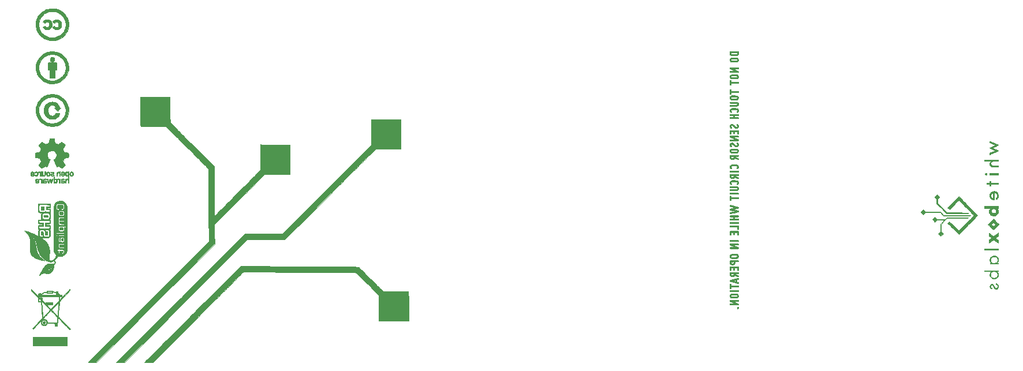
<source format=gbo>
G04 #@! TF.FileFunction,Legend,Bot*
%FSLAX46Y46*%
G04 Gerber Fmt 4.6, Leading zero omitted, Abs format (unit mm)*
G04 Created by KiCad (PCBNEW 4.0.2-stable) date 18/09/2016 18:07:30*
%MOMM*%
G01*
G04 APERTURE LIST*
%ADD10C,0.150000*%
%ADD11C,0.002540*%
%ADD12C,1.506220*%
%ADD13C,3.500000*%
%ADD14R,1.800000X1.800000*%
%ADD15C,1.800000*%
%ADD16O,1.524000X2.540000*%
%ADD17O,1.542000X2.540000*%
G04 APERTURE END LIST*
D10*
D11*
G36*
X95001080Y-120660160D02*
X95011240Y-120662700D01*
X95046800Y-120662700D01*
X95102680Y-120665240D01*
X95176340Y-120665240D01*
X95265240Y-120665240D01*
X95369380Y-120667780D01*
X95481140Y-120667780D01*
X95600520Y-120667780D01*
X95603060Y-120667780D01*
X96205040Y-120667780D01*
X102816660Y-114056160D01*
X103294180Y-113578640D01*
X103751380Y-113118900D01*
X104193340Y-112679480D01*
X104617520Y-112255300D01*
X105023920Y-111848900D01*
X105412540Y-111460280D01*
X105783380Y-111091980D01*
X106136440Y-110738920D01*
X106471720Y-110403640D01*
X106789220Y-110086140D01*
X107088940Y-109786420D01*
X107370880Y-109507020D01*
X107635040Y-109242860D01*
X107883960Y-108996480D01*
X108112560Y-108767880D01*
X108323380Y-108557060D01*
X108516420Y-108364020D01*
X108691680Y-108191300D01*
X108851700Y-108033820D01*
X108991400Y-107894120D01*
X109113320Y-107774740D01*
X109217460Y-107670600D01*
X109303820Y-107586780D01*
X109372400Y-107518200D01*
X109423200Y-107469940D01*
X109456220Y-107439460D01*
X109471460Y-107424220D01*
X109474000Y-107424220D01*
X109499400Y-107419140D01*
X109547660Y-107414060D01*
X109611160Y-107408980D01*
X109687360Y-107406440D01*
X109766100Y-107406440D01*
X109849920Y-107406440D01*
X109928660Y-107406440D01*
X109999780Y-107408980D01*
X110058200Y-107411520D01*
X110098840Y-107416600D01*
X110106460Y-107419140D01*
X110134400Y-107424220D01*
X110182660Y-107426760D01*
X110246160Y-107429300D01*
X110324900Y-107429300D01*
X110411260Y-107431840D01*
X110474760Y-107431840D01*
X110558580Y-107431840D01*
X110665260Y-107431840D01*
X110789720Y-107431840D01*
X110934500Y-107431840D01*
X111094520Y-107431840D01*
X111274860Y-107431840D01*
X111467900Y-107431840D01*
X111676180Y-107434380D01*
X111897160Y-107434380D01*
X112133380Y-107434380D01*
X112377220Y-107436920D01*
X112633760Y-107436920D01*
X112897920Y-107439460D01*
X113169700Y-107439460D01*
X113449100Y-107442000D01*
X113733580Y-107442000D01*
X114023140Y-107444540D01*
X114315240Y-107447080D01*
X114612420Y-107447080D01*
X114909600Y-107449620D01*
X115204240Y-107449620D01*
X115501420Y-107452160D01*
X115793520Y-107454700D01*
X116085620Y-107457240D01*
X116372640Y-107457240D01*
X116652040Y-107459780D01*
X116926360Y-107462320D01*
X117193060Y-107462320D01*
X117452140Y-107464860D01*
X117701060Y-107464860D01*
X117937280Y-107467400D01*
X118163340Y-107469940D01*
X118376700Y-107469940D01*
X118574820Y-107472480D01*
X118757700Y-107472480D01*
X118925340Y-107475020D01*
X119075200Y-107477560D01*
X119204740Y-107477560D01*
X119316500Y-107477560D01*
X119407940Y-107480100D01*
X119473980Y-107480100D01*
X119519700Y-107482640D01*
X119542560Y-107482640D01*
X119542560Y-107482640D01*
X119562880Y-107482640D01*
X119608600Y-107485180D01*
X119674640Y-107485180D01*
X119766080Y-107487720D01*
X119875300Y-107487720D01*
X120007380Y-107490260D01*
X120157240Y-107492800D01*
X120324880Y-107492800D01*
X120510300Y-107495340D01*
X120710960Y-107495340D01*
X120926860Y-107497880D01*
X121158000Y-107500420D01*
X121399300Y-107500420D01*
X121653300Y-107502960D01*
X121920000Y-107502960D01*
X122194320Y-107505500D01*
X122476260Y-107508040D01*
X122765820Y-107508040D01*
X122811540Y-107508040D01*
X123093480Y-107510580D01*
X123370340Y-107510580D01*
X123637040Y-107513120D01*
X123898660Y-107513120D01*
X124147580Y-107515660D01*
X124386340Y-107518200D01*
X124614940Y-107518200D01*
X124828300Y-107520740D01*
X125028960Y-107520740D01*
X125211840Y-107523280D01*
X125382020Y-107525820D01*
X125531880Y-107525820D01*
X125663960Y-107528360D01*
X125778260Y-107528360D01*
X125869700Y-107530900D01*
X125940820Y-107530900D01*
X125989080Y-107533440D01*
X126011940Y-107533440D01*
X126014480Y-107533440D01*
X126024640Y-107543600D01*
X126052580Y-107571540D01*
X126098300Y-107614720D01*
X126156720Y-107673140D01*
X126230380Y-107744260D01*
X126316740Y-107830620D01*
X126415800Y-107929680D01*
X126527560Y-108041440D01*
X126649480Y-108163360D01*
X126781560Y-108292900D01*
X126923800Y-108435140D01*
X127071120Y-108582460D01*
X127228600Y-108739940D01*
X127388620Y-108899960D01*
X127558800Y-109067600D01*
X127690880Y-109202220D01*
X129346960Y-110858300D01*
X129354580Y-111793020D01*
X129357120Y-111980980D01*
X129359660Y-112186720D01*
X129362200Y-112407700D01*
X129364740Y-112636300D01*
X129364740Y-112867440D01*
X129367280Y-113093500D01*
X129369820Y-113311940D01*
X129369820Y-113512600D01*
X129372360Y-113662460D01*
X129372360Y-113812320D01*
X129372360Y-113957100D01*
X129374900Y-114091720D01*
X129374900Y-114216180D01*
X129377440Y-114325400D01*
X129377440Y-114419380D01*
X129377440Y-114498120D01*
X129379980Y-114554000D01*
X129379980Y-114589560D01*
X129379980Y-114602260D01*
X129392680Y-114604800D01*
X129430780Y-114604800D01*
X129489200Y-114607340D01*
X129570480Y-114607340D01*
X129672080Y-114609880D01*
X129791460Y-114609880D01*
X129931160Y-114612420D01*
X130083560Y-114612420D01*
X130253740Y-114614960D01*
X130436620Y-114614960D01*
X130629660Y-114617500D01*
X130835400Y-114620040D01*
X131051300Y-114620040D01*
X131274820Y-114622580D01*
X131505960Y-114622580D01*
X131541520Y-114622580D01*
X131818380Y-114625120D01*
X132072380Y-114625120D01*
X132303520Y-114627660D01*
X132511800Y-114630200D01*
X132697220Y-114630200D01*
X132864860Y-114630200D01*
X133014720Y-114630200D01*
X133144260Y-114630200D01*
X133258560Y-114630200D01*
X133357620Y-114630200D01*
X133441440Y-114630200D01*
X133512560Y-114627660D01*
X133570980Y-114625120D01*
X133619240Y-114622580D01*
X133657340Y-114620040D01*
X133685280Y-114614960D01*
X133708140Y-114612420D01*
X133720840Y-114607340D01*
X133731000Y-114599720D01*
X133733540Y-114594640D01*
X133733540Y-114587020D01*
X133733540Y-114579400D01*
X133731000Y-114569240D01*
X133725920Y-114559080D01*
X133725920Y-114551460D01*
X133723380Y-114533680D01*
X133723380Y-114493040D01*
X133723380Y-114427000D01*
X133720840Y-114343180D01*
X133720840Y-114236500D01*
X133720840Y-114114580D01*
X133718300Y-113972340D01*
X133718300Y-113814860D01*
X133715760Y-113644680D01*
X133715760Y-113459260D01*
X133713220Y-113263680D01*
X133713220Y-113055400D01*
X133713220Y-112842040D01*
X133710680Y-112618520D01*
X133710680Y-112417860D01*
X133708140Y-112189260D01*
X133708140Y-111965740D01*
X133708140Y-111752380D01*
X133705600Y-111549180D01*
X133705600Y-111356140D01*
X133703060Y-111175800D01*
X133703060Y-111008160D01*
X133700520Y-110855760D01*
X133700520Y-110718600D01*
X133697980Y-110599220D01*
X133697980Y-110500160D01*
X133697980Y-110421420D01*
X133695440Y-110360460D01*
X133695440Y-110327440D01*
X133692900Y-110314740D01*
X133680200Y-110312200D01*
X133642100Y-110312200D01*
X133578600Y-110309660D01*
X133489700Y-110307120D01*
X133377940Y-110304580D01*
X133243320Y-110304580D01*
X133085840Y-110302040D01*
X132902960Y-110299500D01*
X132699760Y-110299500D01*
X132473700Y-110296960D01*
X132227320Y-110296960D01*
X131958080Y-110294420D01*
X131838700Y-110294420D01*
X131584700Y-110291880D01*
X131356100Y-110291880D01*
X131147820Y-110291880D01*
X130962400Y-110289340D01*
X130797300Y-110289340D01*
X130652520Y-110286800D01*
X130522980Y-110286800D01*
X130413760Y-110286800D01*
X130317240Y-110284260D01*
X130238500Y-110281720D01*
X130169920Y-110281720D01*
X130114040Y-110279180D01*
X130068320Y-110279180D01*
X130035300Y-110276640D01*
X130007360Y-110274100D01*
X129989580Y-110271560D01*
X129974340Y-110271560D01*
X129966720Y-110266480D01*
X129961640Y-110266480D01*
X129948940Y-110253780D01*
X129921000Y-110225840D01*
X129875280Y-110182660D01*
X129814320Y-110121700D01*
X129740660Y-110048040D01*
X129651760Y-109961680D01*
X129550160Y-109860080D01*
X129435860Y-109748320D01*
X129311400Y-109623860D01*
X129179320Y-109491780D01*
X129034540Y-109349540D01*
X128884680Y-109197140D01*
X128724660Y-109039660D01*
X128559560Y-108874560D01*
X128389380Y-108704380D01*
X128211580Y-108529120D01*
X128165860Y-108480860D01*
X127988060Y-108305600D01*
X127815340Y-108132880D01*
X127650240Y-107965240D01*
X127490220Y-107805220D01*
X127335280Y-107652820D01*
X127190500Y-107508040D01*
X127055880Y-107373420D01*
X126928880Y-107246420D01*
X126812040Y-107132120D01*
X126707900Y-107027980D01*
X126616460Y-106939080D01*
X126540260Y-106860340D01*
X126476760Y-106796840D01*
X126425960Y-106748580D01*
X126392940Y-106718100D01*
X126377700Y-106702860D01*
X126375160Y-106700320D01*
X126372620Y-106700320D01*
X126365000Y-106697780D01*
X126354840Y-106695240D01*
X126337060Y-106695240D01*
X126316740Y-106692700D01*
X126288800Y-106690160D01*
X126255780Y-106690160D01*
X126215140Y-106687620D01*
X126164340Y-106687620D01*
X126105920Y-106685080D01*
X126037340Y-106685080D01*
X125958600Y-106682540D01*
X125869700Y-106682540D01*
X125768100Y-106680000D01*
X125653800Y-106680000D01*
X125524260Y-106680000D01*
X125382020Y-106677460D01*
X125224540Y-106677460D01*
X125051820Y-106674920D01*
X124863860Y-106674920D01*
X124658120Y-106672380D01*
X124434600Y-106672380D01*
X124190760Y-106669840D01*
X123929140Y-106669840D01*
X123647200Y-106667300D01*
X123344940Y-106667300D01*
X123019820Y-106664760D01*
X122674380Y-106662220D01*
X122306080Y-106662220D01*
X121912380Y-106659680D01*
X121493280Y-106657140D01*
X121376440Y-106657140D01*
X121084340Y-106657140D01*
X120799860Y-106654600D01*
X120525540Y-106652060D01*
X120261380Y-106652060D01*
X120004840Y-106649520D01*
X119763540Y-106649520D01*
X119534940Y-106646980D01*
X119319040Y-106646980D01*
X119118380Y-106644440D01*
X118935500Y-106641900D01*
X118767860Y-106641900D01*
X118620540Y-106639360D01*
X118491000Y-106639360D01*
X118381780Y-106636820D01*
X118295420Y-106636820D01*
X118229380Y-106634280D01*
X118188740Y-106634280D01*
X118170960Y-106631740D01*
X118153180Y-106631740D01*
X118107460Y-106629200D01*
X118038880Y-106629200D01*
X117949980Y-106626660D01*
X117840760Y-106626660D01*
X117708680Y-106624120D01*
X117561360Y-106624120D01*
X117393720Y-106621580D01*
X117210840Y-106621580D01*
X117012720Y-106619040D01*
X116799360Y-106616500D01*
X116573300Y-106616500D01*
X116334540Y-106613960D01*
X116085620Y-106613960D01*
X115826540Y-106611420D01*
X115559840Y-106611420D01*
X115285520Y-106608880D01*
X115003580Y-106606340D01*
X114716560Y-106606340D01*
X114424460Y-106603800D01*
X114129820Y-106603800D01*
X113835180Y-106601260D01*
X113535460Y-106601260D01*
X113240820Y-106598720D01*
X112943640Y-106598720D01*
X112651540Y-106598720D01*
X112359440Y-106596180D01*
X112074960Y-106596180D01*
X111795560Y-106596180D01*
X111523780Y-106593640D01*
X111259620Y-106593640D01*
X111003080Y-106593640D01*
X110756700Y-106591100D01*
X110523020Y-106591100D01*
X110302040Y-106591100D01*
X110093760Y-106591100D01*
X109900720Y-106591100D01*
X109722920Y-106591100D01*
X109560360Y-106591100D01*
X109418120Y-106591100D01*
X109293660Y-106591100D01*
X109192060Y-106593640D01*
X109108240Y-106593640D01*
X109087920Y-106593640D01*
X109082840Y-106598720D01*
X109065060Y-106611420D01*
X109039660Y-106636820D01*
X109006640Y-106669840D01*
X108960920Y-106713020D01*
X108905040Y-106768900D01*
X108839000Y-106832400D01*
X108760260Y-106908600D01*
X108671360Y-106994960D01*
X108572300Y-107094020D01*
X108460540Y-107205780D01*
X108338620Y-107327700D01*
X108201460Y-107462320D01*
X108054140Y-107607100D01*
X107894120Y-107767120D01*
X107718860Y-107939840D01*
X107533440Y-108127800D01*
X107332780Y-108325920D01*
X107119420Y-108539280D01*
X106890820Y-108767880D01*
X106646980Y-109009180D01*
X106390440Y-109265720D01*
X106118660Y-109537500D01*
X105831640Y-109821980D01*
X105529380Y-110124240D01*
X105211880Y-110441740D01*
X104879140Y-110774480D01*
X104531160Y-111125000D01*
X104162860Y-111490760D01*
X103781860Y-111871760D01*
X103383080Y-112270540D01*
X102966520Y-112687100D01*
X102532180Y-113121440D01*
X102080060Y-113573560D01*
X102029260Y-113624360D01*
X101676200Y-113977420D01*
X101325680Y-114327940D01*
X100980240Y-114673380D01*
X100639880Y-115013740D01*
X100304600Y-115349020D01*
X99976940Y-115676680D01*
X99654360Y-115999260D01*
X99339400Y-116314220D01*
X99034600Y-116621560D01*
X98734880Y-116921280D01*
X98442780Y-117210840D01*
X98160840Y-117495320D01*
X97886520Y-117767100D01*
X97622360Y-118031260D01*
X97370900Y-118285260D01*
X97127060Y-118529100D01*
X96893380Y-118762780D01*
X96672400Y-118983760D01*
X96464120Y-119192040D01*
X96266000Y-119390160D01*
X96080580Y-119575580D01*
X95910400Y-119748300D01*
X95750380Y-119905780D01*
X95608140Y-120050560D01*
X95476060Y-120180100D01*
X95361760Y-120296940D01*
X95260160Y-120396000D01*
X95176340Y-120482360D01*
X95107760Y-120550940D01*
X95056960Y-120604280D01*
X95021400Y-120639840D01*
X95003620Y-120657620D01*
X95001080Y-120660160D01*
X95001080Y-120660160D01*
X95001080Y-120660160D01*
G37*
X95001080Y-120660160D02*
X95011240Y-120662700D01*
X95046800Y-120662700D01*
X95102680Y-120665240D01*
X95176340Y-120665240D01*
X95265240Y-120665240D01*
X95369380Y-120667780D01*
X95481140Y-120667780D01*
X95600520Y-120667780D01*
X95603060Y-120667780D01*
X96205040Y-120667780D01*
X102816660Y-114056160D01*
X103294180Y-113578640D01*
X103751380Y-113118900D01*
X104193340Y-112679480D01*
X104617520Y-112255300D01*
X105023920Y-111848900D01*
X105412540Y-111460280D01*
X105783380Y-111091980D01*
X106136440Y-110738920D01*
X106471720Y-110403640D01*
X106789220Y-110086140D01*
X107088940Y-109786420D01*
X107370880Y-109507020D01*
X107635040Y-109242860D01*
X107883960Y-108996480D01*
X108112560Y-108767880D01*
X108323380Y-108557060D01*
X108516420Y-108364020D01*
X108691680Y-108191300D01*
X108851700Y-108033820D01*
X108991400Y-107894120D01*
X109113320Y-107774740D01*
X109217460Y-107670600D01*
X109303820Y-107586780D01*
X109372400Y-107518200D01*
X109423200Y-107469940D01*
X109456220Y-107439460D01*
X109471460Y-107424220D01*
X109474000Y-107424220D01*
X109499400Y-107419140D01*
X109547660Y-107414060D01*
X109611160Y-107408980D01*
X109687360Y-107406440D01*
X109766100Y-107406440D01*
X109849920Y-107406440D01*
X109928660Y-107406440D01*
X109999780Y-107408980D01*
X110058200Y-107411520D01*
X110098840Y-107416600D01*
X110106460Y-107419140D01*
X110134400Y-107424220D01*
X110182660Y-107426760D01*
X110246160Y-107429300D01*
X110324900Y-107429300D01*
X110411260Y-107431840D01*
X110474760Y-107431840D01*
X110558580Y-107431840D01*
X110665260Y-107431840D01*
X110789720Y-107431840D01*
X110934500Y-107431840D01*
X111094520Y-107431840D01*
X111274860Y-107431840D01*
X111467900Y-107431840D01*
X111676180Y-107434380D01*
X111897160Y-107434380D01*
X112133380Y-107434380D01*
X112377220Y-107436920D01*
X112633760Y-107436920D01*
X112897920Y-107439460D01*
X113169700Y-107439460D01*
X113449100Y-107442000D01*
X113733580Y-107442000D01*
X114023140Y-107444540D01*
X114315240Y-107447080D01*
X114612420Y-107447080D01*
X114909600Y-107449620D01*
X115204240Y-107449620D01*
X115501420Y-107452160D01*
X115793520Y-107454700D01*
X116085620Y-107457240D01*
X116372640Y-107457240D01*
X116652040Y-107459780D01*
X116926360Y-107462320D01*
X117193060Y-107462320D01*
X117452140Y-107464860D01*
X117701060Y-107464860D01*
X117937280Y-107467400D01*
X118163340Y-107469940D01*
X118376700Y-107469940D01*
X118574820Y-107472480D01*
X118757700Y-107472480D01*
X118925340Y-107475020D01*
X119075200Y-107477560D01*
X119204740Y-107477560D01*
X119316500Y-107477560D01*
X119407940Y-107480100D01*
X119473980Y-107480100D01*
X119519700Y-107482640D01*
X119542560Y-107482640D01*
X119542560Y-107482640D01*
X119562880Y-107482640D01*
X119608600Y-107485180D01*
X119674640Y-107485180D01*
X119766080Y-107487720D01*
X119875300Y-107487720D01*
X120007380Y-107490260D01*
X120157240Y-107492800D01*
X120324880Y-107492800D01*
X120510300Y-107495340D01*
X120710960Y-107495340D01*
X120926860Y-107497880D01*
X121158000Y-107500420D01*
X121399300Y-107500420D01*
X121653300Y-107502960D01*
X121920000Y-107502960D01*
X122194320Y-107505500D01*
X122476260Y-107508040D01*
X122765820Y-107508040D01*
X122811540Y-107508040D01*
X123093480Y-107510580D01*
X123370340Y-107510580D01*
X123637040Y-107513120D01*
X123898660Y-107513120D01*
X124147580Y-107515660D01*
X124386340Y-107518200D01*
X124614940Y-107518200D01*
X124828300Y-107520740D01*
X125028960Y-107520740D01*
X125211840Y-107523280D01*
X125382020Y-107525820D01*
X125531880Y-107525820D01*
X125663960Y-107528360D01*
X125778260Y-107528360D01*
X125869700Y-107530900D01*
X125940820Y-107530900D01*
X125989080Y-107533440D01*
X126011940Y-107533440D01*
X126014480Y-107533440D01*
X126024640Y-107543600D01*
X126052580Y-107571540D01*
X126098300Y-107614720D01*
X126156720Y-107673140D01*
X126230380Y-107744260D01*
X126316740Y-107830620D01*
X126415800Y-107929680D01*
X126527560Y-108041440D01*
X126649480Y-108163360D01*
X126781560Y-108292900D01*
X126923800Y-108435140D01*
X127071120Y-108582460D01*
X127228600Y-108739940D01*
X127388620Y-108899960D01*
X127558800Y-109067600D01*
X127690880Y-109202220D01*
X129346960Y-110858300D01*
X129354580Y-111793020D01*
X129357120Y-111980980D01*
X129359660Y-112186720D01*
X129362200Y-112407700D01*
X129364740Y-112636300D01*
X129364740Y-112867440D01*
X129367280Y-113093500D01*
X129369820Y-113311940D01*
X129369820Y-113512600D01*
X129372360Y-113662460D01*
X129372360Y-113812320D01*
X129372360Y-113957100D01*
X129374900Y-114091720D01*
X129374900Y-114216180D01*
X129377440Y-114325400D01*
X129377440Y-114419380D01*
X129377440Y-114498120D01*
X129379980Y-114554000D01*
X129379980Y-114589560D01*
X129379980Y-114602260D01*
X129392680Y-114604800D01*
X129430780Y-114604800D01*
X129489200Y-114607340D01*
X129570480Y-114607340D01*
X129672080Y-114609880D01*
X129791460Y-114609880D01*
X129931160Y-114612420D01*
X130083560Y-114612420D01*
X130253740Y-114614960D01*
X130436620Y-114614960D01*
X130629660Y-114617500D01*
X130835400Y-114620040D01*
X131051300Y-114620040D01*
X131274820Y-114622580D01*
X131505960Y-114622580D01*
X131541520Y-114622580D01*
X131818380Y-114625120D01*
X132072380Y-114625120D01*
X132303520Y-114627660D01*
X132511800Y-114630200D01*
X132697220Y-114630200D01*
X132864860Y-114630200D01*
X133014720Y-114630200D01*
X133144260Y-114630200D01*
X133258560Y-114630200D01*
X133357620Y-114630200D01*
X133441440Y-114630200D01*
X133512560Y-114627660D01*
X133570980Y-114625120D01*
X133619240Y-114622580D01*
X133657340Y-114620040D01*
X133685280Y-114614960D01*
X133708140Y-114612420D01*
X133720840Y-114607340D01*
X133731000Y-114599720D01*
X133733540Y-114594640D01*
X133733540Y-114587020D01*
X133733540Y-114579400D01*
X133731000Y-114569240D01*
X133725920Y-114559080D01*
X133725920Y-114551460D01*
X133723380Y-114533680D01*
X133723380Y-114493040D01*
X133723380Y-114427000D01*
X133720840Y-114343180D01*
X133720840Y-114236500D01*
X133720840Y-114114580D01*
X133718300Y-113972340D01*
X133718300Y-113814860D01*
X133715760Y-113644680D01*
X133715760Y-113459260D01*
X133713220Y-113263680D01*
X133713220Y-113055400D01*
X133713220Y-112842040D01*
X133710680Y-112618520D01*
X133710680Y-112417860D01*
X133708140Y-112189260D01*
X133708140Y-111965740D01*
X133708140Y-111752380D01*
X133705600Y-111549180D01*
X133705600Y-111356140D01*
X133703060Y-111175800D01*
X133703060Y-111008160D01*
X133700520Y-110855760D01*
X133700520Y-110718600D01*
X133697980Y-110599220D01*
X133697980Y-110500160D01*
X133697980Y-110421420D01*
X133695440Y-110360460D01*
X133695440Y-110327440D01*
X133692900Y-110314740D01*
X133680200Y-110312200D01*
X133642100Y-110312200D01*
X133578600Y-110309660D01*
X133489700Y-110307120D01*
X133377940Y-110304580D01*
X133243320Y-110304580D01*
X133085840Y-110302040D01*
X132902960Y-110299500D01*
X132699760Y-110299500D01*
X132473700Y-110296960D01*
X132227320Y-110296960D01*
X131958080Y-110294420D01*
X131838700Y-110294420D01*
X131584700Y-110291880D01*
X131356100Y-110291880D01*
X131147820Y-110291880D01*
X130962400Y-110289340D01*
X130797300Y-110289340D01*
X130652520Y-110286800D01*
X130522980Y-110286800D01*
X130413760Y-110286800D01*
X130317240Y-110284260D01*
X130238500Y-110281720D01*
X130169920Y-110281720D01*
X130114040Y-110279180D01*
X130068320Y-110279180D01*
X130035300Y-110276640D01*
X130007360Y-110274100D01*
X129989580Y-110271560D01*
X129974340Y-110271560D01*
X129966720Y-110266480D01*
X129961640Y-110266480D01*
X129948940Y-110253780D01*
X129921000Y-110225840D01*
X129875280Y-110182660D01*
X129814320Y-110121700D01*
X129740660Y-110048040D01*
X129651760Y-109961680D01*
X129550160Y-109860080D01*
X129435860Y-109748320D01*
X129311400Y-109623860D01*
X129179320Y-109491780D01*
X129034540Y-109349540D01*
X128884680Y-109197140D01*
X128724660Y-109039660D01*
X128559560Y-108874560D01*
X128389380Y-108704380D01*
X128211580Y-108529120D01*
X128165860Y-108480860D01*
X127988060Y-108305600D01*
X127815340Y-108132880D01*
X127650240Y-107965240D01*
X127490220Y-107805220D01*
X127335280Y-107652820D01*
X127190500Y-107508040D01*
X127055880Y-107373420D01*
X126928880Y-107246420D01*
X126812040Y-107132120D01*
X126707900Y-107027980D01*
X126616460Y-106939080D01*
X126540260Y-106860340D01*
X126476760Y-106796840D01*
X126425960Y-106748580D01*
X126392940Y-106718100D01*
X126377700Y-106702860D01*
X126375160Y-106700320D01*
X126372620Y-106700320D01*
X126365000Y-106697780D01*
X126354840Y-106695240D01*
X126337060Y-106695240D01*
X126316740Y-106692700D01*
X126288800Y-106690160D01*
X126255780Y-106690160D01*
X126215140Y-106687620D01*
X126164340Y-106687620D01*
X126105920Y-106685080D01*
X126037340Y-106685080D01*
X125958600Y-106682540D01*
X125869700Y-106682540D01*
X125768100Y-106680000D01*
X125653800Y-106680000D01*
X125524260Y-106680000D01*
X125382020Y-106677460D01*
X125224540Y-106677460D01*
X125051820Y-106674920D01*
X124863860Y-106674920D01*
X124658120Y-106672380D01*
X124434600Y-106672380D01*
X124190760Y-106669840D01*
X123929140Y-106669840D01*
X123647200Y-106667300D01*
X123344940Y-106667300D01*
X123019820Y-106664760D01*
X122674380Y-106662220D01*
X122306080Y-106662220D01*
X121912380Y-106659680D01*
X121493280Y-106657140D01*
X121376440Y-106657140D01*
X121084340Y-106657140D01*
X120799860Y-106654600D01*
X120525540Y-106652060D01*
X120261380Y-106652060D01*
X120004840Y-106649520D01*
X119763540Y-106649520D01*
X119534940Y-106646980D01*
X119319040Y-106646980D01*
X119118380Y-106644440D01*
X118935500Y-106641900D01*
X118767860Y-106641900D01*
X118620540Y-106639360D01*
X118491000Y-106639360D01*
X118381780Y-106636820D01*
X118295420Y-106636820D01*
X118229380Y-106634280D01*
X118188740Y-106634280D01*
X118170960Y-106631740D01*
X118153180Y-106631740D01*
X118107460Y-106629200D01*
X118038880Y-106629200D01*
X117949980Y-106626660D01*
X117840760Y-106626660D01*
X117708680Y-106624120D01*
X117561360Y-106624120D01*
X117393720Y-106621580D01*
X117210840Y-106621580D01*
X117012720Y-106619040D01*
X116799360Y-106616500D01*
X116573300Y-106616500D01*
X116334540Y-106613960D01*
X116085620Y-106613960D01*
X115826540Y-106611420D01*
X115559840Y-106611420D01*
X115285520Y-106608880D01*
X115003580Y-106606340D01*
X114716560Y-106606340D01*
X114424460Y-106603800D01*
X114129820Y-106603800D01*
X113835180Y-106601260D01*
X113535460Y-106601260D01*
X113240820Y-106598720D01*
X112943640Y-106598720D01*
X112651540Y-106598720D01*
X112359440Y-106596180D01*
X112074960Y-106596180D01*
X111795560Y-106596180D01*
X111523780Y-106593640D01*
X111259620Y-106593640D01*
X111003080Y-106593640D01*
X110756700Y-106591100D01*
X110523020Y-106591100D01*
X110302040Y-106591100D01*
X110093760Y-106591100D01*
X109900720Y-106591100D01*
X109722920Y-106591100D01*
X109560360Y-106591100D01*
X109418120Y-106591100D01*
X109293660Y-106591100D01*
X109192060Y-106593640D01*
X109108240Y-106593640D01*
X109087920Y-106593640D01*
X109082840Y-106598720D01*
X109065060Y-106611420D01*
X109039660Y-106636820D01*
X109006640Y-106669840D01*
X108960920Y-106713020D01*
X108905040Y-106768900D01*
X108839000Y-106832400D01*
X108760260Y-106908600D01*
X108671360Y-106994960D01*
X108572300Y-107094020D01*
X108460540Y-107205780D01*
X108338620Y-107327700D01*
X108201460Y-107462320D01*
X108054140Y-107607100D01*
X107894120Y-107767120D01*
X107718860Y-107939840D01*
X107533440Y-108127800D01*
X107332780Y-108325920D01*
X107119420Y-108539280D01*
X106890820Y-108767880D01*
X106646980Y-109009180D01*
X106390440Y-109265720D01*
X106118660Y-109537500D01*
X105831640Y-109821980D01*
X105529380Y-110124240D01*
X105211880Y-110441740D01*
X104879140Y-110774480D01*
X104531160Y-111125000D01*
X104162860Y-111490760D01*
X103781860Y-111871760D01*
X103383080Y-112270540D01*
X102966520Y-112687100D01*
X102532180Y-113121440D01*
X102080060Y-113573560D01*
X102029260Y-113624360D01*
X101676200Y-113977420D01*
X101325680Y-114327940D01*
X100980240Y-114673380D01*
X100639880Y-115013740D01*
X100304600Y-115349020D01*
X99976940Y-115676680D01*
X99654360Y-115999260D01*
X99339400Y-116314220D01*
X99034600Y-116621560D01*
X98734880Y-116921280D01*
X98442780Y-117210840D01*
X98160840Y-117495320D01*
X97886520Y-117767100D01*
X97622360Y-118031260D01*
X97370900Y-118285260D01*
X97127060Y-118529100D01*
X96893380Y-118762780D01*
X96672400Y-118983760D01*
X96464120Y-119192040D01*
X96266000Y-119390160D01*
X96080580Y-119575580D01*
X95910400Y-119748300D01*
X95750380Y-119905780D01*
X95608140Y-120050560D01*
X95476060Y-120180100D01*
X95361760Y-120296940D01*
X95260160Y-120396000D01*
X95176340Y-120482360D01*
X95107760Y-120550940D01*
X95056960Y-120604280D01*
X95021400Y-120639840D01*
X95003620Y-120657620D01*
X95001080Y-120660160D01*
X95001080Y-120660160D01*
G36*
X90855800Y-120667780D02*
X91465400Y-120667780D01*
X92075000Y-120667780D01*
X101069140Y-111673640D01*
X110063280Y-102679500D01*
X110886240Y-102679500D01*
X110998000Y-102679500D01*
X111132620Y-102679500D01*
X111287560Y-102679500D01*
X111462820Y-102679500D01*
X111653320Y-102679500D01*
X111856520Y-102679500D01*
X112072420Y-102679500D01*
X112298480Y-102679500D01*
X112532160Y-102682040D01*
X112768380Y-102682040D01*
X113009680Y-102682040D01*
X113248440Y-102682040D01*
X113487200Y-102682040D01*
X113629440Y-102682040D01*
X115549680Y-102687120D01*
X122201940Y-96037400D01*
X122648980Y-95587820D01*
X123080780Y-95156020D01*
X123494800Y-94744540D01*
X123891040Y-94348300D01*
X124269500Y-93967300D01*
X124632720Y-93606620D01*
X124978160Y-93261180D01*
X125308360Y-92930980D01*
X125623320Y-92618560D01*
X125920500Y-92321380D01*
X126202440Y-92039440D01*
X126469140Y-91772740D01*
X126718060Y-91523820D01*
X126956820Y-91287600D01*
X127177800Y-91066620D01*
X127383540Y-90860880D01*
X127576580Y-90670380D01*
X127754380Y-90492580D01*
X127919480Y-90330020D01*
X128069340Y-90180160D01*
X128206500Y-90045540D01*
X128330960Y-89921080D01*
X128440180Y-89811860D01*
X128539240Y-89715340D01*
X128623060Y-89631520D01*
X128696720Y-89560400D01*
X128757680Y-89499440D01*
X128805940Y-89453720D01*
X128844040Y-89418160D01*
X128869440Y-89392760D01*
X128884680Y-89380060D01*
X128887220Y-89380060D01*
X128902460Y-89377520D01*
X128943100Y-89377520D01*
X129001520Y-89377520D01*
X129082800Y-89377520D01*
X129184400Y-89377520D01*
X129298700Y-89377520D01*
X129430780Y-89377520D01*
X129575560Y-89377520D01*
X129730500Y-89377520D01*
X129895600Y-89377520D01*
X130068320Y-89377520D01*
X130248660Y-89377520D01*
X130434080Y-89380060D01*
X130619500Y-89380060D01*
X130807460Y-89380060D01*
X130995420Y-89380060D01*
X131178300Y-89382600D01*
X131358640Y-89382600D01*
X131533900Y-89382600D01*
X131701540Y-89385140D01*
X131859020Y-89385140D01*
X132003800Y-89385140D01*
X132138420Y-89387680D01*
X132257800Y-89387680D01*
X132359400Y-89387680D01*
X132443220Y-89390220D01*
X132506720Y-89390220D01*
X132549900Y-89390220D01*
X132595620Y-89392760D01*
X132593080Y-88706960D01*
X132593080Y-88549480D01*
X132593080Y-88376760D01*
X132593080Y-88193880D01*
X132590540Y-88000840D01*
X132590540Y-87800180D01*
X132590540Y-87594440D01*
X132588000Y-87386160D01*
X132588000Y-87177880D01*
X132585460Y-86969600D01*
X132582920Y-86763860D01*
X132582920Y-86565740D01*
X132580380Y-86372700D01*
X132580380Y-86192360D01*
X132577840Y-86019640D01*
X132575300Y-85864700D01*
X132575300Y-85722460D01*
X132572760Y-85600540D01*
X132570220Y-85498940D01*
X132570220Y-85420200D01*
X132570220Y-85394800D01*
X132565140Y-85285580D01*
X132562600Y-85196680D01*
X132557520Y-85128100D01*
X132552440Y-85084920D01*
X132547360Y-85062060D01*
X132547360Y-85062060D01*
X132539740Y-85056980D01*
X132524500Y-85054440D01*
X132496560Y-85051900D01*
X132455920Y-85049360D01*
X132400040Y-85046820D01*
X132326380Y-85046820D01*
X132237480Y-85046820D01*
X132125720Y-85044280D01*
X131993640Y-85044280D01*
X131892040Y-85044280D01*
X131790440Y-85044280D01*
X131668520Y-85044280D01*
X131523740Y-85041740D01*
X131363720Y-85041740D01*
X131188460Y-85041740D01*
X131000500Y-85041740D01*
X130802380Y-85039200D01*
X130596640Y-85039200D01*
X130385820Y-85036660D01*
X130172460Y-85036660D01*
X129961640Y-85034120D01*
X129753360Y-85034120D01*
X129745740Y-85034120D01*
X129552700Y-85031580D01*
X129364740Y-85031580D01*
X129189480Y-85031580D01*
X129021840Y-85031580D01*
X128864360Y-85031580D01*
X128722120Y-85029040D01*
X128595120Y-85029040D01*
X128483360Y-85031580D01*
X128391920Y-85031580D01*
X128318260Y-85031580D01*
X128267460Y-85031580D01*
X128236980Y-85034120D01*
X128231900Y-85034120D01*
X128229360Y-85049360D01*
X128226820Y-85084920D01*
X128224280Y-85140800D01*
X128224280Y-85209380D01*
X128221740Y-85290660D01*
X128221740Y-85382100D01*
X128221740Y-85473540D01*
X128224280Y-85570060D01*
X128224280Y-85661500D01*
X128224280Y-85747860D01*
X128226820Y-85824060D01*
X128229360Y-85890100D01*
X128231900Y-85938360D01*
X128234440Y-85966300D01*
X128234440Y-85968840D01*
X128236980Y-85989160D01*
X128239520Y-86032340D01*
X128239520Y-86095840D01*
X128242060Y-86177120D01*
X128244600Y-86278720D01*
X128244600Y-86393020D01*
X128247140Y-86520020D01*
X128247140Y-86659720D01*
X128247140Y-86807040D01*
X128249680Y-86961980D01*
X128249680Y-87122000D01*
X128249680Y-87287100D01*
X128249680Y-87449660D01*
X128249680Y-87612220D01*
X128249680Y-87772240D01*
X128249680Y-87929720D01*
X128249680Y-88077040D01*
X128249680Y-88216740D01*
X128249680Y-88343740D01*
X128247140Y-88460580D01*
X128247140Y-88559640D01*
X128244600Y-88643460D01*
X128244600Y-88706960D01*
X128242060Y-88750140D01*
X128239520Y-88770460D01*
X128239520Y-88770460D01*
X128229360Y-88780620D01*
X128201420Y-88808560D01*
X128158240Y-88854280D01*
X128097280Y-88915240D01*
X128021080Y-88991440D01*
X127927100Y-89085420D01*
X127820420Y-89194640D01*
X127695960Y-89316560D01*
X127558800Y-89453720D01*
X127408940Y-89606120D01*
X127243840Y-89771220D01*
X127066040Y-89949020D01*
X126875540Y-90139520D01*
X126674880Y-90342720D01*
X126458980Y-90558620D01*
X126235460Y-90782140D01*
X125999240Y-91020900D01*
X125750320Y-91267280D01*
X125496320Y-91523820D01*
X125229620Y-91787980D01*
X124955300Y-92064840D01*
X124670820Y-92346780D01*
X124378720Y-92638880D01*
X124079000Y-92938600D01*
X123774200Y-93245940D01*
X123461780Y-93558360D01*
X123141740Y-93878400D01*
X122816620Y-94203520D01*
X122483880Y-94536260D01*
X122148600Y-94871540D01*
X121808240Y-95211900D01*
X121696480Y-95323660D01*
X115168680Y-101851460D01*
X114358420Y-101848920D01*
X114246660Y-101848920D01*
X114112040Y-101848920D01*
X113957100Y-101846380D01*
X113784380Y-101846380D01*
X113593880Y-101846380D01*
X113390680Y-101843840D01*
X113174780Y-101843840D01*
X112951260Y-101843840D01*
X112720120Y-101841300D01*
X112483900Y-101838760D01*
X112245140Y-101838760D01*
X112006380Y-101836220D01*
X111770160Y-101836220D01*
X111640620Y-101836220D01*
X111394240Y-101833680D01*
X111163100Y-101831140D01*
X110942120Y-101831140D01*
X110738920Y-101831140D01*
X110548420Y-101831140D01*
X110375700Y-101828600D01*
X110220760Y-101828600D01*
X110081060Y-101828600D01*
X109964220Y-101831140D01*
X109867700Y-101831140D01*
X109791500Y-101831140D01*
X109738160Y-101833680D01*
X109710220Y-101833680D01*
X109705140Y-101833680D01*
X109694980Y-101843840D01*
X109667040Y-101871780D01*
X109621320Y-101914960D01*
X109560360Y-101975920D01*
X109481620Y-102054660D01*
X109387640Y-102146100D01*
X109278420Y-102255320D01*
X109151420Y-102382320D01*
X109011720Y-102522020D01*
X108856780Y-102674420D01*
X108689140Y-102844600D01*
X108506260Y-103024940D01*
X108308140Y-103223060D01*
X108099860Y-103431340D01*
X107876340Y-103652320D01*
X107642660Y-103886000D01*
X107396280Y-104132380D01*
X107137200Y-104391460D01*
X106867960Y-104660700D01*
X106588560Y-104940100D01*
X106296460Y-105229660D01*
X105996740Y-105529380D01*
X105684320Y-105839260D01*
X105364280Y-106159300D01*
X105036620Y-106489500D01*
X104698800Y-106827320D01*
X104353360Y-107172760D01*
X103997760Y-107525820D01*
X103637080Y-107886500D01*
X103268780Y-108254800D01*
X102892860Y-108630720D01*
X102511860Y-109011720D01*
X102123240Y-109400340D01*
X101732080Y-109791500D01*
X101333300Y-110190280D01*
X100929440Y-110594140D01*
X100520500Y-111003080D01*
X100266500Y-111257080D01*
X90855800Y-120667780D01*
X90855800Y-120667780D01*
X90855800Y-120667780D01*
G37*
X90855800Y-120667780D02*
X91465400Y-120667780D01*
X92075000Y-120667780D01*
X101069140Y-111673640D01*
X110063280Y-102679500D01*
X110886240Y-102679500D01*
X110998000Y-102679500D01*
X111132620Y-102679500D01*
X111287560Y-102679500D01*
X111462820Y-102679500D01*
X111653320Y-102679500D01*
X111856520Y-102679500D01*
X112072420Y-102679500D01*
X112298480Y-102679500D01*
X112532160Y-102682040D01*
X112768380Y-102682040D01*
X113009680Y-102682040D01*
X113248440Y-102682040D01*
X113487200Y-102682040D01*
X113629440Y-102682040D01*
X115549680Y-102687120D01*
X122201940Y-96037400D01*
X122648980Y-95587820D01*
X123080780Y-95156020D01*
X123494800Y-94744540D01*
X123891040Y-94348300D01*
X124269500Y-93967300D01*
X124632720Y-93606620D01*
X124978160Y-93261180D01*
X125308360Y-92930980D01*
X125623320Y-92618560D01*
X125920500Y-92321380D01*
X126202440Y-92039440D01*
X126469140Y-91772740D01*
X126718060Y-91523820D01*
X126956820Y-91287600D01*
X127177800Y-91066620D01*
X127383540Y-90860880D01*
X127576580Y-90670380D01*
X127754380Y-90492580D01*
X127919480Y-90330020D01*
X128069340Y-90180160D01*
X128206500Y-90045540D01*
X128330960Y-89921080D01*
X128440180Y-89811860D01*
X128539240Y-89715340D01*
X128623060Y-89631520D01*
X128696720Y-89560400D01*
X128757680Y-89499440D01*
X128805940Y-89453720D01*
X128844040Y-89418160D01*
X128869440Y-89392760D01*
X128884680Y-89380060D01*
X128887220Y-89380060D01*
X128902460Y-89377520D01*
X128943100Y-89377520D01*
X129001520Y-89377520D01*
X129082800Y-89377520D01*
X129184400Y-89377520D01*
X129298700Y-89377520D01*
X129430780Y-89377520D01*
X129575560Y-89377520D01*
X129730500Y-89377520D01*
X129895600Y-89377520D01*
X130068320Y-89377520D01*
X130248660Y-89377520D01*
X130434080Y-89380060D01*
X130619500Y-89380060D01*
X130807460Y-89380060D01*
X130995420Y-89380060D01*
X131178300Y-89382600D01*
X131358640Y-89382600D01*
X131533900Y-89382600D01*
X131701540Y-89385140D01*
X131859020Y-89385140D01*
X132003800Y-89385140D01*
X132138420Y-89387680D01*
X132257800Y-89387680D01*
X132359400Y-89387680D01*
X132443220Y-89390220D01*
X132506720Y-89390220D01*
X132549900Y-89390220D01*
X132595620Y-89392760D01*
X132593080Y-88706960D01*
X132593080Y-88549480D01*
X132593080Y-88376760D01*
X132593080Y-88193880D01*
X132590540Y-88000840D01*
X132590540Y-87800180D01*
X132590540Y-87594440D01*
X132588000Y-87386160D01*
X132588000Y-87177880D01*
X132585460Y-86969600D01*
X132582920Y-86763860D01*
X132582920Y-86565740D01*
X132580380Y-86372700D01*
X132580380Y-86192360D01*
X132577840Y-86019640D01*
X132575300Y-85864700D01*
X132575300Y-85722460D01*
X132572760Y-85600540D01*
X132570220Y-85498940D01*
X132570220Y-85420200D01*
X132570220Y-85394800D01*
X132565140Y-85285580D01*
X132562600Y-85196680D01*
X132557520Y-85128100D01*
X132552440Y-85084920D01*
X132547360Y-85062060D01*
X132547360Y-85062060D01*
X132539740Y-85056980D01*
X132524500Y-85054440D01*
X132496560Y-85051900D01*
X132455920Y-85049360D01*
X132400040Y-85046820D01*
X132326380Y-85046820D01*
X132237480Y-85046820D01*
X132125720Y-85044280D01*
X131993640Y-85044280D01*
X131892040Y-85044280D01*
X131790440Y-85044280D01*
X131668520Y-85044280D01*
X131523740Y-85041740D01*
X131363720Y-85041740D01*
X131188460Y-85041740D01*
X131000500Y-85041740D01*
X130802380Y-85039200D01*
X130596640Y-85039200D01*
X130385820Y-85036660D01*
X130172460Y-85036660D01*
X129961640Y-85034120D01*
X129753360Y-85034120D01*
X129745740Y-85034120D01*
X129552700Y-85031580D01*
X129364740Y-85031580D01*
X129189480Y-85031580D01*
X129021840Y-85031580D01*
X128864360Y-85031580D01*
X128722120Y-85029040D01*
X128595120Y-85029040D01*
X128483360Y-85031580D01*
X128391920Y-85031580D01*
X128318260Y-85031580D01*
X128267460Y-85031580D01*
X128236980Y-85034120D01*
X128231900Y-85034120D01*
X128229360Y-85049360D01*
X128226820Y-85084920D01*
X128224280Y-85140800D01*
X128224280Y-85209380D01*
X128221740Y-85290660D01*
X128221740Y-85382100D01*
X128221740Y-85473540D01*
X128224280Y-85570060D01*
X128224280Y-85661500D01*
X128224280Y-85747860D01*
X128226820Y-85824060D01*
X128229360Y-85890100D01*
X128231900Y-85938360D01*
X128234440Y-85966300D01*
X128234440Y-85968840D01*
X128236980Y-85989160D01*
X128239520Y-86032340D01*
X128239520Y-86095840D01*
X128242060Y-86177120D01*
X128244600Y-86278720D01*
X128244600Y-86393020D01*
X128247140Y-86520020D01*
X128247140Y-86659720D01*
X128247140Y-86807040D01*
X128249680Y-86961980D01*
X128249680Y-87122000D01*
X128249680Y-87287100D01*
X128249680Y-87449660D01*
X128249680Y-87612220D01*
X128249680Y-87772240D01*
X128249680Y-87929720D01*
X128249680Y-88077040D01*
X128249680Y-88216740D01*
X128249680Y-88343740D01*
X128247140Y-88460580D01*
X128247140Y-88559640D01*
X128244600Y-88643460D01*
X128244600Y-88706960D01*
X128242060Y-88750140D01*
X128239520Y-88770460D01*
X128239520Y-88770460D01*
X128229360Y-88780620D01*
X128201420Y-88808560D01*
X128158240Y-88854280D01*
X128097280Y-88915240D01*
X128021080Y-88991440D01*
X127927100Y-89085420D01*
X127820420Y-89194640D01*
X127695960Y-89316560D01*
X127558800Y-89453720D01*
X127408940Y-89606120D01*
X127243840Y-89771220D01*
X127066040Y-89949020D01*
X126875540Y-90139520D01*
X126674880Y-90342720D01*
X126458980Y-90558620D01*
X126235460Y-90782140D01*
X125999240Y-91020900D01*
X125750320Y-91267280D01*
X125496320Y-91523820D01*
X125229620Y-91787980D01*
X124955300Y-92064840D01*
X124670820Y-92346780D01*
X124378720Y-92638880D01*
X124079000Y-92938600D01*
X123774200Y-93245940D01*
X123461780Y-93558360D01*
X123141740Y-93878400D01*
X122816620Y-94203520D01*
X122483880Y-94536260D01*
X122148600Y-94871540D01*
X121808240Y-95211900D01*
X121696480Y-95323660D01*
X115168680Y-101851460D01*
X114358420Y-101848920D01*
X114246660Y-101848920D01*
X114112040Y-101848920D01*
X113957100Y-101846380D01*
X113784380Y-101846380D01*
X113593880Y-101846380D01*
X113390680Y-101843840D01*
X113174780Y-101843840D01*
X112951260Y-101843840D01*
X112720120Y-101841300D01*
X112483900Y-101838760D01*
X112245140Y-101838760D01*
X112006380Y-101836220D01*
X111770160Y-101836220D01*
X111640620Y-101836220D01*
X111394240Y-101833680D01*
X111163100Y-101831140D01*
X110942120Y-101831140D01*
X110738920Y-101831140D01*
X110548420Y-101831140D01*
X110375700Y-101828600D01*
X110220760Y-101828600D01*
X110081060Y-101828600D01*
X109964220Y-101831140D01*
X109867700Y-101831140D01*
X109791500Y-101831140D01*
X109738160Y-101833680D01*
X109710220Y-101833680D01*
X109705140Y-101833680D01*
X109694980Y-101843840D01*
X109667040Y-101871780D01*
X109621320Y-101914960D01*
X109560360Y-101975920D01*
X109481620Y-102054660D01*
X109387640Y-102146100D01*
X109278420Y-102255320D01*
X109151420Y-102382320D01*
X109011720Y-102522020D01*
X108856780Y-102674420D01*
X108689140Y-102844600D01*
X108506260Y-103024940D01*
X108308140Y-103223060D01*
X108099860Y-103431340D01*
X107876340Y-103652320D01*
X107642660Y-103886000D01*
X107396280Y-104132380D01*
X107137200Y-104391460D01*
X106867960Y-104660700D01*
X106588560Y-104940100D01*
X106296460Y-105229660D01*
X105996740Y-105529380D01*
X105684320Y-105839260D01*
X105364280Y-106159300D01*
X105036620Y-106489500D01*
X104698800Y-106827320D01*
X104353360Y-107172760D01*
X103997760Y-107525820D01*
X103637080Y-107886500D01*
X103268780Y-108254800D01*
X102892860Y-108630720D01*
X102511860Y-109011720D01*
X102123240Y-109400340D01*
X101732080Y-109791500D01*
X101333300Y-110190280D01*
X100929440Y-110594140D01*
X100520500Y-111003080D01*
X100266500Y-111257080D01*
X90855800Y-120667780D01*
X90855800Y-120667780D01*
G36*
X86733380Y-120667780D02*
X87340440Y-120667780D01*
X87950040Y-120667780D01*
X96608900Y-112008920D01*
X105267760Y-103350060D01*
X105260140Y-103032560D01*
X105257600Y-102971600D01*
X105257600Y-102887780D01*
X105255060Y-102783640D01*
X105255060Y-102661720D01*
X105252520Y-102524560D01*
X105252520Y-102374700D01*
X105252520Y-102212140D01*
X105249980Y-102044500D01*
X105249980Y-101871780D01*
X105249980Y-101696520D01*
X105249980Y-101579680D01*
X105247440Y-100439220D01*
X108920280Y-96766380D01*
X109176820Y-96509840D01*
X109428280Y-96258380D01*
X109674660Y-96012000D01*
X109915960Y-95770700D01*
X110149640Y-95537020D01*
X110378240Y-95310960D01*
X110599220Y-95089980D01*
X110810040Y-94879160D01*
X111015780Y-94675960D01*
X111208820Y-94480380D01*
X111394240Y-94297500D01*
X111569500Y-94124780D01*
X111732060Y-93962220D01*
X111884460Y-93812360D01*
X112024160Y-93672660D01*
X112148620Y-93548200D01*
X112262920Y-93436440D01*
X112361980Y-93337380D01*
X112445800Y-93253560D01*
X112514380Y-93187520D01*
X112567720Y-93134180D01*
X112605820Y-93098620D01*
X112626140Y-93080840D01*
X112628680Y-93078300D01*
X112674400Y-93070680D01*
X112704880Y-93075760D01*
X112725200Y-93078300D01*
X112768380Y-93080840D01*
X112836960Y-93083380D01*
X112930940Y-93083380D01*
X113047780Y-93085920D01*
X113187480Y-93088460D01*
X113352580Y-93088460D01*
X113538000Y-93091000D01*
X113746280Y-93091000D01*
X113974880Y-93091000D01*
X114226340Y-93093540D01*
X114500660Y-93093540D01*
X114536220Y-93093540D01*
X116326920Y-93098620D01*
X116329460Y-93009720D01*
X116329460Y-92974160D01*
X116329460Y-92913200D01*
X116329460Y-92834460D01*
X116329460Y-92737940D01*
X116329460Y-92621100D01*
X116329460Y-92489020D01*
X116329460Y-92344240D01*
X116329460Y-92186760D01*
X116326920Y-92016580D01*
X116326920Y-91838780D01*
X116326920Y-91653360D01*
X116324380Y-91460320D01*
X116321840Y-91264740D01*
X116321840Y-91064080D01*
X116319300Y-90863420D01*
X116319300Y-90662760D01*
X116316760Y-90464640D01*
X116314220Y-90269060D01*
X116314220Y-90078560D01*
X116311680Y-89895680D01*
X116309140Y-89720420D01*
X116309140Y-89557860D01*
X116306600Y-89402920D01*
X116304060Y-89263220D01*
X116304060Y-89138760D01*
X116301520Y-89029540D01*
X116301520Y-88938100D01*
X116298980Y-88866980D01*
X116298980Y-88818720D01*
X116296440Y-88790780D01*
X116296440Y-88785700D01*
X116281200Y-88783160D01*
X116243100Y-88780620D01*
X116184680Y-88778080D01*
X116105940Y-88775540D01*
X116014500Y-88773000D01*
X115907820Y-88773000D01*
X115824000Y-88770460D01*
X115750340Y-88770460D01*
X115653820Y-88770460D01*
X115539520Y-88767920D01*
X115402360Y-88767920D01*
X115249960Y-88765380D01*
X115082320Y-88765380D01*
X114904520Y-88762840D01*
X114714020Y-88762840D01*
X114515900Y-88760300D01*
X114310160Y-88757760D01*
X114101880Y-88757760D01*
X113891060Y-88755220D01*
X113743740Y-88755220D01*
X113540540Y-88752680D01*
X113347500Y-88750140D01*
X113159540Y-88750140D01*
X112979200Y-88747600D01*
X112814100Y-88745060D01*
X112659160Y-88745060D01*
X112519460Y-88742520D01*
X112392460Y-88739980D01*
X112285780Y-88739980D01*
X112196880Y-88737440D01*
X112130840Y-88737440D01*
X112085120Y-88734900D01*
X112062260Y-88734900D01*
X112062260Y-88734900D01*
X112021620Y-88732360D01*
X111991140Y-88734900D01*
X111980980Y-88737440D01*
X111978440Y-88745060D01*
X111973360Y-88760300D01*
X111970820Y-88788240D01*
X111968280Y-88831420D01*
X111968280Y-88889840D01*
X111968280Y-88966040D01*
X111968280Y-89062560D01*
X111970820Y-89181940D01*
X111970820Y-89204800D01*
X111970820Y-89286080D01*
X111973360Y-89392760D01*
X111973360Y-89517220D01*
X111975900Y-89659460D01*
X111975900Y-89816940D01*
X111978440Y-89984580D01*
X111978440Y-90159840D01*
X111980980Y-90340180D01*
X111980980Y-90523060D01*
X111980980Y-90708480D01*
X111983520Y-90815160D01*
X111983520Y-90987880D01*
X111986060Y-91160600D01*
X111986060Y-91328240D01*
X111988600Y-91485720D01*
X111988600Y-91635580D01*
X111991140Y-91772740D01*
X111993680Y-91894660D01*
X111993680Y-92001340D01*
X111996220Y-92087700D01*
X111996220Y-92153740D01*
X111998760Y-92191840D01*
X112001300Y-92278200D01*
X112001300Y-92346780D01*
X112001300Y-92395040D01*
X111996220Y-92428060D01*
X111991140Y-92450920D01*
X111988600Y-92456000D01*
X111980980Y-92466160D01*
X111953040Y-92494100D01*
X111909860Y-92539820D01*
X111848900Y-92600780D01*
X111775240Y-92676980D01*
X111686340Y-92765880D01*
X111584740Y-92870020D01*
X111470440Y-92984320D01*
X111345980Y-93111320D01*
X111208820Y-93251020D01*
X111061500Y-93398340D01*
X110904020Y-93558360D01*
X110736380Y-93723460D01*
X110563660Y-93898720D01*
X110383320Y-94081600D01*
X110195360Y-94269560D01*
X110002320Y-94465140D01*
X109801660Y-94663260D01*
X109601000Y-94866460D01*
X109392720Y-95074740D01*
X109184440Y-95283020D01*
X108973620Y-95493840D01*
X108762800Y-95707200D01*
X108549440Y-95920560D01*
X108338620Y-96131380D01*
X108125260Y-96342200D01*
X107916980Y-96553020D01*
X107711240Y-96758760D01*
X107508040Y-96961960D01*
X107309920Y-97160080D01*
X107114340Y-97353120D01*
X106926380Y-97541080D01*
X106746040Y-97723960D01*
X106570780Y-97896680D01*
X106403140Y-98064320D01*
X106245660Y-98221800D01*
X106098340Y-98369120D01*
X105958640Y-98506280D01*
X105831640Y-98633280D01*
X105717340Y-98747580D01*
X105613200Y-98849180D01*
X105524300Y-98938080D01*
X105448100Y-99011740D01*
X105389680Y-99070160D01*
X105343960Y-99113340D01*
X105316020Y-99141280D01*
X105303320Y-99151440D01*
X105277920Y-99148900D01*
X105257600Y-99136200D01*
X105229660Y-99113340D01*
X105216960Y-96619060D01*
X105214420Y-96349820D01*
X105214420Y-96078040D01*
X105211880Y-95803720D01*
X105211880Y-95529400D01*
X105209340Y-95255080D01*
X105206800Y-94985840D01*
X105206800Y-94724220D01*
X105204260Y-94470220D01*
X105204260Y-94226380D01*
X105201720Y-93992700D01*
X105199180Y-93774260D01*
X105199180Y-93573600D01*
X105196640Y-93390720D01*
X105196640Y-93228160D01*
X105196640Y-93085920D01*
X105196640Y-93027500D01*
X105186480Y-91930220D01*
X101968300Y-88709500D01*
X101678740Y-88422480D01*
X101409500Y-88153240D01*
X101158040Y-87899240D01*
X100919280Y-87663020D01*
X100698300Y-87442040D01*
X100492560Y-87236300D01*
X100302060Y-87045800D01*
X100126800Y-86868000D01*
X99964240Y-86705440D01*
X99811840Y-86553040D01*
X99677220Y-86415880D01*
X99550220Y-86288880D01*
X99435920Y-86174580D01*
X99334320Y-86070440D01*
X99240340Y-85979000D01*
X99159060Y-85895180D01*
X99085400Y-85818980D01*
X99021900Y-85752940D01*
X98966020Y-85697060D01*
X98917760Y-85646260D01*
X98874580Y-85603080D01*
X98841560Y-85564980D01*
X98813620Y-85534500D01*
X98790760Y-85509100D01*
X98772980Y-85488780D01*
X98757740Y-85473540D01*
X98750120Y-85460840D01*
X98742500Y-85450680D01*
X98739960Y-85445600D01*
X98739960Y-85443060D01*
X98737420Y-85422740D01*
X98737420Y-85382100D01*
X98734880Y-85316060D01*
X98734880Y-85232240D01*
X98734880Y-85128100D01*
X98732340Y-85008720D01*
X98732340Y-84874100D01*
X98732340Y-84726780D01*
X98732340Y-84566760D01*
X98729800Y-84396580D01*
X98729800Y-84218780D01*
X98729800Y-84056220D01*
X98729800Y-83863180D01*
X98729800Y-83667600D01*
X98727260Y-83472020D01*
X98727260Y-83281520D01*
X98727260Y-83096100D01*
X98724720Y-82920840D01*
X98724720Y-82758280D01*
X98724720Y-82608420D01*
X98722180Y-82476340D01*
X98722180Y-82362040D01*
X98719640Y-82268060D01*
X98719640Y-82235040D01*
X98712020Y-81752440D01*
X97741740Y-81744820D01*
X97622360Y-81744820D01*
X97487740Y-81744820D01*
X97340420Y-81742280D01*
X97182940Y-81742280D01*
X97015300Y-81742280D01*
X96840040Y-81739740D01*
X96659700Y-81739740D01*
X96474280Y-81737200D01*
X96286320Y-81737200D01*
X96098360Y-81737200D01*
X95910400Y-81734660D01*
X95727520Y-81734660D01*
X95549720Y-81734660D01*
X95377000Y-81734660D01*
X95211900Y-81734660D01*
X95056960Y-81732120D01*
X94914720Y-81732120D01*
X94785180Y-81732120D01*
X94670880Y-81732120D01*
X94574360Y-81732120D01*
X94495620Y-81732120D01*
X94439740Y-81732120D01*
X94404180Y-81732120D01*
X94394020Y-81732120D01*
X94388940Y-81737200D01*
X94386400Y-81749900D01*
X94383860Y-81775300D01*
X94381320Y-81810860D01*
X94381320Y-81864200D01*
X94381320Y-81932780D01*
X94381320Y-82019140D01*
X94381320Y-82128360D01*
X94383860Y-82260440D01*
X94383860Y-82301080D01*
X94386400Y-82405220D01*
X94386400Y-82529680D01*
X94388940Y-82674460D01*
X94391480Y-82834480D01*
X94391480Y-83004660D01*
X94394020Y-83187540D01*
X94396560Y-83372960D01*
X94396560Y-83563460D01*
X94399100Y-83753960D01*
X94399100Y-83939380D01*
X94399100Y-84000340D01*
X94401640Y-84277200D01*
X94404180Y-84531200D01*
X94404180Y-84759800D01*
X94406720Y-84968080D01*
X94406720Y-85153500D01*
X94409260Y-85318600D01*
X94409260Y-85463380D01*
X94411800Y-85590380D01*
X94414340Y-85699600D01*
X94414340Y-85793580D01*
X94414340Y-85869780D01*
X94416880Y-85933280D01*
X94416880Y-85981540D01*
X94419420Y-86019640D01*
X94421960Y-86042500D01*
X94421960Y-86055200D01*
X94424500Y-86060280D01*
X94437200Y-86060280D01*
X94475300Y-86062820D01*
X94533720Y-86062820D01*
X94615000Y-86065360D01*
X94716600Y-86065360D01*
X94833440Y-86067900D01*
X94970600Y-86067900D01*
X95120460Y-86070440D01*
X95285560Y-86070440D01*
X95463360Y-86072980D01*
X95653860Y-86072980D01*
X95851980Y-86075520D01*
X96057720Y-86075520D01*
X96253300Y-86078060D01*
X96527620Y-86078060D01*
X96779080Y-86080600D01*
X97012760Y-86080600D01*
X97223580Y-86083140D01*
X97414080Y-86085680D01*
X97584260Y-86085680D01*
X97731580Y-86088220D01*
X97856040Y-86090760D01*
X97957640Y-86093300D01*
X98036380Y-86093300D01*
X98089720Y-86095840D01*
X98117660Y-86098380D01*
X98122740Y-86098380D01*
X98130360Y-86103460D01*
X98143060Y-86113620D01*
X98163380Y-86133940D01*
X98193860Y-86159340D01*
X98229420Y-86192360D01*
X98275140Y-86238080D01*
X98328480Y-86288880D01*
X98391980Y-86349840D01*
X98465640Y-86423500D01*
X98549460Y-86504780D01*
X98645980Y-86598760D01*
X98752660Y-86702900D01*
X98869500Y-86822280D01*
X99001580Y-86951820D01*
X99143820Y-87094060D01*
X99301300Y-87249000D01*
X99471480Y-87419180D01*
X99656900Y-87604600D01*
X99855020Y-87802720D01*
X100070920Y-88018620D01*
X100302060Y-88247220D01*
X100548440Y-88493600D01*
X100812600Y-88757760D01*
X101092000Y-89037160D01*
X101259640Y-89204800D01*
X101541580Y-89486740D01*
X101805740Y-89750900D01*
X102054660Y-89999820D01*
X102285800Y-90230960D01*
X102499160Y-90446860D01*
X102699820Y-90647520D01*
X102885240Y-90832940D01*
X103057960Y-91005660D01*
X103215440Y-91163140D01*
X103360220Y-91307920D01*
X103492300Y-91440000D01*
X103611680Y-91561920D01*
X103720900Y-91671140D01*
X103819960Y-91770200D01*
X103906320Y-91859100D01*
X103985060Y-91937840D01*
X104053640Y-92008960D01*
X104112060Y-92069920D01*
X104165400Y-92123260D01*
X104208580Y-92168980D01*
X104244140Y-92209620D01*
X104274620Y-92240100D01*
X104300020Y-92268040D01*
X104320340Y-92290900D01*
X104333040Y-92306140D01*
X104343200Y-92318840D01*
X104348280Y-92329000D01*
X104350820Y-92334080D01*
X104353360Y-92336620D01*
X104350820Y-92369640D01*
X104350820Y-92428060D01*
X104350820Y-92509340D01*
X104353360Y-92613480D01*
X104353360Y-92737940D01*
X104353360Y-92885260D01*
X104353360Y-93050360D01*
X104353360Y-93235780D01*
X104355900Y-93436440D01*
X104355900Y-93654880D01*
X104358440Y-93888560D01*
X104358440Y-94137480D01*
X104360980Y-94399100D01*
X104363520Y-94673420D01*
X104363520Y-94960440D01*
X104366060Y-95260160D01*
X104368600Y-95567500D01*
X104371140Y-95882460D01*
X104371140Y-96207580D01*
X104373680Y-96537780D01*
X104376220Y-96875600D01*
X104378760Y-97218500D01*
X104381300Y-97563940D01*
X104383840Y-97911920D01*
X104386380Y-98264980D01*
X104388920Y-98615500D01*
X104391460Y-98968560D01*
X104394000Y-99319080D01*
X104396540Y-99669600D01*
X104399080Y-100017580D01*
X104401620Y-100360480D01*
X104404160Y-100642420D01*
X104404160Y-100855780D01*
X104406700Y-101064060D01*
X104406700Y-101269800D01*
X104409240Y-101470460D01*
X104409240Y-101660960D01*
X104411780Y-101838760D01*
X104411780Y-102008940D01*
X104411780Y-102163880D01*
X104414320Y-102301040D01*
X104414320Y-102422960D01*
X104414320Y-102524560D01*
X104414320Y-102603300D01*
X104414320Y-102661720D01*
X104414320Y-102669340D01*
X104409240Y-102989380D01*
X95570040Y-111828580D01*
X86733380Y-120667780D01*
X86733380Y-120667780D01*
X86733380Y-120667780D01*
G37*
X86733380Y-120667780D02*
X87340440Y-120667780D01*
X87950040Y-120667780D01*
X96608900Y-112008920D01*
X105267760Y-103350060D01*
X105260140Y-103032560D01*
X105257600Y-102971600D01*
X105257600Y-102887780D01*
X105255060Y-102783640D01*
X105255060Y-102661720D01*
X105252520Y-102524560D01*
X105252520Y-102374700D01*
X105252520Y-102212140D01*
X105249980Y-102044500D01*
X105249980Y-101871780D01*
X105249980Y-101696520D01*
X105249980Y-101579680D01*
X105247440Y-100439220D01*
X108920280Y-96766380D01*
X109176820Y-96509840D01*
X109428280Y-96258380D01*
X109674660Y-96012000D01*
X109915960Y-95770700D01*
X110149640Y-95537020D01*
X110378240Y-95310960D01*
X110599220Y-95089980D01*
X110810040Y-94879160D01*
X111015780Y-94675960D01*
X111208820Y-94480380D01*
X111394240Y-94297500D01*
X111569500Y-94124780D01*
X111732060Y-93962220D01*
X111884460Y-93812360D01*
X112024160Y-93672660D01*
X112148620Y-93548200D01*
X112262920Y-93436440D01*
X112361980Y-93337380D01*
X112445800Y-93253560D01*
X112514380Y-93187520D01*
X112567720Y-93134180D01*
X112605820Y-93098620D01*
X112626140Y-93080840D01*
X112628680Y-93078300D01*
X112674400Y-93070680D01*
X112704880Y-93075760D01*
X112725200Y-93078300D01*
X112768380Y-93080840D01*
X112836960Y-93083380D01*
X112930940Y-93083380D01*
X113047780Y-93085920D01*
X113187480Y-93088460D01*
X113352580Y-93088460D01*
X113538000Y-93091000D01*
X113746280Y-93091000D01*
X113974880Y-93091000D01*
X114226340Y-93093540D01*
X114500660Y-93093540D01*
X114536220Y-93093540D01*
X116326920Y-93098620D01*
X116329460Y-93009720D01*
X116329460Y-92974160D01*
X116329460Y-92913200D01*
X116329460Y-92834460D01*
X116329460Y-92737940D01*
X116329460Y-92621100D01*
X116329460Y-92489020D01*
X116329460Y-92344240D01*
X116329460Y-92186760D01*
X116326920Y-92016580D01*
X116326920Y-91838780D01*
X116326920Y-91653360D01*
X116324380Y-91460320D01*
X116321840Y-91264740D01*
X116321840Y-91064080D01*
X116319300Y-90863420D01*
X116319300Y-90662760D01*
X116316760Y-90464640D01*
X116314220Y-90269060D01*
X116314220Y-90078560D01*
X116311680Y-89895680D01*
X116309140Y-89720420D01*
X116309140Y-89557860D01*
X116306600Y-89402920D01*
X116304060Y-89263220D01*
X116304060Y-89138760D01*
X116301520Y-89029540D01*
X116301520Y-88938100D01*
X116298980Y-88866980D01*
X116298980Y-88818720D01*
X116296440Y-88790780D01*
X116296440Y-88785700D01*
X116281200Y-88783160D01*
X116243100Y-88780620D01*
X116184680Y-88778080D01*
X116105940Y-88775540D01*
X116014500Y-88773000D01*
X115907820Y-88773000D01*
X115824000Y-88770460D01*
X115750340Y-88770460D01*
X115653820Y-88770460D01*
X115539520Y-88767920D01*
X115402360Y-88767920D01*
X115249960Y-88765380D01*
X115082320Y-88765380D01*
X114904520Y-88762840D01*
X114714020Y-88762840D01*
X114515900Y-88760300D01*
X114310160Y-88757760D01*
X114101880Y-88757760D01*
X113891060Y-88755220D01*
X113743740Y-88755220D01*
X113540540Y-88752680D01*
X113347500Y-88750140D01*
X113159540Y-88750140D01*
X112979200Y-88747600D01*
X112814100Y-88745060D01*
X112659160Y-88745060D01*
X112519460Y-88742520D01*
X112392460Y-88739980D01*
X112285780Y-88739980D01*
X112196880Y-88737440D01*
X112130840Y-88737440D01*
X112085120Y-88734900D01*
X112062260Y-88734900D01*
X112062260Y-88734900D01*
X112021620Y-88732360D01*
X111991140Y-88734900D01*
X111980980Y-88737440D01*
X111978440Y-88745060D01*
X111973360Y-88760300D01*
X111970820Y-88788240D01*
X111968280Y-88831420D01*
X111968280Y-88889840D01*
X111968280Y-88966040D01*
X111968280Y-89062560D01*
X111970820Y-89181940D01*
X111970820Y-89204800D01*
X111970820Y-89286080D01*
X111973360Y-89392760D01*
X111973360Y-89517220D01*
X111975900Y-89659460D01*
X111975900Y-89816940D01*
X111978440Y-89984580D01*
X111978440Y-90159840D01*
X111980980Y-90340180D01*
X111980980Y-90523060D01*
X111980980Y-90708480D01*
X111983520Y-90815160D01*
X111983520Y-90987880D01*
X111986060Y-91160600D01*
X111986060Y-91328240D01*
X111988600Y-91485720D01*
X111988600Y-91635580D01*
X111991140Y-91772740D01*
X111993680Y-91894660D01*
X111993680Y-92001340D01*
X111996220Y-92087700D01*
X111996220Y-92153740D01*
X111998760Y-92191840D01*
X112001300Y-92278200D01*
X112001300Y-92346780D01*
X112001300Y-92395040D01*
X111996220Y-92428060D01*
X111991140Y-92450920D01*
X111988600Y-92456000D01*
X111980980Y-92466160D01*
X111953040Y-92494100D01*
X111909860Y-92539820D01*
X111848900Y-92600780D01*
X111775240Y-92676980D01*
X111686340Y-92765880D01*
X111584740Y-92870020D01*
X111470440Y-92984320D01*
X111345980Y-93111320D01*
X111208820Y-93251020D01*
X111061500Y-93398340D01*
X110904020Y-93558360D01*
X110736380Y-93723460D01*
X110563660Y-93898720D01*
X110383320Y-94081600D01*
X110195360Y-94269560D01*
X110002320Y-94465140D01*
X109801660Y-94663260D01*
X109601000Y-94866460D01*
X109392720Y-95074740D01*
X109184440Y-95283020D01*
X108973620Y-95493840D01*
X108762800Y-95707200D01*
X108549440Y-95920560D01*
X108338620Y-96131380D01*
X108125260Y-96342200D01*
X107916980Y-96553020D01*
X107711240Y-96758760D01*
X107508040Y-96961960D01*
X107309920Y-97160080D01*
X107114340Y-97353120D01*
X106926380Y-97541080D01*
X106746040Y-97723960D01*
X106570780Y-97896680D01*
X106403140Y-98064320D01*
X106245660Y-98221800D01*
X106098340Y-98369120D01*
X105958640Y-98506280D01*
X105831640Y-98633280D01*
X105717340Y-98747580D01*
X105613200Y-98849180D01*
X105524300Y-98938080D01*
X105448100Y-99011740D01*
X105389680Y-99070160D01*
X105343960Y-99113340D01*
X105316020Y-99141280D01*
X105303320Y-99151440D01*
X105277920Y-99148900D01*
X105257600Y-99136200D01*
X105229660Y-99113340D01*
X105216960Y-96619060D01*
X105214420Y-96349820D01*
X105214420Y-96078040D01*
X105211880Y-95803720D01*
X105211880Y-95529400D01*
X105209340Y-95255080D01*
X105206800Y-94985840D01*
X105206800Y-94724220D01*
X105204260Y-94470220D01*
X105204260Y-94226380D01*
X105201720Y-93992700D01*
X105199180Y-93774260D01*
X105199180Y-93573600D01*
X105196640Y-93390720D01*
X105196640Y-93228160D01*
X105196640Y-93085920D01*
X105196640Y-93027500D01*
X105186480Y-91930220D01*
X101968300Y-88709500D01*
X101678740Y-88422480D01*
X101409500Y-88153240D01*
X101158040Y-87899240D01*
X100919280Y-87663020D01*
X100698300Y-87442040D01*
X100492560Y-87236300D01*
X100302060Y-87045800D01*
X100126800Y-86868000D01*
X99964240Y-86705440D01*
X99811840Y-86553040D01*
X99677220Y-86415880D01*
X99550220Y-86288880D01*
X99435920Y-86174580D01*
X99334320Y-86070440D01*
X99240340Y-85979000D01*
X99159060Y-85895180D01*
X99085400Y-85818980D01*
X99021900Y-85752940D01*
X98966020Y-85697060D01*
X98917760Y-85646260D01*
X98874580Y-85603080D01*
X98841560Y-85564980D01*
X98813620Y-85534500D01*
X98790760Y-85509100D01*
X98772980Y-85488780D01*
X98757740Y-85473540D01*
X98750120Y-85460840D01*
X98742500Y-85450680D01*
X98739960Y-85445600D01*
X98739960Y-85443060D01*
X98737420Y-85422740D01*
X98737420Y-85382100D01*
X98734880Y-85316060D01*
X98734880Y-85232240D01*
X98734880Y-85128100D01*
X98732340Y-85008720D01*
X98732340Y-84874100D01*
X98732340Y-84726780D01*
X98732340Y-84566760D01*
X98729800Y-84396580D01*
X98729800Y-84218780D01*
X98729800Y-84056220D01*
X98729800Y-83863180D01*
X98729800Y-83667600D01*
X98727260Y-83472020D01*
X98727260Y-83281520D01*
X98727260Y-83096100D01*
X98724720Y-82920840D01*
X98724720Y-82758280D01*
X98724720Y-82608420D01*
X98722180Y-82476340D01*
X98722180Y-82362040D01*
X98719640Y-82268060D01*
X98719640Y-82235040D01*
X98712020Y-81752440D01*
X97741740Y-81744820D01*
X97622360Y-81744820D01*
X97487740Y-81744820D01*
X97340420Y-81742280D01*
X97182940Y-81742280D01*
X97015300Y-81742280D01*
X96840040Y-81739740D01*
X96659700Y-81739740D01*
X96474280Y-81737200D01*
X96286320Y-81737200D01*
X96098360Y-81737200D01*
X95910400Y-81734660D01*
X95727520Y-81734660D01*
X95549720Y-81734660D01*
X95377000Y-81734660D01*
X95211900Y-81734660D01*
X95056960Y-81732120D01*
X94914720Y-81732120D01*
X94785180Y-81732120D01*
X94670880Y-81732120D01*
X94574360Y-81732120D01*
X94495620Y-81732120D01*
X94439740Y-81732120D01*
X94404180Y-81732120D01*
X94394020Y-81732120D01*
X94388940Y-81737200D01*
X94386400Y-81749900D01*
X94383860Y-81775300D01*
X94381320Y-81810860D01*
X94381320Y-81864200D01*
X94381320Y-81932780D01*
X94381320Y-82019140D01*
X94381320Y-82128360D01*
X94383860Y-82260440D01*
X94383860Y-82301080D01*
X94386400Y-82405220D01*
X94386400Y-82529680D01*
X94388940Y-82674460D01*
X94391480Y-82834480D01*
X94391480Y-83004660D01*
X94394020Y-83187540D01*
X94396560Y-83372960D01*
X94396560Y-83563460D01*
X94399100Y-83753960D01*
X94399100Y-83939380D01*
X94399100Y-84000340D01*
X94401640Y-84277200D01*
X94404180Y-84531200D01*
X94404180Y-84759800D01*
X94406720Y-84968080D01*
X94406720Y-85153500D01*
X94409260Y-85318600D01*
X94409260Y-85463380D01*
X94411800Y-85590380D01*
X94414340Y-85699600D01*
X94414340Y-85793580D01*
X94414340Y-85869780D01*
X94416880Y-85933280D01*
X94416880Y-85981540D01*
X94419420Y-86019640D01*
X94421960Y-86042500D01*
X94421960Y-86055200D01*
X94424500Y-86060280D01*
X94437200Y-86060280D01*
X94475300Y-86062820D01*
X94533720Y-86062820D01*
X94615000Y-86065360D01*
X94716600Y-86065360D01*
X94833440Y-86067900D01*
X94970600Y-86067900D01*
X95120460Y-86070440D01*
X95285560Y-86070440D01*
X95463360Y-86072980D01*
X95653860Y-86072980D01*
X95851980Y-86075520D01*
X96057720Y-86075520D01*
X96253300Y-86078060D01*
X96527620Y-86078060D01*
X96779080Y-86080600D01*
X97012760Y-86080600D01*
X97223580Y-86083140D01*
X97414080Y-86085680D01*
X97584260Y-86085680D01*
X97731580Y-86088220D01*
X97856040Y-86090760D01*
X97957640Y-86093300D01*
X98036380Y-86093300D01*
X98089720Y-86095840D01*
X98117660Y-86098380D01*
X98122740Y-86098380D01*
X98130360Y-86103460D01*
X98143060Y-86113620D01*
X98163380Y-86133940D01*
X98193860Y-86159340D01*
X98229420Y-86192360D01*
X98275140Y-86238080D01*
X98328480Y-86288880D01*
X98391980Y-86349840D01*
X98465640Y-86423500D01*
X98549460Y-86504780D01*
X98645980Y-86598760D01*
X98752660Y-86702900D01*
X98869500Y-86822280D01*
X99001580Y-86951820D01*
X99143820Y-87094060D01*
X99301300Y-87249000D01*
X99471480Y-87419180D01*
X99656900Y-87604600D01*
X99855020Y-87802720D01*
X100070920Y-88018620D01*
X100302060Y-88247220D01*
X100548440Y-88493600D01*
X100812600Y-88757760D01*
X101092000Y-89037160D01*
X101259640Y-89204800D01*
X101541580Y-89486740D01*
X101805740Y-89750900D01*
X102054660Y-89999820D01*
X102285800Y-90230960D01*
X102499160Y-90446860D01*
X102699820Y-90647520D01*
X102885240Y-90832940D01*
X103057960Y-91005660D01*
X103215440Y-91163140D01*
X103360220Y-91307920D01*
X103492300Y-91440000D01*
X103611680Y-91561920D01*
X103720900Y-91671140D01*
X103819960Y-91770200D01*
X103906320Y-91859100D01*
X103985060Y-91937840D01*
X104053640Y-92008960D01*
X104112060Y-92069920D01*
X104165400Y-92123260D01*
X104208580Y-92168980D01*
X104244140Y-92209620D01*
X104274620Y-92240100D01*
X104300020Y-92268040D01*
X104320340Y-92290900D01*
X104333040Y-92306140D01*
X104343200Y-92318840D01*
X104348280Y-92329000D01*
X104350820Y-92334080D01*
X104353360Y-92336620D01*
X104350820Y-92369640D01*
X104350820Y-92428060D01*
X104350820Y-92509340D01*
X104353360Y-92613480D01*
X104353360Y-92737940D01*
X104353360Y-92885260D01*
X104353360Y-93050360D01*
X104353360Y-93235780D01*
X104355900Y-93436440D01*
X104355900Y-93654880D01*
X104358440Y-93888560D01*
X104358440Y-94137480D01*
X104360980Y-94399100D01*
X104363520Y-94673420D01*
X104363520Y-94960440D01*
X104366060Y-95260160D01*
X104368600Y-95567500D01*
X104371140Y-95882460D01*
X104371140Y-96207580D01*
X104373680Y-96537780D01*
X104376220Y-96875600D01*
X104378760Y-97218500D01*
X104381300Y-97563940D01*
X104383840Y-97911920D01*
X104386380Y-98264980D01*
X104388920Y-98615500D01*
X104391460Y-98968560D01*
X104394000Y-99319080D01*
X104396540Y-99669600D01*
X104399080Y-100017580D01*
X104401620Y-100360480D01*
X104404160Y-100642420D01*
X104404160Y-100855780D01*
X104406700Y-101064060D01*
X104406700Y-101269800D01*
X104409240Y-101470460D01*
X104409240Y-101660960D01*
X104411780Y-101838760D01*
X104411780Y-102008940D01*
X104411780Y-102163880D01*
X104414320Y-102301040D01*
X104414320Y-102422960D01*
X104414320Y-102524560D01*
X104414320Y-102603300D01*
X104414320Y-102661720D01*
X104414320Y-102669340D01*
X104409240Y-102989380D01*
X95570040Y-111828580D01*
X86733380Y-120667780D01*
X86733380Y-120667780D01*
G36*
X78592680Y-118206520D02*
X81122520Y-118206520D01*
X83654900Y-118206520D01*
X83654900Y-117576600D01*
X83654900Y-116949220D01*
X81122520Y-116949220D01*
X78592680Y-116949220D01*
X78592680Y-117576600D01*
X78592680Y-118206520D01*
X78592680Y-118206520D01*
X78592680Y-118206520D01*
G37*
X78592680Y-118206520D02*
X81122520Y-118206520D01*
X83654900Y-118206520D01*
X83654900Y-117576600D01*
X83654900Y-116949220D01*
X81122520Y-116949220D01*
X78592680Y-116949220D01*
X78592680Y-117576600D01*
X78592680Y-118206520D01*
X78592680Y-118206520D01*
G36*
X78399640Y-110175040D02*
X78907640Y-110693200D01*
X79415640Y-111211360D01*
X79415640Y-111498380D01*
X79415640Y-111785400D01*
X79491840Y-111785400D01*
X79491840Y-111709200D01*
X79491840Y-111503460D01*
X79491840Y-111295180D01*
X79689960Y-111493300D01*
X79707740Y-111511080D01*
X79707740Y-111300260D01*
X79720440Y-111295180D01*
X79750920Y-111292640D01*
X79796640Y-111290100D01*
X79809340Y-111290100D01*
X79832200Y-111290100D01*
X79832200Y-111102140D01*
X79832200Y-111074200D01*
X79834740Y-111066580D01*
X79847440Y-111066580D01*
X79847440Y-110832900D01*
X79880460Y-110769400D01*
X79918560Y-110713520D01*
X79969360Y-110652560D01*
X80027780Y-110596680D01*
X80083660Y-110548420D01*
X80129380Y-110520480D01*
X80203040Y-110490000D01*
X80297020Y-110462060D01*
X80408780Y-110436660D01*
X80495140Y-110421420D01*
X80558640Y-110411260D01*
X80601820Y-110403640D01*
X80629760Y-110403640D01*
X80642460Y-110411260D01*
X80647540Y-110423960D01*
X80647540Y-110446820D01*
X80647540Y-110459520D01*
X80647540Y-110515400D01*
X80723740Y-110515400D01*
X80723740Y-110439200D01*
X80723740Y-110350300D01*
X80723740Y-110261400D01*
X81071720Y-110261400D01*
X81422240Y-110261400D01*
X81422240Y-110350300D01*
X81422240Y-110439200D01*
X81071720Y-110439200D01*
X80723740Y-110439200D01*
X80723740Y-110515400D01*
X81071720Y-110515400D01*
X81498440Y-110515400D01*
X81498440Y-110451900D01*
X81498440Y-110413800D01*
X81503520Y-110396020D01*
X81516220Y-110388400D01*
X81539080Y-110388400D01*
X81574640Y-110390940D01*
X81625440Y-110396020D01*
X81691480Y-110403640D01*
X81760060Y-110413800D01*
X81828640Y-110423960D01*
X81887060Y-110431580D01*
X81925160Y-110439200D01*
X81993740Y-110454440D01*
X81993740Y-110642400D01*
X81993740Y-110832900D01*
X80919320Y-110832900D01*
X79847440Y-110832900D01*
X79847440Y-111066580D01*
X79847440Y-111066580D01*
X79885540Y-111064040D01*
X79943960Y-111064040D01*
X80022700Y-111064040D01*
X80119220Y-111064040D01*
X80236060Y-111061500D01*
X80365600Y-111061500D01*
X80510380Y-111061500D01*
X80665320Y-111061500D01*
X80830420Y-111061500D01*
X81005680Y-111061500D01*
X81158080Y-111061500D01*
X82273140Y-111061500D01*
X82273140Y-110662720D01*
X82275680Y-110624620D01*
X82280760Y-110606840D01*
X82283300Y-110604300D01*
X82298540Y-110614460D01*
X82323940Y-110637320D01*
X82356960Y-110672880D01*
X82389980Y-110713520D01*
X82417920Y-110754160D01*
X82435700Y-110779560D01*
X82463640Y-110832900D01*
X82372200Y-110830360D01*
X82278220Y-110825280D01*
X82275680Y-110716060D01*
X82273140Y-110662720D01*
X82273140Y-111061500D01*
X82473800Y-111061500D01*
X82473800Y-111127540D01*
X82471260Y-111163100D01*
X82468720Y-111216440D01*
X82463640Y-111285020D01*
X82456020Y-111361220D01*
X82450940Y-111412020D01*
X82430620Y-111630460D01*
X81841340Y-112255300D01*
X81249520Y-112877600D01*
X80934560Y-112557560D01*
X80619600Y-112234980D01*
X81059020Y-112232440D01*
X81498440Y-112227360D01*
X81498440Y-112044480D01*
X81498440Y-111861600D01*
X80982820Y-111861600D01*
X80469740Y-111861600D01*
X80469740Y-111963200D01*
X80469740Y-112008920D01*
X80464660Y-112044480D01*
X80459580Y-112062260D01*
X80459580Y-112062260D01*
X80446880Y-112054640D01*
X80421480Y-112029240D01*
X80380840Y-111991140D01*
X80332580Y-111942880D01*
X80276700Y-111884460D01*
X80218280Y-111823500D01*
X79987140Y-111584740D01*
X79987140Y-111399320D01*
X79987140Y-111213900D01*
X79913480Y-111213900D01*
X79837280Y-111213900D01*
X79832200Y-111142780D01*
X79832200Y-111102140D01*
X79832200Y-111290100D01*
X79910940Y-111290100D01*
X79910940Y-111399320D01*
X79910940Y-111511080D01*
X79809340Y-111409480D01*
X79768700Y-111368840D01*
X79735680Y-111333280D01*
X79715360Y-111310420D01*
X79707740Y-111300260D01*
X79707740Y-111511080D01*
X79745840Y-111549180D01*
X79796640Y-111602520D01*
X79839820Y-111645700D01*
X79870300Y-111676180D01*
X79885540Y-111696500D01*
X79885540Y-111699040D01*
X79872840Y-111701580D01*
X79842360Y-111704120D01*
X79791560Y-111706660D01*
X79728060Y-111706660D01*
X79689960Y-111709200D01*
X79491840Y-111709200D01*
X79491840Y-111785400D01*
X79613760Y-111785400D01*
X79692500Y-111785400D01*
X79748380Y-111787940D01*
X79786480Y-111790480D01*
X79804260Y-111795560D01*
X79809340Y-111800640D01*
X79811880Y-111815880D01*
X79814420Y-111853980D01*
X79819500Y-111912400D01*
X79827120Y-111993680D01*
X79834740Y-112090200D01*
X79844900Y-112204500D01*
X79857600Y-112334040D01*
X79870300Y-112476280D01*
X79883000Y-112628680D01*
X79883000Y-112633760D01*
X79883000Y-111782860D01*
X79933800Y-111787940D01*
X79943960Y-111787940D01*
X79954120Y-111793020D01*
X79969360Y-111798100D01*
X79987140Y-111810800D01*
X80010000Y-111828580D01*
X80037940Y-111853980D01*
X80073500Y-111889540D01*
X80119220Y-111935260D01*
X80175100Y-111991140D01*
X80243680Y-112059720D01*
X80324960Y-112141000D01*
X80421480Y-112237520D01*
X80533240Y-112351820D01*
X80558640Y-112379760D01*
X80660240Y-112481360D01*
X80754220Y-112577880D01*
X80840580Y-112666780D01*
X80919320Y-112748060D01*
X80987900Y-112819180D01*
X81046320Y-112880140D01*
X81092040Y-112928400D01*
X81122520Y-112958880D01*
X81137760Y-112976660D01*
X81140300Y-112979200D01*
X81132680Y-112989360D01*
X81109820Y-113014760D01*
X81071720Y-113057940D01*
X81023460Y-113111280D01*
X80962500Y-113174780D01*
X80896460Y-113248440D01*
X80822800Y-113327180D01*
X80744060Y-113411000D01*
X80660240Y-113497360D01*
X80578960Y-113586260D01*
X80497680Y-113672620D01*
X80418940Y-113756440D01*
X80342740Y-113835180D01*
X80274160Y-113906300D01*
X80215740Y-113967260D01*
X80164940Y-114020600D01*
X80126840Y-114058700D01*
X80103980Y-114081560D01*
X80093820Y-114089180D01*
X80091280Y-114076480D01*
X80088740Y-114040920D01*
X80083660Y-113982500D01*
X80076040Y-113903760D01*
X80065880Y-113809780D01*
X80055720Y-113698020D01*
X80045560Y-113571020D01*
X80032860Y-113433860D01*
X80020160Y-113284000D01*
X80004920Y-113123980D01*
X79994760Y-112996980D01*
X79979520Y-112829340D01*
X79966820Y-112671860D01*
X79951580Y-112519460D01*
X79941420Y-112379760D01*
X79928720Y-112250220D01*
X79918560Y-112135920D01*
X79908400Y-112036860D01*
X79903320Y-111955580D01*
X79895700Y-111897160D01*
X79893160Y-111856520D01*
X79890620Y-111843820D01*
X79883000Y-111782860D01*
X79883000Y-112633760D01*
X79898240Y-112791240D01*
X79913480Y-112958880D01*
X79916020Y-112996980D01*
X80020160Y-114175540D01*
X79293720Y-114942620D01*
X78564740Y-115712240D01*
X78618080Y-115763040D01*
X78668880Y-115813840D01*
X78709520Y-115768120D01*
X78727300Y-115747800D01*
X78760320Y-115714780D01*
X78803500Y-115666520D01*
X78861920Y-115605560D01*
X78927960Y-115536980D01*
X78999080Y-115458240D01*
X79080360Y-115376960D01*
X79161640Y-115288060D01*
X79248000Y-115199160D01*
X79331820Y-115107720D01*
X79418180Y-115018820D01*
X79499460Y-114935000D01*
X79575660Y-114853720D01*
X79644240Y-114780060D01*
X79705200Y-114716560D01*
X79756000Y-114663220D01*
X79794100Y-114622580D01*
X79819500Y-114597180D01*
X79829660Y-114589560D01*
X79827120Y-114599720D01*
X79816960Y-114627660D01*
X79806800Y-114655600D01*
X79789020Y-114708940D01*
X79781400Y-114774980D01*
X79778860Y-114830860D01*
X79778860Y-114886740D01*
X79783940Y-114929920D01*
X79796640Y-114970560D01*
X79814420Y-115013740D01*
X79816960Y-115021360D01*
X79872840Y-115110260D01*
X79918560Y-115161060D01*
X79918560Y-114838480D01*
X79918560Y-114830860D01*
X79931260Y-114739420D01*
X79964280Y-114660680D01*
X79994760Y-114622580D01*
X79994760Y-114416840D01*
X80007460Y-114396520D01*
X80027780Y-114381280D01*
X80035400Y-114386360D01*
X80032860Y-114404140D01*
X80025240Y-114411760D01*
X79999840Y-114424460D01*
X79994760Y-114416840D01*
X79994760Y-114622580D01*
X80015080Y-114594640D01*
X80081120Y-114543840D01*
X80114140Y-114528600D01*
X80114140Y-114366040D01*
X80114140Y-114325400D01*
X80116680Y-114315240D01*
X80119220Y-114302540D01*
X80129380Y-114287300D01*
X80144620Y-114266980D01*
X80167480Y-114239040D01*
X80197960Y-114203480D01*
X80236060Y-114157760D01*
X80286860Y-114104420D01*
X80350360Y-114035840D01*
X80426560Y-113954560D01*
X80515460Y-113860580D01*
X80622140Y-113748820D01*
X80680560Y-113685320D01*
X81246980Y-113088420D01*
X81328260Y-113169700D01*
X81356200Y-113195100D01*
X81363820Y-113205260D01*
X81363820Y-112981740D01*
X81363820Y-112981740D01*
X81373980Y-112969040D01*
X81396840Y-112943640D01*
X81434940Y-112900460D01*
X81483200Y-112847120D01*
X81544160Y-112781080D01*
X81612740Y-112707420D01*
X81686400Y-112628680D01*
X81765140Y-112544860D01*
X81846420Y-112458500D01*
X81927700Y-112369600D01*
X82008980Y-112283240D01*
X82087720Y-112201960D01*
X82161380Y-112123220D01*
X82229960Y-112054640D01*
X82288380Y-111991140D01*
X82339180Y-111942880D01*
X82374740Y-111904780D01*
X82397600Y-111881920D01*
X82405220Y-111876840D01*
X82405220Y-111889540D01*
X82402680Y-111925100D01*
X82400140Y-111980980D01*
X82392520Y-112054640D01*
X82384900Y-112146080D01*
X82377280Y-112250220D01*
X82367120Y-112364520D01*
X82356960Y-112488980D01*
X82346800Y-112618520D01*
X82334100Y-112753140D01*
X82323940Y-112890300D01*
X82311240Y-113024920D01*
X82301080Y-113159540D01*
X82288380Y-113286540D01*
X82278220Y-113405920D01*
X82268060Y-113515140D01*
X82260440Y-113611660D01*
X82252820Y-113692940D01*
X82245200Y-113758980D01*
X82242660Y-113804700D01*
X82240120Y-113827560D01*
X82232500Y-113883440D01*
X81798160Y-113441480D01*
X81711800Y-113352580D01*
X81630520Y-113268760D01*
X81559400Y-113192560D01*
X81495900Y-113126520D01*
X81442560Y-113070640D01*
X81401920Y-113024920D01*
X81373980Y-112996980D01*
X81363820Y-112981740D01*
X81363820Y-113205260D01*
X81396840Y-113238280D01*
X81452720Y-113294160D01*
X81516220Y-113360200D01*
X81592420Y-113433860D01*
X81673700Y-113517680D01*
X81757520Y-113604040D01*
X81815940Y-113662460D01*
X82217260Y-114076480D01*
X82186780Y-114442240D01*
X82179160Y-114538760D01*
X82171540Y-114625120D01*
X82163920Y-114703860D01*
X82158840Y-114767360D01*
X82153760Y-114813080D01*
X82151220Y-114838480D01*
X82151220Y-114838480D01*
X82143600Y-114868960D01*
X81440020Y-114868960D01*
X80736440Y-114868960D01*
X80736440Y-114808000D01*
X80723740Y-114714020D01*
X80688180Y-114622580D01*
X80632300Y-114536220D01*
X80556100Y-114460020D01*
X80540860Y-114447320D01*
X80469740Y-114404140D01*
X80396080Y-114376200D01*
X80309720Y-114363500D01*
X80228440Y-114363500D01*
X80114140Y-114366040D01*
X80114140Y-114528600D01*
X80162400Y-114508280D01*
X80253840Y-114495580D01*
X80261460Y-114495580D01*
X80347820Y-114505740D01*
X80424020Y-114536220D01*
X80487520Y-114584480D01*
X80538320Y-114645440D01*
X80573880Y-114714020D01*
X80591660Y-114790220D01*
X80594200Y-114868960D01*
X80573880Y-114945160D01*
X80535780Y-115018820D01*
X80492600Y-115067080D01*
X80421480Y-115117880D01*
X80340200Y-115150900D01*
X80251300Y-115161060D01*
X80164940Y-115150900D01*
X80103980Y-115128040D01*
X80027780Y-115074700D01*
X79969360Y-115008660D01*
X79933800Y-114927380D01*
X79918560Y-114838480D01*
X79918560Y-115161060D01*
X79946500Y-115189000D01*
X80032860Y-115249960D01*
X80048100Y-115257580D01*
X80083660Y-115272820D01*
X80116680Y-115282980D01*
X80152240Y-115290600D01*
X80197960Y-115293140D01*
X80253840Y-115293140D01*
X80314800Y-115293140D01*
X80360520Y-115290600D01*
X80396080Y-115282980D01*
X80426560Y-115272820D01*
X80467200Y-115255040D01*
X80472280Y-115252500D01*
X80561180Y-115194080D01*
X80634840Y-115120420D01*
X80690720Y-115036600D01*
X80698340Y-115013740D01*
X80728820Y-114942620D01*
X81262220Y-114947700D01*
X81795620Y-114950240D01*
X81800700Y-115150900D01*
X81803240Y-115351560D01*
X81981040Y-115351560D01*
X82156300Y-115351560D01*
X82156300Y-115148360D01*
X82156300Y-114945160D01*
X82186780Y-114945160D01*
X82196940Y-114945160D01*
X82204560Y-114942620D01*
X82209640Y-114940080D01*
X82214720Y-114927380D01*
X82219800Y-114909600D01*
X82224880Y-114879120D01*
X82229960Y-114838480D01*
X82235040Y-114780060D01*
X82242660Y-114703860D01*
X82250280Y-114604800D01*
X82260440Y-114485420D01*
X82260440Y-114482880D01*
X82268060Y-114396520D01*
X82275680Y-114317780D01*
X82283300Y-114251740D01*
X82288380Y-114200940D01*
X82293460Y-114170460D01*
X82298540Y-114160300D01*
X82308700Y-114170460D01*
X82334100Y-114195860D01*
X82374740Y-114236500D01*
X82430620Y-114294920D01*
X82499200Y-114363500D01*
X82580480Y-114444780D01*
X82671920Y-114536220D01*
X82770980Y-114637820D01*
X82877660Y-114747040D01*
X82991960Y-114863880D01*
X83111340Y-114985800D01*
X83154520Y-115028980D01*
X83273900Y-115153440D01*
X83390740Y-115272820D01*
X83499960Y-115384580D01*
X83601560Y-115488720D01*
X83695540Y-115582700D01*
X83779360Y-115666520D01*
X83850480Y-115740180D01*
X83908900Y-115801140D01*
X83954620Y-115846860D01*
X83987640Y-115879880D01*
X84000340Y-115895120D01*
X84002880Y-115895120D01*
X84013040Y-115887500D01*
X84035900Y-115867180D01*
X84056220Y-115846860D01*
X84109560Y-115801140D01*
X83210400Y-114881660D01*
X83058000Y-114726720D01*
X82923380Y-114589560D01*
X82806540Y-114470180D01*
X82704940Y-114363500D01*
X82616040Y-114272060D01*
X82539840Y-114193320D01*
X82478880Y-114127280D01*
X82425540Y-114071400D01*
X82384900Y-114028220D01*
X82354420Y-113992660D01*
X82334100Y-113967260D01*
X82318860Y-113946940D01*
X82311240Y-113934240D01*
X82311240Y-113929160D01*
X82311240Y-113911380D01*
X82313780Y-113870740D01*
X82318860Y-113809780D01*
X82326480Y-113728500D01*
X82334100Y-113629440D01*
X82344260Y-113512600D01*
X82356960Y-113385600D01*
X82369660Y-113243360D01*
X82382360Y-113093500D01*
X82395060Y-112936020D01*
X82405220Y-112831880D01*
X82496660Y-111767620D01*
X82560160Y-111704120D01*
X82580480Y-111683800D01*
X82613500Y-111648240D01*
X82661760Y-111597440D01*
X82725260Y-111531400D01*
X82798920Y-111452660D01*
X82882740Y-111363760D01*
X82976720Y-111267240D01*
X83075780Y-111160560D01*
X83182460Y-111048800D01*
X83294220Y-110931960D01*
X83350100Y-110873540D01*
X84074000Y-110106460D01*
X84074000Y-110007400D01*
X84074000Y-109959140D01*
X84071460Y-109923580D01*
X84068920Y-109908340D01*
X84068920Y-109905800D01*
X84058760Y-109915960D01*
X84033360Y-109941360D01*
X83992720Y-109984540D01*
X83939380Y-110040420D01*
X83873340Y-110109000D01*
X83794600Y-110190280D01*
X83708240Y-110281720D01*
X83611720Y-110383320D01*
X83507580Y-110492540D01*
X83398360Y-110609380D01*
X83299300Y-110713520D01*
X83185000Y-110832900D01*
X83075780Y-110947200D01*
X82974180Y-111053880D01*
X82880200Y-111155480D01*
X82793840Y-111244380D01*
X82717640Y-111323120D01*
X82651600Y-111391700D01*
X82598260Y-111445040D01*
X82560160Y-111483140D01*
X82537300Y-111506000D01*
X82529680Y-111513620D01*
X82527140Y-111498380D01*
X82527140Y-111465360D01*
X82529680Y-111414560D01*
X82534760Y-111356140D01*
X82539840Y-111292640D01*
X82542380Y-111229140D01*
X82547460Y-111170720D01*
X82552540Y-111122460D01*
X82557620Y-111091980D01*
X82560160Y-111084360D01*
X82565240Y-111074200D01*
X82577940Y-111066580D01*
X82603340Y-111064040D01*
X82643980Y-111061500D01*
X82704940Y-111061500D01*
X82710020Y-111061500D01*
X82854800Y-111061500D01*
X82854800Y-110947200D01*
X82854800Y-110832900D01*
X82704940Y-110832900D01*
X82552540Y-110832900D01*
X82509360Y-110754160D01*
X82478880Y-110703360D01*
X82435700Y-110647480D01*
X82384900Y-110589060D01*
X82369660Y-110573820D01*
X82270600Y-110472220D01*
X82270600Y-110380780D01*
X82270600Y-110286800D01*
X82133440Y-110286800D01*
X81993740Y-110286800D01*
X81993740Y-110332520D01*
X81991200Y-110363000D01*
X81983580Y-110373160D01*
X81963260Y-110370620D01*
X81925160Y-110363000D01*
X81869280Y-110352840D01*
X81800700Y-110342680D01*
X81729580Y-110332520D01*
X81661000Y-110324900D01*
X81605120Y-110317280D01*
X81594960Y-110317280D01*
X81498440Y-110309660D01*
X81498440Y-110246160D01*
X81498440Y-110185200D01*
X81071720Y-110185200D01*
X80647540Y-110185200D01*
X80647540Y-110253780D01*
X80647540Y-110322360D01*
X80530700Y-110337600D01*
X80421480Y-110355380D01*
X80314800Y-110378240D01*
X80215740Y-110406180D01*
X80131920Y-110434120D01*
X80093820Y-110451900D01*
X80025240Y-110495080D01*
X79954120Y-110556040D01*
X79928720Y-110583980D01*
X79839820Y-110675420D01*
X79796640Y-110627160D01*
X79763620Y-110591600D01*
X79725520Y-110563660D01*
X79710280Y-110556040D01*
X79646780Y-110543340D01*
X79580740Y-110548420D01*
X79517240Y-110571280D01*
X79463900Y-110606840D01*
X79425800Y-110657640D01*
X79425800Y-110660180D01*
X79410560Y-110708440D01*
X79405480Y-110769400D01*
X79408020Y-110827820D01*
X79415640Y-110848140D01*
X79441040Y-110888780D01*
X79479140Y-110929420D01*
X79522320Y-110959900D01*
X79547720Y-110970060D01*
X79575660Y-110982760D01*
X79588360Y-111003080D01*
X79590900Y-111020860D01*
X79595980Y-111043720D01*
X79603600Y-111056420D01*
X79623920Y-111058960D01*
X79662020Y-111061500D01*
X79669640Y-111061500D01*
X79710280Y-111061500D01*
X79733140Y-111066580D01*
X79745840Y-111076740D01*
X79750920Y-111097060D01*
X79750920Y-111099600D01*
X79756000Y-111142780D01*
X79758540Y-111175800D01*
X79758540Y-111198660D01*
X79748380Y-111208820D01*
X79728060Y-111211360D01*
X79689960Y-111213900D01*
X79621380Y-111213900D01*
X79014320Y-110594140D01*
X78407260Y-109974380D01*
X78404720Y-110073440D01*
X78399640Y-110175040D01*
X78399640Y-110175040D01*
X78399640Y-110175040D01*
G37*
X78399640Y-110175040D02*
X78907640Y-110693200D01*
X79415640Y-111211360D01*
X79415640Y-111498380D01*
X79415640Y-111785400D01*
X79491840Y-111785400D01*
X79491840Y-111709200D01*
X79491840Y-111503460D01*
X79491840Y-111295180D01*
X79689960Y-111493300D01*
X79707740Y-111511080D01*
X79707740Y-111300260D01*
X79720440Y-111295180D01*
X79750920Y-111292640D01*
X79796640Y-111290100D01*
X79809340Y-111290100D01*
X79832200Y-111290100D01*
X79832200Y-111102140D01*
X79832200Y-111074200D01*
X79834740Y-111066580D01*
X79847440Y-111066580D01*
X79847440Y-110832900D01*
X79880460Y-110769400D01*
X79918560Y-110713520D01*
X79969360Y-110652560D01*
X80027780Y-110596680D01*
X80083660Y-110548420D01*
X80129380Y-110520480D01*
X80203040Y-110490000D01*
X80297020Y-110462060D01*
X80408780Y-110436660D01*
X80495140Y-110421420D01*
X80558640Y-110411260D01*
X80601820Y-110403640D01*
X80629760Y-110403640D01*
X80642460Y-110411260D01*
X80647540Y-110423960D01*
X80647540Y-110446820D01*
X80647540Y-110459520D01*
X80647540Y-110515400D01*
X80723740Y-110515400D01*
X80723740Y-110439200D01*
X80723740Y-110350300D01*
X80723740Y-110261400D01*
X81071720Y-110261400D01*
X81422240Y-110261400D01*
X81422240Y-110350300D01*
X81422240Y-110439200D01*
X81071720Y-110439200D01*
X80723740Y-110439200D01*
X80723740Y-110515400D01*
X81071720Y-110515400D01*
X81498440Y-110515400D01*
X81498440Y-110451900D01*
X81498440Y-110413800D01*
X81503520Y-110396020D01*
X81516220Y-110388400D01*
X81539080Y-110388400D01*
X81574640Y-110390940D01*
X81625440Y-110396020D01*
X81691480Y-110403640D01*
X81760060Y-110413800D01*
X81828640Y-110423960D01*
X81887060Y-110431580D01*
X81925160Y-110439200D01*
X81993740Y-110454440D01*
X81993740Y-110642400D01*
X81993740Y-110832900D01*
X80919320Y-110832900D01*
X79847440Y-110832900D01*
X79847440Y-111066580D01*
X79847440Y-111066580D01*
X79885540Y-111064040D01*
X79943960Y-111064040D01*
X80022700Y-111064040D01*
X80119220Y-111064040D01*
X80236060Y-111061500D01*
X80365600Y-111061500D01*
X80510380Y-111061500D01*
X80665320Y-111061500D01*
X80830420Y-111061500D01*
X81005680Y-111061500D01*
X81158080Y-111061500D01*
X82273140Y-111061500D01*
X82273140Y-110662720D01*
X82275680Y-110624620D01*
X82280760Y-110606840D01*
X82283300Y-110604300D01*
X82298540Y-110614460D01*
X82323940Y-110637320D01*
X82356960Y-110672880D01*
X82389980Y-110713520D01*
X82417920Y-110754160D01*
X82435700Y-110779560D01*
X82463640Y-110832900D01*
X82372200Y-110830360D01*
X82278220Y-110825280D01*
X82275680Y-110716060D01*
X82273140Y-110662720D01*
X82273140Y-111061500D01*
X82473800Y-111061500D01*
X82473800Y-111127540D01*
X82471260Y-111163100D01*
X82468720Y-111216440D01*
X82463640Y-111285020D01*
X82456020Y-111361220D01*
X82450940Y-111412020D01*
X82430620Y-111630460D01*
X81841340Y-112255300D01*
X81249520Y-112877600D01*
X80934560Y-112557560D01*
X80619600Y-112234980D01*
X81059020Y-112232440D01*
X81498440Y-112227360D01*
X81498440Y-112044480D01*
X81498440Y-111861600D01*
X80982820Y-111861600D01*
X80469740Y-111861600D01*
X80469740Y-111963200D01*
X80469740Y-112008920D01*
X80464660Y-112044480D01*
X80459580Y-112062260D01*
X80459580Y-112062260D01*
X80446880Y-112054640D01*
X80421480Y-112029240D01*
X80380840Y-111991140D01*
X80332580Y-111942880D01*
X80276700Y-111884460D01*
X80218280Y-111823500D01*
X79987140Y-111584740D01*
X79987140Y-111399320D01*
X79987140Y-111213900D01*
X79913480Y-111213900D01*
X79837280Y-111213900D01*
X79832200Y-111142780D01*
X79832200Y-111102140D01*
X79832200Y-111290100D01*
X79910940Y-111290100D01*
X79910940Y-111399320D01*
X79910940Y-111511080D01*
X79809340Y-111409480D01*
X79768700Y-111368840D01*
X79735680Y-111333280D01*
X79715360Y-111310420D01*
X79707740Y-111300260D01*
X79707740Y-111511080D01*
X79745840Y-111549180D01*
X79796640Y-111602520D01*
X79839820Y-111645700D01*
X79870300Y-111676180D01*
X79885540Y-111696500D01*
X79885540Y-111699040D01*
X79872840Y-111701580D01*
X79842360Y-111704120D01*
X79791560Y-111706660D01*
X79728060Y-111706660D01*
X79689960Y-111709200D01*
X79491840Y-111709200D01*
X79491840Y-111785400D01*
X79613760Y-111785400D01*
X79692500Y-111785400D01*
X79748380Y-111787940D01*
X79786480Y-111790480D01*
X79804260Y-111795560D01*
X79809340Y-111800640D01*
X79811880Y-111815880D01*
X79814420Y-111853980D01*
X79819500Y-111912400D01*
X79827120Y-111993680D01*
X79834740Y-112090200D01*
X79844900Y-112204500D01*
X79857600Y-112334040D01*
X79870300Y-112476280D01*
X79883000Y-112628680D01*
X79883000Y-112633760D01*
X79883000Y-111782860D01*
X79933800Y-111787940D01*
X79943960Y-111787940D01*
X79954120Y-111793020D01*
X79969360Y-111798100D01*
X79987140Y-111810800D01*
X80010000Y-111828580D01*
X80037940Y-111853980D01*
X80073500Y-111889540D01*
X80119220Y-111935260D01*
X80175100Y-111991140D01*
X80243680Y-112059720D01*
X80324960Y-112141000D01*
X80421480Y-112237520D01*
X80533240Y-112351820D01*
X80558640Y-112379760D01*
X80660240Y-112481360D01*
X80754220Y-112577880D01*
X80840580Y-112666780D01*
X80919320Y-112748060D01*
X80987900Y-112819180D01*
X81046320Y-112880140D01*
X81092040Y-112928400D01*
X81122520Y-112958880D01*
X81137760Y-112976660D01*
X81140300Y-112979200D01*
X81132680Y-112989360D01*
X81109820Y-113014760D01*
X81071720Y-113057940D01*
X81023460Y-113111280D01*
X80962500Y-113174780D01*
X80896460Y-113248440D01*
X80822800Y-113327180D01*
X80744060Y-113411000D01*
X80660240Y-113497360D01*
X80578960Y-113586260D01*
X80497680Y-113672620D01*
X80418940Y-113756440D01*
X80342740Y-113835180D01*
X80274160Y-113906300D01*
X80215740Y-113967260D01*
X80164940Y-114020600D01*
X80126840Y-114058700D01*
X80103980Y-114081560D01*
X80093820Y-114089180D01*
X80091280Y-114076480D01*
X80088740Y-114040920D01*
X80083660Y-113982500D01*
X80076040Y-113903760D01*
X80065880Y-113809780D01*
X80055720Y-113698020D01*
X80045560Y-113571020D01*
X80032860Y-113433860D01*
X80020160Y-113284000D01*
X80004920Y-113123980D01*
X79994760Y-112996980D01*
X79979520Y-112829340D01*
X79966820Y-112671860D01*
X79951580Y-112519460D01*
X79941420Y-112379760D01*
X79928720Y-112250220D01*
X79918560Y-112135920D01*
X79908400Y-112036860D01*
X79903320Y-111955580D01*
X79895700Y-111897160D01*
X79893160Y-111856520D01*
X79890620Y-111843820D01*
X79883000Y-111782860D01*
X79883000Y-112633760D01*
X79898240Y-112791240D01*
X79913480Y-112958880D01*
X79916020Y-112996980D01*
X80020160Y-114175540D01*
X79293720Y-114942620D01*
X78564740Y-115712240D01*
X78618080Y-115763040D01*
X78668880Y-115813840D01*
X78709520Y-115768120D01*
X78727300Y-115747800D01*
X78760320Y-115714780D01*
X78803500Y-115666520D01*
X78861920Y-115605560D01*
X78927960Y-115536980D01*
X78999080Y-115458240D01*
X79080360Y-115376960D01*
X79161640Y-115288060D01*
X79248000Y-115199160D01*
X79331820Y-115107720D01*
X79418180Y-115018820D01*
X79499460Y-114935000D01*
X79575660Y-114853720D01*
X79644240Y-114780060D01*
X79705200Y-114716560D01*
X79756000Y-114663220D01*
X79794100Y-114622580D01*
X79819500Y-114597180D01*
X79829660Y-114589560D01*
X79827120Y-114599720D01*
X79816960Y-114627660D01*
X79806800Y-114655600D01*
X79789020Y-114708940D01*
X79781400Y-114774980D01*
X79778860Y-114830860D01*
X79778860Y-114886740D01*
X79783940Y-114929920D01*
X79796640Y-114970560D01*
X79814420Y-115013740D01*
X79816960Y-115021360D01*
X79872840Y-115110260D01*
X79918560Y-115161060D01*
X79918560Y-114838480D01*
X79918560Y-114830860D01*
X79931260Y-114739420D01*
X79964280Y-114660680D01*
X79994760Y-114622580D01*
X79994760Y-114416840D01*
X80007460Y-114396520D01*
X80027780Y-114381280D01*
X80035400Y-114386360D01*
X80032860Y-114404140D01*
X80025240Y-114411760D01*
X79999840Y-114424460D01*
X79994760Y-114416840D01*
X79994760Y-114622580D01*
X80015080Y-114594640D01*
X80081120Y-114543840D01*
X80114140Y-114528600D01*
X80114140Y-114366040D01*
X80114140Y-114325400D01*
X80116680Y-114315240D01*
X80119220Y-114302540D01*
X80129380Y-114287300D01*
X80144620Y-114266980D01*
X80167480Y-114239040D01*
X80197960Y-114203480D01*
X80236060Y-114157760D01*
X80286860Y-114104420D01*
X80350360Y-114035840D01*
X80426560Y-113954560D01*
X80515460Y-113860580D01*
X80622140Y-113748820D01*
X80680560Y-113685320D01*
X81246980Y-113088420D01*
X81328260Y-113169700D01*
X81356200Y-113195100D01*
X81363820Y-113205260D01*
X81363820Y-112981740D01*
X81363820Y-112981740D01*
X81373980Y-112969040D01*
X81396840Y-112943640D01*
X81434940Y-112900460D01*
X81483200Y-112847120D01*
X81544160Y-112781080D01*
X81612740Y-112707420D01*
X81686400Y-112628680D01*
X81765140Y-112544860D01*
X81846420Y-112458500D01*
X81927700Y-112369600D01*
X82008980Y-112283240D01*
X82087720Y-112201960D01*
X82161380Y-112123220D01*
X82229960Y-112054640D01*
X82288380Y-111991140D01*
X82339180Y-111942880D01*
X82374740Y-111904780D01*
X82397600Y-111881920D01*
X82405220Y-111876840D01*
X82405220Y-111889540D01*
X82402680Y-111925100D01*
X82400140Y-111980980D01*
X82392520Y-112054640D01*
X82384900Y-112146080D01*
X82377280Y-112250220D01*
X82367120Y-112364520D01*
X82356960Y-112488980D01*
X82346800Y-112618520D01*
X82334100Y-112753140D01*
X82323940Y-112890300D01*
X82311240Y-113024920D01*
X82301080Y-113159540D01*
X82288380Y-113286540D01*
X82278220Y-113405920D01*
X82268060Y-113515140D01*
X82260440Y-113611660D01*
X82252820Y-113692940D01*
X82245200Y-113758980D01*
X82242660Y-113804700D01*
X82240120Y-113827560D01*
X82232500Y-113883440D01*
X81798160Y-113441480D01*
X81711800Y-113352580D01*
X81630520Y-113268760D01*
X81559400Y-113192560D01*
X81495900Y-113126520D01*
X81442560Y-113070640D01*
X81401920Y-113024920D01*
X81373980Y-112996980D01*
X81363820Y-112981740D01*
X81363820Y-113205260D01*
X81396840Y-113238280D01*
X81452720Y-113294160D01*
X81516220Y-113360200D01*
X81592420Y-113433860D01*
X81673700Y-113517680D01*
X81757520Y-113604040D01*
X81815940Y-113662460D01*
X82217260Y-114076480D01*
X82186780Y-114442240D01*
X82179160Y-114538760D01*
X82171540Y-114625120D01*
X82163920Y-114703860D01*
X82158840Y-114767360D01*
X82153760Y-114813080D01*
X82151220Y-114838480D01*
X82151220Y-114838480D01*
X82143600Y-114868960D01*
X81440020Y-114868960D01*
X80736440Y-114868960D01*
X80736440Y-114808000D01*
X80723740Y-114714020D01*
X80688180Y-114622580D01*
X80632300Y-114536220D01*
X80556100Y-114460020D01*
X80540860Y-114447320D01*
X80469740Y-114404140D01*
X80396080Y-114376200D01*
X80309720Y-114363500D01*
X80228440Y-114363500D01*
X80114140Y-114366040D01*
X80114140Y-114528600D01*
X80162400Y-114508280D01*
X80253840Y-114495580D01*
X80261460Y-114495580D01*
X80347820Y-114505740D01*
X80424020Y-114536220D01*
X80487520Y-114584480D01*
X80538320Y-114645440D01*
X80573880Y-114714020D01*
X80591660Y-114790220D01*
X80594200Y-114868960D01*
X80573880Y-114945160D01*
X80535780Y-115018820D01*
X80492600Y-115067080D01*
X80421480Y-115117880D01*
X80340200Y-115150900D01*
X80251300Y-115161060D01*
X80164940Y-115150900D01*
X80103980Y-115128040D01*
X80027780Y-115074700D01*
X79969360Y-115008660D01*
X79933800Y-114927380D01*
X79918560Y-114838480D01*
X79918560Y-115161060D01*
X79946500Y-115189000D01*
X80032860Y-115249960D01*
X80048100Y-115257580D01*
X80083660Y-115272820D01*
X80116680Y-115282980D01*
X80152240Y-115290600D01*
X80197960Y-115293140D01*
X80253840Y-115293140D01*
X80314800Y-115293140D01*
X80360520Y-115290600D01*
X80396080Y-115282980D01*
X80426560Y-115272820D01*
X80467200Y-115255040D01*
X80472280Y-115252500D01*
X80561180Y-115194080D01*
X80634840Y-115120420D01*
X80690720Y-115036600D01*
X80698340Y-115013740D01*
X80728820Y-114942620D01*
X81262220Y-114947700D01*
X81795620Y-114950240D01*
X81800700Y-115150900D01*
X81803240Y-115351560D01*
X81981040Y-115351560D01*
X82156300Y-115351560D01*
X82156300Y-115148360D01*
X82156300Y-114945160D01*
X82186780Y-114945160D01*
X82196940Y-114945160D01*
X82204560Y-114942620D01*
X82209640Y-114940080D01*
X82214720Y-114927380D01*
X82219800Y-114909600D01*
X82224880Y-114879120D01*
X82229960Y-114838480D01*
X82235040Y-114780060D01*
X82242660Y-114703860D01*
X82250280Y-114604800D01*
X82260440Y-114485420D01*
X82260440Y-114482880D01*
X82268060Y-114396520D01*
X82275680Y-114317780D01*
X82283300Y-114251740D01*
X82288380Y-114200940D01*
X82293460Y-114170460D01*
X82298540Y-114160300D01*
X82308700Y-114170460D01*
X82334100Y-114195860D01*
X82374740Y-114236500D01*
X82430620Y-114294920D01*
X82499200Y-114363500D01*
X82580480Y-114444780D01*
X82671920Y-114536220D01*
X82770980Y-114637820D01*
X82877660Y-114747040D01*
X82991960Y-114863880D01*
X83111340Y-114985800D01*
X83154520Y-115028980D01*
X83273900Y-115153440D01*
X83390740Y-115272820D01*
X83499960Y-115384580D01*
X83601560Y-115488720D01*
X83695540Y-115582700D01*
X83779360Y-115666520D01*
X83850480Y-115740180D01*
X83908900Y-115801140D01*
X83954620Y-115846860D01*
X83987640Y-115879880D01*
X84000340Y-115895120D01*
X84002880Y-115895120D01*
X84013040Y-115887500D01*
X84035900Y-115867180D01*
X84056220Y-115846860D01*
X84109560Y-115801140D01*
X83210400Y-114881660D01*
X83058000Y-114726720D01*
X82923380Y-114589560D01*
X82806540Y-114470180D01*
X82704940Y-114363500D01*
X82616040Y-114272060D01*
X82539840Y-114193320D01*
X82478880Y-114127280D01*
X82425540Y-114071400D01*
X82384900Y-114028220D01*
X82354420Y-113992660D01*
X82334100Y-113967260D01*
X82318860Y-113946940D01*
X82311240Y-113934240D01*
X82311240Y-113929160D01*
X82311240Y-113911380D01*
X82313780Y-113870740D01*
X82318860Y-113809780D01*
X82326480Y-113728500D01*
X82334100Y-113629440D01*
X82344260Y-113512600D01*
X82356960Y-113385600D01*
X82369660Y-113243360D01*
X82382360Y-113093500D01*
X82395060Y-112936020D01*
X82405220Y-112831880D01*
X82496660Y-111767620D01*
X82560160Y-111704120D01*
X82580480Y-111683800D01*
X82613500Y-111648240D01*
X82661760Y-111597440D01*
X82725260Y-111531400D01*
X82798920Y-111452660D01*
X82882740Y-111363760D01*
X82976720Y-111267240D01*
X83075780Y-111160560D01*
X83182460Y-111048800D01*
X83294220Y-110931960D01*
X83350100Y-110873540D01*
X84074000Y-110106460D01*
X84074000Y-110007400D01*
X84074000Y-109959140D01*
X84071460Y-109923580D01*
X84068920Y-109908340D01*
X84068920Y-109905800D01*
X84058760Y-109915960D01*
X84033360Y-109941360D01*
X83992720Y-109984540D01*
X83939380Y-110040420D01*
X83873340Y-110109000D01*
X83794600Y-110190280D01*
X83708240Y-110281720D01*
X83611720Y-110383320D01*
X83507580Y-110492540D01*
X83398360Y-110609380D01*
X83299300Y-110713520D01*
X83185000Y-110832900D01*
X83075780Y-110947200D01*
X82974180Y-111053880D01*
X82880200Y-111155480D01*
X82793840Y-111244380D01*
X82717640Y-111323120D01*
X82651600Y-111391700D01*
X82598260Y-111445040D01*
X82560160Y-111483140D01*
X82537300Y-111506000D01*
X82529680Y-111513620D01*
X82527140Y-111498380D01*
X82527140Y-111465360D01*
X82529680Y-111414560D01*
X82534760Y-111356140D01*
X82539840Y-111292640D01*
X82542380Y-111229140D01*
X82547460Y-111170720D01*
X82552540Y-111122460D01*
X82557620Y-111091980D01*
X82560160Y-111084360D01*
X82565240Y-111074200D01*
X82577940Y-111066580D01*
X82603340Y-111064040D01*
X82643980Y-111061500D01*
X82704940Y-111061500D01*
X82710020Y-111061500D01*
X82854800Y-111061500D01*
X82854800Y-110947200D01*
X82854800Y-110832900D01*
X82704940Y-110832900D01*
X82552540Y-110832900D01*
X82509360Y-110754160D01*
X82478880Y-110703360D01*
X82435700Y-110647480D01*
X82384900Y-110589060D01*
X82369660Y-110573820D01*
X82270600Y-110472220D01*
X82270600Y-110380780D01*
X82270600Y-110286800D01*
X82133440Y-110286800D01*
X81993740Y-110286800D01*
X81993740Y-110332520D01*
X81991200Y-110363000D01*
X81983580Y-110373160D01*
X81963260Y-110370620D01*
X81925160Y-110363000D01*
X81869280Y-110352840D01*
X81800700Y-110342680D01*
X81729580Y-110332520D01*
X81661000Y-110324900D01*
X81605120Y-110317280D01*
X81594960Y-110317280D01*
X81498440Y-110309660D01*
X81498440Y-110246160D01*
X81498440Y-110185200D01*
X81071720Y-110185200D01*
X80647540Y-110185200D01*
X80647540Y-110253780D01*
X80647540Y-110322360D01*
X80530700Y-110337600D01*
X80421480Y-110355380D01*
X80314800Y-110378240D01*
X80215740Y-110406180D01*
X80131920Y-110434120D01*
X80093820Y-110451900D01*
X80025240Y-110495080D01*
X79954120Y-110556040D01*
X79928720Y-110583980D01*
X79839820Y-110675420D01*
X79796640Y-110627160D01*
X79763620Y-110591600D01*
X79725520Y-110563660D01*
X79710280Y-110556040D01*
X79646780Y-110543340D01*
X79580740Y-110548420D01*
X79517240Y-110571280D01*
X79463900Y-110606840D01*
X79425800Y-110657640D01*
X79425800Y-110660180D01*
X79410560Y-110708440D01*
X79405480Y-110769400D01*
X79408020Y-110827820D01*
X79415640Y-110848140D01*
X79441040Y-110888780D01*
X79479140Y-110929420D01*
X79522320Y-110959900D01*
X79547720Y-110970060D01*
X79575660Y-110982760D01*
X79588360Y-111003080D01*
X79590900Y-111020860D01*
X79595980Y-111043720D01*
X79603600Y-111056420D01*
X79623920Y-111058960D01*
X79662020Y-111061500D01*
X79669640Y-111061500D01*
X79710280Y-111061500D01*
X79733140Y-111066580D01*
X79745840Y-111076740D01*
X79750920Y-111097060D01*
X79750920Y-111099600D01*
X79756000Y-111142780D01*
X79758540Y-111175800D01*
X79758540Y-111198660D01*
X79748380Y-111208820D01*
X79728060Y-111211360D01*
X79689960Y-111213900D01*
X79621380Y-111213900D01*
X79014320Y-110594140D01*
X78407260Y-109974380D01*
X78404720Y-110073440D01*
X78399640Y-110175040D01*
X78399640Y-110175040D01*
G36*
X181876700Y-112679480D02*
X181886860Y-112727740D01*
X181914800Y-112763300D01*
X181952900Y-112783620D01*
X181996080Y-112783620D01*
X182041800Y-112763300D01*
X182054500Y-112750600D01*
X182082440Y-112712500D01*
X182092600Y-112679480D01*
X182082440Y-112641380D01*
X182051960Y-112605820D01*
X182013860Y-112580420D01*
X181978300Y-112570260D01*
X181932580Y-112582960D01*
X181897020Y-112613440D01*
X181879240Y-112656620D01*
X181876700Y-112679480D01*
X181876700Y-112679480D01*
X181876700Y-112679480D01*
G37*
X181876700Y-112679480D02*
X181886860Y-112727740D01*
X181914800Y-112763300D01*
X181952900Y-112783620D01*
X181996080Y-112783620D01*
X182041800Y-112763300D01*
X182054500Y-112750600D01*
X182082440Y-112712500D01*
X182092600Y-112679480D01*
X182082440Y-112641380D01*
X182051960Y-112605820D01*
X182013860Y-112580420D01*
X181978300Y-112570260D01*
X181932580Y-112582960D01*
X181897020Y-112613440D01*
X181879240Y-112656620D01*
X181876700Y-112679480D01*
X181876700Y-112679480D01*
G36*
X180797200Y-112176560D02*
X180807360Y-112217200D01*
X180825140Y-112240060D01*
X180832760Y-112247680D01*
X180842920Y-112252760D01*
X180855620Y-112255300D01*
X180873400Y-112260380D01*
X180901340Y-112262920D01*
X180939440Y-112262920D01*
X180990240Y-112265460D01*
X181056280Y-112265460D01*
X181140100Y-112265460D01*
X181244240Y-112265460D01*
X181368700Y-112265460D01*
X181442360Y-112268000D01*
X182029100Y-112268000D01*
X182062120Y-112234980D01*
X182087520Y-112199420D01*
X182090060Y-112161320D01*
X182074820Y-112133380D01*
X182059580Y-112120680D01*
X182024020Y-112100360D01*
X181970680Y-112072420D01*
X181902100Y-112036860D01*
X181823360Y-111996220D01*
X181737000Y-111953040D01*
X181673500Y-111922560D01*
X181289960Y-111739680D01*
X181665880Y-111734600D01*
X182044340Y-111726980D01*
X182067200Y-111696500D01*
X182090060Y-111658400D01*
X182084980Y-111620300D01*
X182062120Y-111587280D01*
X182029100Y-111556800D01*
X181439820Y-111556800D01*
X181302660Y-111556800D01*
X181185820Y-111556800D01*
X181094380Y-111556800D01*
X181018180Y-111556800D01*
X180959760Y-111559340D01*
X180914040Y-111559340D01*
X180883560Y-111561880D01*
X180860700Y-111564420D01*
X180842920Y-111569500D01*
X180832760Y-111572040D01*
X180827680Y-111579660D01*
X180822600Y-111582200D01*
X180802280Y-111617760D01*
X180802280Y-111660940D01*
X180822600Y-111699040D01*
X180827680Y-111704120D01*
X180845460Y-111714280D01*
X180883560Y-111737140D01*
X180939440Y-111765080D01*
X181008020Y-111800640D01*
X181086760Y-111838740D01*
X181173120Y-111881920D01*
X181211220Y-111897160D01*
X181300120Y-111940340D01*
X181378860Y-111978440D01*
X181449980Y-112014000D01*
X181508400Y-112041940D01*
X181551580Y-112062260D01*
X181574440Y-112074960D01*
X181576980Y-112077500D01*
X181569360Y-112080040D01*
X181536340Y-112082580D01*
X181485540Y-112085120D01*
X181416960Y-112087660D01*
X181330600Y-112087660D01*
X181234080Y-112090200D01*
X181221380Y-112090200D01*
X181114700Y-112090200D01*
X181030880Y-112090200D01*
X180967380Y-112090200D01*
X180919120Y-112092740D01*
X180883560Y-112092740D01*
X180860700Y-112097820D01*
X180845460Y-112102900D01*
X180835300Y-112107980D01*
X180825140Y-112115600D01*
X180802280Y-112148620D01*
X180797200Y-112176560D01*
X180797200Y-112176560D01*
X180797200Y-112176560D01*
G37*
X180797200Y-112176560D02*
X180807360Y-112217200D01*
X180825140Y-112240060D01*
X180832760Y-112247680D01*
X180842920Y-112252760D01*
X180855620Y-112255300D01*
X180873400Y-112260380D01*
X180901340Y-112262920D01*
X180939440Y-112262920D01*
X180990240Y-112265460D01*
X181056280Y-112265460D01*
X181140100Y-112265460D01*
X181244240Y-112265460D01*
X181368700Y-112265460D01*
X181442360Y-112268000D01*
X182029100Y-112268000D01*
X182062120Y-112234980D01*
X182087520Y-112199420D01*
X182090060Y-112161320D01*
X182074820Y-112133380D01*
X182059580Y-112120680D01*
X182024020Y-112100360D01*
X181970680Y-112072420D01*
X181902100Y-112036860D01*
X181823360Y-111996220D01*
X181737000Y-111953040D01*
X181673500Y-111922560D01*
X181289960Y-111739680D01*
X181665880Y-111734600D01*
X182044340Y-111726980D01*
X182067200Y-111696500D01*
X182090060Y-111658400D01*
X182084980Y-111620300D01*
X182062120Y-111587280D01*
X182029100Y-111556800D01*
X181439820Y-111556800D01*
X181302660Y-111556800D01*
X181185820Y-111556800D01*
X181094380Y-111556800D01*
X181018180Y-111556800D01*
X180959760Y-111559340D01*
X180914040Y-111559340D01*
X180883560Y-111561880D01*
X180860700Y-111564420D01*
X180842920Y-111569500D01*
X180832760Y-111572040D01*
X180827680Y-111579660D01*
X180822600Y-111582200D01*
X180802280Y-111617760D01*
X180802280Y-111660940D01*
X180822600Y-111699040D01*
X180827680Y-111704120D01*
X180845460Y-111714280D01*
X180883560Y-111737140D01*
X180939440Y-111765080D01*
X181008020Y-111800640D01*
X181086760Y-111838740D01*
X181173120Y-111881920D01*
X181211220Y-111897160D01*
X181300120Y-111940340D01*
X181378860Y-111978440D01*
X181449980Y-112014000D01*
X181508400Y-112041940D01*
X181551580Y-112062260D01*
X181574440Y-112074960D01*
X181576980Y-112077500D01*
X181569360Y-112080040D01*
X181536340Y-112082580D01*
X181485540Y-112085120D01*
X181416960Y-112087660D01*
X181330600Y-112087660D01*
X181234080Y-112090200D01*
X181221380Y-112090200D01*
X181114700Y-112090200D01*
X181030880Y-112090200D01*
X180967380Y-112090200D01*
X180919120Y-112092740D01*
X180883560Y-112092740D01*
X180860700Y-112097820D01*
X180845460Y-112102900D01*
X180835300Y-112107980D01*
X180825140Y-112115600D01*
X180802280Y-112148620D01*
X180797200Y-112176560D01*
X180797200Y-112176560D01*
G36*
X180799740Y-110911640D02*
X180804820Y-110990380D01*
X180830220Y-111064040D01*
X180875940Y-111130080D01*
X180939440Y-111185960D01*
X180975000Y-111203740D01*
X180975000Y-110919260D01*
X180992780Y-110863380D01*
X181000400Y-110848140D01*
X181013100Y-110830360D01*
X181030880Y-110815120D01*
X181051200Y-110802420D01*
X181081680Y-110794800D01*
X181122320Y-110789720D01*
X181178200Y-110784640D01*
X181249320Y-110782100D01*
X181340760Y-110782100D01*
X181452520Y-110784640D01*
X181472840Y-110784640D01*
X181823360Y-110787180D01*
X181864000Y-110825280D01*
X181899560Y-110873540D01*
X181912260Y-110926880D01*
X181899560Y-110977680D01*
X181897020Y-110982760D01*
X181886860Y-111003080D01*
X181874160Y-111020860D01*
X181858920Y-111033560D01*
X181838600Y-111043720D01*
X181808120Y-111051340D01*
X181767480Y-111056420D01*
X181714140Y-111058960D01*
X181640480Y-111061500D01*
X181549040Y-111061500D01*
X181442360Y-111061500D01*
X181061360Y-111061500D01*
X181018180Y-111018320D01*
X180985160Y-110970060D01*
X180975000Y-110919260D01*
X180975000Y-111203740D01*
X180987700Y-111211360D01*
X181005480Y-111218980D01*
X181023260Y-111224060D01*
X181046120Y-111229140D01*
X181076600Y-111234220D01*
X181117240Y-111234220D01*
X181170580Y-111236760D01*
X181239160Y-111236760D01*
X181328060Y-111239300D01*
X181439820Y-111239300D01*
X181444900Y-111239300D01*
X181846220Y-111239300D01*
X181912260Y-111206280D01*
X181985920Y-111155480D01*
X182041800Y-111089440D01*
X182074820Y-111013240D01*
X182087520Y-110926880D01*
X182077360Y-110843060D01*
X182044340Y-110764320D01*
X181991000Y-110698280D01*
X181917340Y-110642400D01*
X181907180Y-110637320D01*
X181894480Y-110629700D01*
X181879240Y-110624620D01*
X181858920Y-110619540D01*
X181833520Y-110617000D01*
X181797960Y-110614460D01*
X181752240Y-110611920D01*
X181688740Y-110611920D01*
X181607460Y-110611920D01*
X181508400Y-110611920D01*
X181444900Y-110611920D01*
X181033420Y-110611920D01*
X180967380Y-110647480D01*
X180896260Y-110698280D01*
X180842920Y-110764320D01*
X180812440Y-110835440D01*
X180799740Y-110911640D01*
X180799740Y-110911640D01*
X180799740Y-110911640D01*
G37*
X180799740Y-110911640D02*
X180804820Y-110990380D01*
X180830220Y-111064040D01*
X180875940Y-111130080D01*
X180939440Y-111185960D01*
X180975000Y-111203740D01*
X180975000Y-110919260D01*
X180992780Y-110863380D01*
X181000400Y-110848140D01*
X181013100Y-110830360D01*
X181030880Y-110815120D01*
X181051200Y-110802420D01*
X181081680Y-110794800D01*
X181122320Y-110789720D01*
X181178200Y-110784640D01*
X181249320Y-110782100D01*
X181340760Y-110782100D01*
X181452520Y-110784640D01*
X181472840Y-110784640D01*
X181823360Y-110787180D01*
X181864000Y-110825280D01*
X181899560Y-110873540D01*
X181912260Y-110926880D01*
X181899560Y-110977680D01*
X181897020Y-110982760D01*
X181886860Y-111003080D01*
X181874160Y-111020860D01*
X181858920Y-111033560D01*
X181838600Y-111043720D01*
X181808120Y-111051340D01*
X181767480Y-111056420D01*
X181714140Y-111058960D01*
X181640480Y-111061500D01*
X181549040Y-111061500D01*
X181442360Y-111061500D01*
X181061360Y-111061500D01*
X181018180Y-111018320D01*
X180985160Y-110970060D01*
X180975000Y-110919260D01*
X180975000Y-111203740D01*
X180987700Y-111211360D01*
X181005480Y-111218980D01*
X181023260Y-111224060D01*
X181046120Y-111229140D01*
X181076600Y-111234220D01*
X181117240Y-111234220D01*
X181170580Y-111236760D01*
X181239160Y-111236760D01*
X181328060Y-111239300D01*
X181439820Y-111239300D01*
X181444900Y-111239300D01*
X181846220Y-111239300D01*
X181912260Y-111206280D01*
X181985920Y-111155480D01*
X182041800Y-111089440D01*
X182074820Y-111013240D01*
X182087520Y-110926880D01*
X182077360Y-110843060D01*
X182044340Y-110764320D01*
X181991000Y-110698280D01*
X181917340Y-110642400D01*
X181907180Y-110637320D01*
X181894480Y-110629700D01*
X181879240Y-110624620D01*
X181858920Y-110619540D01*
X181833520Y-110617000D01*
X181797960Y-110614460D01*
X181752240Y-110611920D01*
X181688740Y-110611920D01*
X181607460Y-110611920D01*
X181508400Y-110611920D01*
X181444900Y-110611920D01*
X181033420Y-110611920D01*
X180967380Y-110647480D01*
X180896260Y-110698280D01*
X180842920Y-110764320D01*
X180812440Y-110835440D01*
X180799740Y-110911640D01*
X180799740Y-110911640D01*
G36*
X180797200Y-110197900D02*
X180807360Y-110236000D01*
X180822600Y-110261400D01*
X180830220Y-110266480D01*
X180837840Y-110271560D01*
X180850540Y-110276640D01*
X180870860Y-110279180D01*
X180898800Y-110281720D01*
X180936900Y-110284260D01*
X180990240Y-110284260D01*
X181056280Y-110286800D01*
X181140100Y-110286800D01*
X181246780Y-110286800D01*
X181371240Y-110286800D01*
X181439820Y-110286800D01*
X182029100Y-110286800D01*
X182062120Y-110256320D01*
X182082440Y-110225840D01*
X182092600Y-110200440D01*
X182092600Y-110197900D01*
X182084980Y-110172500D01*
X182062120Y-110142020D01*
X182062120Y-110139480D01*
X182029100Y-110109000D01*
X181439820Y-110109000D01*
X181302660Y-110109000D01*
X181185820Y-110109000D01*
X181094380Y-110109000D01*
X181018180Y-110111540D01*
X180959760Y-110111540D01*
X180914040Y-110114080D01*
X180883560Y-110116620D01*
X180860700Y-110119160D01*
X180842920Y-110121700D01*
X180832760Y-110126780D01*
X180827680Y-110131860D01*
X180822600Y-110134400D01*
X180804820Y-110167420D01*
X180797200Y-110197900D01*
X180797200Y-110197900D01*
X180797200Y-110197900D01*
G37*
X180797200Y-110197900D02*
X180807360Y-110236000D01*
X180822600Y-110261400D01*
X180830220Y-110266480D01*
X180837840Y-110271560D01*
X180850540Y-110276640D01*
X180870860Y-110279180D01*
X180898800Y-110281720D01*
X180936900Y-110284260D01*
X180990240Y-110284260D01*
X181056280Y-110286800D01*
X181140100Y-110286800D01*
X181246780Y-110286800D01*
X181371240Y-110286800D01*
X181439820Y-110286800D01*
X182029100Y-110286800D01*
X182062120Y-110256320D01*
X182082440Y-110225840D01*
X182092600Y-110200440D01*
X182092600Y-110197900D01*
X182084980Y-110172500D01*
X182062120Y-110142020D01*
X182062120Y-110139480D01*
X182029100Y-110109000D01*
X181439820Y-110109000D01*
X181302660Y-110109000D01*
X181185820Y-110109000D01*
X181094380Y-110109000D01*
X181018180Y-110111540D01*
X180959760Y-110111540D01*
X180914040Y-110114080D01*
X180883560Y-110116620D01*
X180860700Y-110119160D01*
X180842920Y-110121700D01*
X180832760Y-110126780D01*
X180827680Y-110131860D01*
X180822600Y-110134400D01*
X180804820Y-110167420D01*
X180797200Y-110197900D01*
X180797200Y-110197900D01*
G36*
X218945460Y-109514640D02*
X218950540Y-109608620D01*
X218975940Y-109694980D01*
X219024200Y-109771180D01*
X219024200Y-109771180D01*
X219049600Y-109799120D01*
X219087700Y-109832140D01*
X219125800Y-109860080D01*
X219158820Y-109882940D01*
X219184220Y-109893100D01*
X219186760Y-109893100D01*
X219194380Y-109882940D01*
X219204540Y-109857540D01*
X219217240Y-109827060D01*
X219222320Y-109801660D01*
X219222320Y-109788960D01*
X219209620Y-109778800D01*
X219184220Y-109761020D01*
X219163900Y-109748320D01*
X219113100Y-109702600D01*
X219072460Y-109641640D01*
X219052140Y-109575600D01*
X219049600Y-109519720D01*
X219069920Y-109446060D01*
X219102940Y-109385100D01*
X219146120Y-109341920D01*
X219199460Y-109316520D01*
X219255340Y-109311440D01*
X219311220Y-109329220D01*
X219344240Y-109349540D01*
X219374720Y-109380020D01*
X219405200Y-109423200D01*
X219438220Y-109481620D01*
X219478860Y-109560360D01*
X219496640Y-109595920D01*
X219544900Y-109692440D01*
X219590620Y-109768640D01*
X219636340Y-109827060D01*
X219679520Y-109867700D01*
X219722700Y-109895640D01*
X219798900Y-109921040D01*
X219880180Y-109926120D01*
X219964000Y-109915960D01*
X219981780Y-109908340D01*
X220063060Y-109867700D01*
X220126560Y-109806740D01*
X220172280Y-109730540D01*
X220197680Y-109641640D01*
X220205300Y-109557820D01*
X220202760Y-109471460D01*
X220187520Y-109400340D01*
X220164660Y-109339380D01*
X220134180Y-109288580D01*
X220096080Y-109245400D01*
X220047820Y-109199680D01*
X219994480Y-109161580D01*
X219946220Y-109133640D01*
X219920820Y-109126020D01*
X219897960Y-109123480D01*
X219885260Y-109131100D01*
X219872560Y-109159040D01*
X219867480Y-109171740D01*
X219849700Y-109227620D01*
X219903040Y-109250480D01*
X219979240Y-109296200D01*
X220040200Y-109357160D01*
X220078300Y-109433360D01*
X220098620Y-109517180D01*
X220098620Y-109545120D01*
X220088460Y-109628940D01*
X220060520Y-109700060D01*
X220017340Y-109753400D01*
X219956380Y-109788960D01*
X219882720Y-109804200D01*
X219870020Y-109804200D01*
X219816680Y-109799120D01*
X219770960Y-109781340D01*
X219727780Y-109748320D01*
X219687140Y-109697520D01*
X219646500Y-109626400D01*
X219600780Y-109534960D01*
X219590620Y-109512100D01*
X219544900Y-109415580D01*
X219501720Y-109341920D01*
X219461080Y-109286040D01*
X219415360Y-109245400D01*
X219367100Y-109217460D01*
X219359480Y-109214920D01*
X219285820Y-109197140D01*
X219207080Y-109199680D01*
X219133420Y-109225080D01*
X219064840Y-109265720D01*
X219011500Y-109324140D01*
X218970860Y-109395260D01*
X218963240Y-109415580D01*
X218945460Y-109514640D01*
X218945460Y-109514640D01*
X218945460Y-109514640D01*
G37*
X218945460Y-109514640D02*
X218950540Y-109608620D01*
X218975940Y-109694980D01*
X219024200Y-109771180D01*
X219024200Y-109771180D01*
X219049600Y-109799120D01*
X219087700Y-109832140D01*
X219125800Y-109860080D01*
X219158820Y-109882940D01*
X219184220Y-109893100D01*
X219186760Y-109893100D01*
X219194380Y-109882940D01*
X219204540Y-109857540D01*
X219217240Y-109827060D01*
X219222320Y-109801660D01*
X219222320Y-109788960D01*
X219209620Y-109778800D01*
X219184220Y-109761020D01*
X219163900Y-109748320D01*
X219113100Y-109702600D01*
X219072460Y-109641640D01*
X219052140Y-109575600D01*
X219049600Y-109519720D01*
X219069920Y-109446060D01*
X219102940Y-109385100D01*
X219146120Y-109341920D01*
X219199460Y-109316520D01*
X219255340Y-109311440D01*
X219311220Y-109329220D01*
X219344240Y-109349540D01*
X219374720Y-109380020D01*
X219405200Y-109423200D01*
X219438220Y-109481620D01*
X219478860Y-109560360D01*
X219496640Y-109595920D01*
X219544900Y-109692440D01*
X219590620Y-109768640D01*
X219636340Y-109827060D01*
X219679520Y-109867700D01*
X219722700Y-109895640D01*
X219798900Y-109921040D01*
X219880180Y-109926120D01*
X219964000Y-109915960D01*
X219981780Y-109908340D01*
X220063060Y-109867700D01*
X220126560Y-109806740D01*
X220172280Y-109730540D01*
X220197680Y-109641640D01*
X220205300Y-109557820D01*
X220202760Y-109471460D01*
X220187520Y-109400340D01*
X220164660Y-109339380D01*
X220134180Y-109288580D01*
X220096080Y-109245400D01*
X220047820Y-109199680D01*
X219994480Y-109161580D01*
X219946220Y-109133640D01*
X219920820Y-109126020D01*
X219897960Y-109123480D01*
X219885260Y-109131100D01*
X219872560Y-109159040D01*
X219867480Y-109171740D01*
X219849700Y-109227620D01*
X219903040Y-109250480D01*
X219979240Y-109296200D01*
X220040200Y-109357160D01*
X220078300Y-109433360D01*
X220098620Y-109517180D01*
X220098620Y-109545120D01*
X220088460Y-109628940D01*
X220060520Y-109700060D01*
X220017340Y-109753400D01*
X219956380Y-109788960D01*
X219882720Y-109804200D01*
X219870020Y-109804200D01*
X219816680Y-109799120D01*
X219770960Y-109781340D01*
X219727780Y-109748320D01*
X219687140Y-109697520D01*
X219646500Y-109626400D01*
X219600780Y-109534960D01*
X219590620Y-109512100D01*
X219544900Y-109415580D01*
X219501720Y-109341920D01*
X219461080Y-109286040D01*
X219415360Y-109245400D01*
X219367100Y-109217460D01*
X219359480Y-109214920D01*
X219285820Y-109197140D01*
X219207080Y-109199680D01*
X219133420Y-109225080D01*
X219064840Y-109265720D01*
X219011500Y-109324140D01*
X218970860Y-109395260D01*
X218963240Y-109415580D01*
X218945460Y-109514640D01*
X218945460Y-109514640D01*
G36*
X180804820Y-109611160D02*
X180804820Y-109682280D01*
X180804820Y-109733080D01*
X180807360Y-109771180D01*
X180812440Y-109794040D01*
X180814980Y-109809280D01*
X180822600Y-109821980D01*
X180832760Y-109829600D01*
X180835300Y-109832140D01*
X180878480Y-109852460D01*
X180921660Y-109849920D01*
X180947060Y-109834680D01*
X180962300Y-109821980D01*
X180969920Y-109806740D01*
X180975000Y-109776260D01*
X180975000Y-109730540D01*
X180975000Y-109715300D01*
X180975000Y-109613700D01*
X181483000Y-109613700D01*
X181620160Y-109613700D01*
X181734460Y-109613700D01*
X181828440Y-109613700D01*
X181902100Y-109611160D01*
X181960520Y-109606080D01*
X182003700Y-109601000D01*
X182034180Y-109595920D01*
X182057040Y-109588300D01*
X182069740Y-109578140D01*
X182077360Y-109562900D01*
X182084980Y-109547660D01*
X182084980Y-109547660D01*
X182084980Y-109517180D01*
X182079900Y-109481620D01*
X182069740Y-109453680D01*
X182064660Y-109446060D01*
X182051960Y-109446060D01*
X182016400Y-109443520D01*
X181960520Y-109443520D01*
X181886860Y-109443520D01*
X181797960Y-109440980D01*
X181696360Y-109438440D01*
X181587140Y-109438440D01*
X181521100Y-109435900D01*
X180982620Y-109430820D01*
X180977540Y-109329220D01*
X180975000Y-109275880D01*
X180969920Y-109240320D01*
X180962300Y-109220000D01*
X180949600Y-109204760D01*
X180906420Y-109184440D01*
X180863240Y-109189520D01*
X180835300Y-109207300D01*
X180825140Y-109214920D01*
X180817520Y-109225080D01*
X180812440Y-109240320D01*
X180807360Y-109260640D01*
X180807360Y-109293660D01*
X180804820Y-109341920D01*
X180804820Y-109407960D01*
X180804820Y-109496860D01*
X180804820Y-109519720D01*
X180804820Y-109611160D01*
X180804820Y-109611160D01*
X180804820Y-109611160D01*
G37*
X180804820Y-109611160D02*
X180804820Y-109682280D01*
X180804820Y-109733080D01*
X180807360Y-109771180D01*
X180812440Y-109794040D01*
X180814980Y-109809280D01*
X180822600Y-109821980D01*
X180832760Y-109829600D01*
X180835300Y-109832140D01*
X180878480Y-109852460D01*
X180921660Y-109849920D01*
X180947060Y-109834680D01*
X180962300Y-109821980D01*
X180969920Y-109806740D01*
X180975000Y-109776260D01*
X180975000Y-109730540D01*
X180975000Y-109715300D01*
X180975000Y-109613700D01*
X181483000Y-109613700D01*
X181620160Y-109613700D01*
X181734460Y-109613700D01*
X181828440Y-109613700D01*
X181902100Y-109611160D01*
X181960520Y-109606080D01*
X182003700Y-109601000D01*
X182034180Y-109595920D01*
X182057040Y-109588300D01*
X182069740Y-109578140D01*
X182077360Y-109562900D01*
X182084980Y-109547660D01*
X182084980Y-109547660D01*
X182084980Y-109517180D01*
X182079900Y-109481620D01*
X182069740Y-109453680D01*
X182064660Y-109446060D01*
X182051960Y-109446060D01*
X182016400Y-109443520D01*
X181960520Y-109443520D01*
X181886860Y-109443520D01*
X181797960Y-109440980D01*
X181696360Y-109438440D01*
X181587140Y-109438440D01*
X181521100Y-109435900D01*
X180982620Y-109430820D01*
X180977540Y-109329220D01*
X180975000Y-109275880D01*
X180969920Y-109240320D01*
X180962300Y-109220000D01*
X180949600Y-109204760D01*
X180906420Y-109184440D01*
X180863240Y-109189520D01*
X180835300Y-109207300D01*
X180825140Y-109214920D01*
X180817520Y-109225080D01*
X180812440Y-109240320D01*
X180807360Y-109260640D01*
X180807360Y-109293660D01*
X180804820Y-109341920D01*
X180804820Y-109407960D01*
X180804820Y-109496860D01*
X180804820Y-109519720D01*
X180804820Y-109611160D01*
X180804820Y-109611160D01*
G36*
X180799740Y-108717080D02*
X180809900Y-108752640D01*
X180820060Y-108767880D01*
X180835300Y-108772960D01*
X180873400Y-108785660D01*
X180931820Y-108803440D01*
X181002940Y-108826300D01*
X181086760Y-108849160D01*
X181180740Y-108877100D01*
X181244240Y-108894880D01*
X181244240Y-108706920D01*
X181249320Y-108704380D01*
X181256940Y-108699300D01*
X181274720Y-108694220D01*
X181310280Y-108681520D01*
X181361080Y-108668820D01*
X181419500Y-108651040D01*
X181477920Y-108635800D01*
X181533800Y-108620560D01*
X181579520Y-108607860D01*
X181612540Y-108600240D01*
X181622700Y-108600240D01*
X181627780Y-108610400D01*
X181632860Y-108643420D01*
X181635400Y-108689140D01*
X181635400Y-108706920D01*
X181635400Y-108755180D01*
X181632860Y-108793280D01*
X181627780Y-108813600D01*
X181627780Y-108816140D01*
X181612540Y-108811060D01*
X181579520Y-108803440D01*
X181528720Y-108790740D01*
X181470300Y-108772960D01*
X181452520Y-108770420D01*
X181376320Y-108747560D01*
X181317900Y-108732320D01*
X181279800Y-108722160D01*
X181256940Y-108714540D01*
X181246780Y-108709460D01*
X181244240Y-108706920D01*
X181244240Y-108894880D01*
X181282340Y-108905040D01*
X181386480Y-108935520D01*
X181493160Y-108963460D01*
X181594760Y-108991400D01*
X181693820Y-109016800D01*
X181782720Y-109042200D01*
X181861460Y-109062520D01*
X181927500Y-109077760D01*
X181973220Y-109087920D01*
X182001160Y-109093000D01*
X182003700Y-109093000D01*
X182034180Y-109090460D01*
X182049420Y-109085380D01*
X182074820Y-109054900D01*
X182084980Y-109014260D01*
X182084980Y-108986320D01*
X182077360Y-108963460D01*
X182059580Y-108948220D01*
X182031640Y-108932980D01*
X181985920Y-108915200D01*
X181922420Y-108897420D01*
X181820820Y-108869480D01*
X181820820Y-108706920D01*
X181818280Y-108640880D01*
X181820820Y-108595160D01*
X181825900Y-108564680D01*
X181838600Y-108544360D01*
X181864000Y-108531660D01*
X181904640Y-108516420D01*
X181963060Y-108501180D01*
X181973220Y-108498640D01*
X182024020Y-108480860D01*
X182054500Y-108465620D01*
X182072280Y-108447840D01*
X182077360Y-108440220D01*
X182087520Y-108394500D01*
X182074820Y-108356400D01*
X182044340Y-108328460D01*
X181996080Y-108320840D01*
X181975760Y-108323380D01*
X181932580Y-108333540D01*
X181871620Y-108346240D01*
X181797960Y-108366560D01*
X181709060Y-108389420D01*
X181612540Y-108414820D01*
X181510940Y-108442760D01*
X181406800Y-108470700D01*
X181302660Y-108501180D01*
X181201060Y-108529120D01*
X181104540Y-108557060D01*
X181018180Y-108582460D01*
X180944520Y-108605320D01*
X180883560Y-108623100D01*
X180842920Y-108635800D01*
X180822600Y-108645960D01*
X180820060Y-108645960D01*
X180802280Y-108676440D01*
X180799740Y-108717080D01*
X180799740Y-108717080D01*
X180799740Y-108717080D01*
G37*
X180799740Y-108717080D02*
X180809900Y-108752640D01*
X180820060Y-108767880D01*
X180835300Y-108772960D01*
X180873400Y-108785660D01*
X180931820Y-108803440D01*
X181002940Y-108826300D01*
X181086760Y-108849160D01*
X181180740Y-108877100D01*
X181244240Y-108894880D01*
X181244240Y-108706920D01*
X181249320Y-108704380D01*
X181256940Y-108699300D01*
X181274720Y-108694220D01*
X181310280Y-108681520D01*
X181361080Y-108668820D01*
X181419500Y-108651040D01*
X181477920Y-108635800D01*
X181533800Y-108620560D01*
X181579520Y-108607860D01*
X181612540Y-108600240D01*
X181622700Y-108600240D01*
X181627780Y-108610400D01*
X181632860Y-108643420D01*
X181635400Y-108689140D01*
X181635400Y-108706920D01*
X181635400Y-108755180D01*
X181632860Y-108793280D01*
X181627780Y-108813600D01*
X181627780Y-108816140D01*
X181612540Y-108811060D01*
X181579520Y-108803440D01*
X181528720Y-108790740D01*
X181470300Y-108772960D01*
X181452520Y-108770420D01*
X181376320Y-108747560D01*
X181317900Y-108732320D01*
X181279800Y-108722160D01*
X181256940Y-108714540D01*
X181246780Y-108709460D01*
X181244240Y-108706920D01*
X181244240Y-108894880D01*
X181282340Y-108905040D01*
X181386480Y-108935520D01*
X181493160Y-108963460D01*
X181594760Y-108991400D01*
X181693820Y-109016800D01*
X181782720Y-109042200D01*
X181861460Y-109062520D01*
X181927500Y-109077760D01*
X181973220Y-109087920D01*
X182001160Y-109093000D01*
X182003700Y-109093000D01*
X182034180Y-109090460D01*
X182049420Y-109085380D01*
X182074820Y-109054900D01*
X182084980Y-109014260D01*
X182084980Y-108986320D01*
X182077360Y-108963460D01*
X182059580Y-108948220D01*
X182031640Y-108932980D01*
X181985920Y-108915200D01*
X181922420Y-108897420D01*
X181820820Y-108869480D01*
X181820820Y-108706920D01*
X181818280Y-108640880D01*
X181820820Y-108595160D01*
X181825900Y-108564680D01*
X181838600Y-108544360D01*
X181864000Y-108531660D01*
X181904640Y-108516420D01*
X181963060Y-108501180D01*
X181973220Y-108498640D01*
X182024020Y-108480860D01*
X182054500Y-108465620D01*
X182072280Y-108447840D01*
X182077360Y-108440220D01*
X182087520Y-108394500D01*
X182074820Y-108356400D01*
X182044340Y-108328460D01*
X181996080Y-108320840D01*
X181975760Y-108323380D01*
X181932580Y-108333540D01*
X181871620Y-108346240D01*
X181797960Y-108366560D01*
X181709060Y-108389420D01*
X181612540Y-108414820D01*
X181510940Y-108442760D01*
X181406800Y-108470700D01*
X181302660Y-108501180D01*
X181201060Y-108529120D01*
X181104540Y-108557060D01*
X181018180Y-108582460D01*
X180944520Y-108605320D01*
X180883560Y-108623100D01*
X180842920Y-108635800D01*
X180822600Y-108645960D01*
X180820060Y-108645960D01*
X180802280Y-108676440D01*
X180799740Y-108717080D01*
X180799740Y-108717080D01*
G36*
X218170760Y-107342940D02*
X218673680Y-107342940D01*
X219176600Y-107342940D01*
X219113100Y-107408980D01*
X219075000Y-107452160D01*
X219039440Y-107500420D01*
X219016580Y-107533440D01*
X218975940Y-107627420D01*
X218953080Y-107734100D01*
X218945460Y-107845860D01*
X218958160Y-107957620D01*
X218988640Y-108061760D01*
X219006420Y-108102400D01*
X219052140Y-108170980D01*
X219052140Y-107845860D01*
X219052140Y-107825540D01*
X219062300Y-107723940D01*
X219085160Y-107637580D01*
X219128340Y-107558840D01*
X219174060Y-107502960D01*
X219255340Y-107431840D01*
X219354400Y-107375960D01*
X219461080Y-107342940D01*
X219473780Y-107340400D01*
X219580460Y-107332780D01*
X219684600Y-107348020D01*
X219788740Y-107381040D01*
X219882720Y-107431840D01*
X219966540Y-107497880D01*
X220032580Y-107576620D01*
X220055440Y-107617260D01*
X220073220Y-107655360D01*
X220083380Y-107685840D01*
X220091000Y-107718860D01*
X220093540Y-107764580D01*
X220093540Y-107825540D01*
X220093540Y-107886500D01*
X220091000Y-107929680D01*
X220083380Y-107960160D01*
X220073220Y-107990640D01*
X220055440Y-108026200D01*
X220050360Y-108038900D01*
X219986860Y-108127800D01*
X219905580Y-108201460D01*
X219809060Y-108254800D01*
X219699840Y-108287820D01*
X219641420Y-108300520D01*
X219595700Y-108305600D01*
X219549980Y-108303060D01*
X219496640Y-108297980D01*
X219486480Y-108295440D01*
X219374720Y-108264960D01*
X219275660Y-108216700D01*
X219189300Y-108148120D01*
X219123260Y-108066840D01*
X219092780Y-108018580D01*
X219072460Y-107972860D01*
X219059760Y-107934760D01*
X219054680Y-107896660D01*
X219052140Y-107845860D01*
X219052140Y-108170980D01*
X219062300Y-108183680D01*
X219135960Y-108259880D01*
X219222320Y-108325920D01*
X219318840Y-108374180D01*
X219344240Y-108384340D01*
X219415360Y-108402120D01*
X219499180Y-108412280D01*
X219590620Y-108417360D01*
X219674440Y-108414820D01*
X219745560Y-108402120D01*
X219748100Y-108402120D01*
X219867480Y-108361480D01*
X219971620Y-108297980D01*
X220057980Y-108219240D01*
X220129100Y-108125260D01*
X220177360Y-108018580D01*
X220202760Y-107919520D01*
X220207840Y-107805220D01*
X220192600Y-107693460D01*
X220154500Y-107586780D01*
X220098620Y-107487720D01*
X220027500Y-107406440D01*
X219958920Y-107342940D01*
X220065600Y-107342940D01*
X220174820Y-107342940D01*
X220174820Y-107284520D01*
X220174820Y-107228640D01*
X219174060Y-107228640D01*
X218170760Y-107228640D01*
X218170760Y-107284520D01*
X218170760Y-107342940D01*
X218170760Y-107342940D01*
X218170760Y-107342940D01*
G37*
X218170760Y-107342940D02*
X218673680Y-107342940D01*
X219176600Y-107342940D01*
X219113100Y-107408980D01*
X219075000Y-107452160D01*
X219039440Y-107500420D01*
X219016580Y-107533440D01*
X218975940Y-107627420D01*
X218953080Y-107734100D01*
X218945460Y-107845860D01*
X218958160Y-107957620D01*
X218988640Y-108061760D01*
X219006420Y-108102400D01*
X219052140Y-108170980D01*
X219052140Y-107845860D01*
X219052140Y-107825540D01*
X219062300Y-107723940D01*
X219085160Y-107637580D01*
X219128340Y-107558840D01*
X219174060Y-107502960D01*
X219255340Y-107431840D01*
X219354400Y-107375960D01*
X219461080Y-107342940D01*
X219473780Y-107340400D01*
X219580460Y-107332780D01*
X219684600Y-107348020D01*
X219788740Y-107381040D01*
X219882720Y-107431840D01*
X219966540Y-107497880D01*
X220032580Y-107576620D01*
X220055440Y-107617260D01*
X220073220Y-107655360D01*
X220083380Y-107685840D01*
X220091000Y-107718860D01*
X220093540Y-107764580D01*
X220093540Y-107825540D01*
X220093540Y-107886500D01*
X220091000Y-107929680D01*
X220083380Y-107960160D01*
X220073220Y-107990640D01*
X220055440Y-108026200D01*
X220050360Y-108038900D01*
X219986860Y-108127800D01*
X219905580Y-108201460D01*
X219809060Y-108254800D01*
X219699840Y-108287820D01*
X219641420Y-108300520D01*
X219595700Y-108305600D01*
X219549980Y-108303060D01*
X219496640Y-108297980D01*
X219486480Y-108295440D01*
X219374720Y-108264960D01*
X219275660Y-108216700D01*
X219189300Y-108148120D01*
X219123260Y-108066840D01*
X219092780Y-108018580D01*
X219072460Y-107972860D01*
X219059760Y-107934760D01*
X219054680Y-107896660D01*
X219052140Y-107845860D01*
X219052140Y-108170980D01*
X219062300Y-108183680D01*
X219135960Y-108259880D01*
X219222320Y-108325920D01*
X219318840Y-108374180D01*
X219344240Y-108384340D01*
X219415360Y-108402120D01*
X219499180Y-108412280D01*
X219590620Y-108417360D01*
X219674440Y-108414820D01*
X219745560Y-108402120D01*
X219748100Y-108402120D01*
X219867480Y-108361480D01*
X219971620Y-108297980D01*
X220057980Y-108219240D01*
X220129100Y-108125260D01*
X220177360Y-108018580D01*
X220202760Y-107919520D01*
X220207840Y-107805220D01*
X220192600Y-107693460D01*
X220154500Y-107586780D01*
X220098620Y-107487720D01*
X220027500Y-107406440D01*
X219958920Y-107342940D01*
X220065600Y-107342940D01*
X220174820Y-107342940D01*
X220174820Y-107284520D01*
X220174820Y-107228640D01*
X219174060Y-107228640D01*
X218170760Y-107228640D01*
X218170760Y-107284520D01*
X218170760Y-107342940D01*
X218170760Y-107342940D01*
G36*
X180804820Y-107680760D02*
X180807360Y-107767120D01*
X180812440Y-107835700D01*
X180822600Y-107886500D01*
X180837840Y-107929680D01*
X180863240Y-107967780D01*
X180883560Y-107993180D01*
X180926740Y-108033820D01*
X180967380Y-108064300D01*
X180982620Y-108069380D01*
X180982620Y-107652820D01*
X181175660Y-107650280D01*
X181368700Y-107647740D01*
X181368700Y-107744260D01*
X181368700Y-107792520D01*
X181366160Y-107825540D01*
X181356000Y-107848400D01*
X181340760Y-107868720D01*
X181325520Y-107883960D01*
X181302660Y-107904280D01*
X181282340Y-107916980D01*
X181259480Y-107924600D01*
X181221380Y-107927140D01*
X181180740Y-107927140D01*
X181127400Y-107927140D01*
X181094380Y-107922060D01*
X181068980Y-107914440D01*
X181048660Y-107899200D01*
X181030880Y-107883960D01*
X181008020Y-107861100D01*
X180995320Y-107840780D01*
X180987700Y-107815380D01*
X180985160Y-107777280D01*
X180985160Y-107749340D01*
X180982620Y-107652820D01*
X180982620Y-108069380D01*
X181015640Y-108084620D01*
X181074060Y-108094780D01*
X181147720Y-108097320D01*
X181178200Y-108097320D01*
X181262020Y-108094780D01*
X181322980Y-108087160D01*
X181373780Y-108071920D01*
X181416960Y-108046520D01*
X181457600Y-108008420D01*
X181475380Y-107988100D01*
X181523640Y-107934760D01*
X181754780Y-108021120D01*
X181828440Y-108046520D01*
X181894480Y-108069380D01*
X181950360Y-108087160D01*
X181991000Y-108099860D01*
X182011320Y-108104940D01*
X182013860Y-108104940D01*
X182039260Y-108094780D01*
X182064660Y-108071920D01*
X182067200Y-108069380D01*
X182084980Y-108041440D01*
X182095140Y-108016040D01*
X182090060Y-107990640D01*
X182069740Y-107967780D01*
X182034180Y-107944920D01*
X181978300Y-107916980D01*
X181902100Y-107883960D01*
X181803040Y-107848400D01*
X181800500Y-107845860D01*
X181554120Y-107754420D01*
X181549040Y-107701080D01*
X181546500Y-107647740D01*
X181787800Y-107647740D01*
X181871620Y-107647740D01*
X181935120Y-107647740D01*
X181978300Y-107645200D01*
X182008780Y-107642660D01*
X182029100Y-107637580D01*
X182044340Y-107632500D01*
X182054500Y-107622340D01*
X182062120Y-107617260D01*
X182082440Y-107586780D01*
X182092600Y-107558840D01*
X182092600Y-107558840D01*
X182084980Y-107530900D01*
X182062120Y-107502960D01*
X182062120Y-107500420D01*
X182029100Y-107469940D01*
X181447440Y-107469940D01*
X181310280Y-107469940D01*
X181195980Y-107469940D01*
X181102000Y-107469940D01*
X181028340Y-107469940D01*
X180969920Y-107472480D01*
X180926740Y-107475020D01*
X180893720Y-107477560D01*
X180870860Y-107480100D01*
X180855620Y-107482640D01*
X180842920Y-107487720D01*
X180835300Y-107492800D01*
X180835300Y-107492800D01*
X180822600Y-107505500D01*
X180814980Y-107518200D01*
X180807360Y-107538520D01*
X180804820Y-107571540D01*
X180804820Y-107617260D01*
X180804820Y-107680760D01*
X180804820Y-107680760D01*
X180804820Y-107680760D01*
G37*
X180804820Y-107680760D02*
X180807360Y-107767120D01*
X180812440Y-107835700D01*
X180822600Y-107886500D01*
X180837840Y-107929680D01*
X180863240Y-107967780D01*
X180883560Y-107993180D01*
X180926740Y-108033820D01*
X180967380Y-108064300D01*
X180982620Y-108069380D01*
X180982620Y-107652820D01*
X181175660Y-107650280D01*
X181368700Y-107647740D01*
X181368700Y-107744260D01*
X181368700Y-107792520D01*
X181366160Y-107825540D01*
X181356000Y-107848400D01*
X181340760Y-107868720D01*
X181325520Y-107883960D01*
X181302660Y-107904280D01*
X181282340Y-107916980D01*
X181259480Y-107924600D01*
X181221380Y-107927140D01*
X181180740Y-107927140D01*
X181127400Y-107927140D01*
X181094380Y-107922060D01*
X181068980Y-107914440D01*
X181048660Y-107899200D01*
X181030880Y-107883960D01*
X181008020Y-107861100D01*
X180995320Y-107840780D01*
X180987700Y-107815380D01*
X180985160Y-107777280D01*
X180985160Y-107749340D01*
X180982620Y-107652820D01*
X180982620Y-108069380D01*
X181015640Y-108084620D01*
X181074060Y-108094780D01*
X181147720Y-108097320D01*
X181178200Y-108097320D01*
X181262020Y-108094780D01*
X181322980Y-108087160D01*
X181373780Y-108071920D01*
X181416960Y-108046520D01*
X181457600Y-108008420D01*
X181475380Y-107988100D01*
X181523640Y-107934760D01*
X181754780Y-108021120D01*
X181828440Y-108046520D01*
X181894480Y-108069380D01*
X181950360Y-108087160D01*
X181991000Y-108099860D01*
X182011320Y-108104940D01*
X182013860Y-108104940D01*
X182039260Y-108094780D01*
X182064660Y-108071920D01*
X182067200Y-108069380D01*
X182084980Y-108041440D01*
X182095140Y-108016040D01*
X182090060Y-107990640D01*
X182069740Y-107967780D01*
X182034180Y-107944920D01*
X181978300Y-107916980D01*
X181902100Y-107883960D01*
X181803040Y-107848400D01*
X181800500Y-107845860D01*
X181554120Y-107754420D01*
X181549040Y-107701080D01*
X181546500Y-107647740D01*
X181787800Y-107647740D01*
X181871620Y-107647740D01*
X181935120Y-107647740D01*
X181978300Y-107645200D01*
X182008780Y-107642660D01*
X182029100Y-107637580D01*
X182044340Y-107632500D01*
X182054500Y-107622340D01*
X182062120Y-107617260D01*
X182082440Y-107586780D01*
X182092600Y-107558840D01*
X182092600Y-107558840D01*
X182084980Y-107530900D01*
X182062120Y-107502960D01*
X182062120Y-107500420D01*
X182029100Y-107469940D01*
X181447440Y-107469940D01*
X181310280Y-107469940D01*
X181195980Y-107469940D01*
X181102000Y-107469940D01*
X181028340Y-107469940D01*
X180969920Y-107472480D01*
X180926740Y-107475020D01*
X180893720Y-107477560D01*
X180870860Y-107480100D01*
X180855620Y-107482640D01*
X180842920Y-107487720D01*
X180835300Y-107492800D01*
X180835300Y-107492800D01*
X180822600Y-107505500D01*
X180814980Y-107518200D01*
X180807360Y-107538520D01*
X180804820Y-107571540D01*
X180804820Y-107617260D01*
X180804820Y-107680760D01*
X180804820Y-107680760D01*
G36*
X77373480Y-101361240D02*
X77381100Y-101371400D01*
X77406500Y-101396800D01*
X77444600Y-101434900D01*
X77490320Y-101480620D01*
X77546200Y-101536500D01*
X77569060Y-101556820D01*
X77627480Y-101617780D01*
X77683360Y-101673660D01*
X77731620Y-101721920D01*
X77769720Y-101762560D01*
X77792580Y-101790500D01*
X77795120Y-101793040D01*
X77868780Y-101904800D01*
X77929740Y-101998780D01*
X77980540Y-102080060D01*
X78018640Y-102151180D01*
X78051660Y-102217220D01*
X78082140Y-102280720D01*
X78105000Y-102346760D01*
X78130400Y-102417880D01*
X78143100Y-102463600D01*
X78155800Y-102501700D01*
X78163420Y-102519480D01*
X78171040Y-102552500D01*
X78178660Y-102603300D01*
X78186280Y-102669340D01*
X78193900Y-102743000D01*
X78198980Y-102819200D01*
X78201520Y-102890320D01*
X78204060Y-102948740D01*
X78201520Y-102986840D01*
X78198980Y-103037640D01*
X78196440Y-103111300D01*
X78193900Y-103200200D01*
X78193900Y-103301800D01*
X78193900Y-103413560D01*
X78193900Y-103530400D01*
X78193900Y-103652320D01*
X78193900Y-103774240D01*
X78193900Y-103891080D01*
X78196440Y-104002840D01*
X78198980Y-104104440D01*
X78201520Y-104193340D01*
X78204060Y-104264460D01*
X78206600Y-104315260D01*
X78209140Y-104335580D01*
X78219300Y-104414320D01*
X78232000Y-104487980D01*
X78247240Y-104556560D01*
X78259940Y-104612440D01*
X78272640Y-104648000D01*
X78275180Y-104655620D01*
X78285340Y-104678480D01*
X78287880Y-104688640D01*
X78292960Y-104708960D01*
X78308200Y-104747060D01*
X78331060Y-104792780D01*
X78353920Y-104841040D01*
X78379320Y-104889300D01*
X78402180Y-104927400D01*
X78404720Y-104929940D01*
X78483460Y-105029000D01*
X78585060Y-105128060D01*
X78712060Y-105224580D01*
X78831440Y-105298240D01*
X78892400Y-105333800D01*
X78938120Y-105359200D01*
X78976220Y-105379520D01*
X79011780Y-105397300D01*
X79052420Y-105415080D01*
X79067660Y-105420160D01*
X79108300Y-105437940D01*
X79143860Y-105453180D01*
X79148940Y-105458260D01*
X79189580Y-105476040D01*
X79245460Y-105496360D01*
X79316580Y-105521760D01*
X79392780Y-105547160D01*
X79471520Y-105572560D01*
X79545180Y-105595420D01*
X79608680Y-105613200D01*
X79631540Y-105618280D01*
X79669640Y-105628440D01*
X79717900Y-105638600D01*
X79758540Y-105648760D01*
X79908400Y-105681780D01*
X80063340Y-105712260D01*
X80088740Y-105717340D01*
X80175100Y-105732580D01*
X80241140Y-105742740D01*
X80286860Y-105750360D01*
X80317340Y-105755440D01*
X80335120Y-105755440D01*
X80345280Y-105755440D01*
X80350360Y-105755440D01*
X80342740Y-105745280D01*
X80317340Y-105727500D01*
X80281780Y-105702100D01*
X80266540Y-105691940D01*
X80063340Y-105554780D01*
X79880460Y-105407460D01*
X79717900Y-105255060D01*
X79575660Y-105095040D01*
X79456280Y-104932480D01*
X79387700Y-104818180D01*
X79357220Y-104757220D01*
X79321660Y-104696260D01*
X79291180Y-104640380D01*
X79283560Y-104627680D01*
X79260700Y-104584500D01*
X79240380Y-104543860D01*
X79230220Y-104515920D01*
X79230220Y-104513380D01*
X79220060Y-104482900D01*
X79212440Y-104467660D01*
X79194660Y-104437180D01*
X79176880Y-104383840D01*
X79159100Y-104317800D01*
X79141320Y-104239060D01*
X79123540Y-104150160D01*
X79105760Y-104061260D01*
X79093060Y-103972360D01*
X79087980Y-103911400D01*
X79075280Y-103807260D01*
X79062580Y-103700580D01*
X79047340Y-103593900D01*
X79032100Y-103489760D01*
X79014320Y-103390700D01*
X78999080Y-103301800D01*
X78983840Y-103230680D01*
X78968600Y-103174800D01*
X78960980Y-103149400D01*
X78948280Y-103116380D01*
X78940660Y-103085900D01*
X78915260Y-102991920D01*
X78872080Y-102880160D01*
X78816200Y-102755700D01*
X78747620Y-102618540D01*
X78663800Y-102473760D01*
X78585060Y-102344220D01*
X78564740Y-102306120D01*
X78549500Y-102278180D01*
X78549500Y-102265480D01*
X78562200Y-102265480D01*
X78587600Y-102280720D01*
X78615540Y-102298500D01*
X78719680Y-102387400D01*
X78813660Y-102501700D01*
X78902560Y-102641400D01*
X78981300Y-102801420D01*
X79019400Y-102897940D01*
X79039720Y-102956360D01*
X79057500Y-103009700D01*
X79075280Y-103060500D01*
X79087980Y-103113840D01*
X79103220Y-103174800D01*
X79118460Y-103248460D01*
X79136240Y-103339900D01*
X79156560Y-103441500D01*
X79169260Y-103507540D01*
X79181960Y-103563420D01*
X79192120Y-103609140D01*
X79199740Y-103637080D01*
X79202280Y-103639620D01*
X79212440Y-103672640D01*
X79212440Y-103690420D01*
X79217520Y-103718360D01*
X79225140Y-103759000D01*
X79232760Y-103781860D01*
X79245460Y-103835200D01*
X79263240Y-103893620D01*
X79268320Y-103916480D01*
X79293720Y-104007920D01*
X79311500Y-104073960D01*
X79326740Y-104122220D01*
X79336900Y-104150160D01*
X79339440Y-104157780D01*
X79349600Y-104183180D01*
X79359760Y-104218740D01*
X79359760Y-104221280D01*
X79369920Y-104256840D01*
X79377540Y-104282240D01*
X79380080Y-104284780D01*
X79387700Y-104302560D01*
X79402940Y-104340660D01*
X79423260Y-104388920D01*
X79448660Y-104447340D01*
X79532480Y-104632760D01*
X79532480Y-101757480D01*
X79535020Y-101638100D01*
X79537560Y-101559360D01*
X79540100Y-101503480D01*
X79545180Y-101460300D01*
X79552800Y-101429820D01*
X79562960Y-101404420D01*
X79565500Y-101396800D01*
X79608680Y-101333300D01*
X79667100Y-101285040D01*
X79740760Y-101249480D01*
X79832200Y-101229160D01*
X79946500Y-101221540D01*
X79969360Y-101221540D01*
X80076040Y-101226620D01*
X80162400Y-101241860D01*
X80230980Y-101267260D01*
X80284320Y-101307900D01*
X80330040Y-101358700D01*
X80345280Y-101386640D01*
X80360520Y-101419660D01*
X80375760Y-101465380D01*
X80385920Y-101518720D01*
X80396080Y-101589840D01*
X80406240Y-101678740D01*
X80416400Y-101790500D01*
X80418940Y-101823520D01*
X80424020Y-101879400D01*
X80429100Y-101930200D01*
X80434180Y-101963220D01*
X80436720Y-101975920D01*
X80449420Y-101988620D01*
X80472280Y-101996240D01*
X80515460Y-102001320D01*
X80543400Y-102001320D01*
X80619600Y-102003860D01*
X80675480Y-102001320D01*
X80711040Y-101991160D01*
X80736440Y-101975920D01*
X80746600Y-101960680D01*
X80754220Y-101932740D01*
X80759300Y-101879400D01*
X80761840Y-101800660D01*
X80761840Y-101737160D01*
X80761840Y-101660960D01*
X80761840Y-101610160D01*
X80759300Y-101572060D01*
X80754220Y-101549200D01*
X80746600Y-101531420D01*
X80738980Y-101518720D01*
X80731360Y-101511100D01*
X80713580Y-101495860D01*
X80693260Y-101485700D01*
X80665320Y-101480620D01*
X80622140Y-101480620D01*
X80586580Y-101480620D01*
X80525620Y-101478080D01*
X80482440Y-101473000D01*
X80459580Y-101465380D01*
X80459580Y-101465380D01*
X80451960Y-101442520D01*
X80446880Y-101404420D01*
X80444340Y-101356160D01*
X80444340Y-101305360D01*
X80449420Y-101257100D01*
X80457040Y-101224080D01*
X80462120Y-101213920D01*
X80479900Y-101206300D01*
X80512920Y-101203760D01*
X80561180Y-101203760D01*
X80624680Y-101206300D01*
X80731360Y-101219000D01*
X80815180Y-101239320D01*
X80883760Y-101269800D01*
X80939640Y-101312980D01*
X80982820Y-101368860D01*
X80995520Y-101391720D01*
X81033620Y-101460300D01*
X81033620Y-101739700D01*
X81033620Y-101833680D01*
X81033620Y-101904800D01*
X81031080Y-101960680D01*
X81028540Y-102001320D01*
X81023460Y-102029260D01*
X81018380Y-102054660D01*
X81010760Y-102074980D01*
X81010760Y-102077520D01*
X80962500Y-102153720D01*
X80899000Y-102214680D01*
X80820260Y-102252780D01*
X80761840Y-102268020D01*
X80711040Y-102273100D01*
X80647540Y-102275640D01*
X80573880Y-102275640D01*
X80500220Y-102270560D01*
X80434180Y-102265480D01*
X80378300Y-102257860D01*
X80340200Y-102247700D01*
X80337660Y-102247700D01*
X80271620Y-102209600D01*
X80220820Y-102161340D01*
X80185260Y-102095300D01*
X80159860Y-102008940D01*
X80149700Y-101945440D01*
X80144620Y-101881940D01*
X80137000Y-101805740D01*
X80126840Y-101727000D01*
X80121760Y-101678740D01*
X80114140Y-101605080D01*
X80103980Y-101554280D01*
X80091280Y-101521260D01*
X80070960Y-101503480D01*
X80037940Y-101495860D01*
X79992220Y-101493320D01*
X79959200Y-101495860D01*
X79910940Y-101498400D01*
X79872840Y-101503480D01*
X79847440Y-101513640D01*
X79832200Y-101533960D01*
X79822040Y-101566980D01*
X79816960Y-101617780D01*
X79816960Y-101686360D01*
X79816960Y-101747320D01*
X79816960Y-101826060D01*
X79816960Y-101881940D01*
X79822040Y-101922580D01*
X79824580Y-101947980D01*
X79832200Y-101963220D01*
X79837280Y-101968300D01*
X79862680Y-101981000D01*
X79910940Y-101991160D01*
X79956660Y-101998780D01*
X80058260Y-102006400D01*
X80060800Y-102118160D01*
X80060800Y-102184200D01*
X80058260Y-102227380D01*
X80050640Y-102247700D01*
X80027780Y-102257860D01*
X79989680Y-102265480D01*
X79936340Y-102268020D01*
X79877920Y-102265480D01*
X79819500Y-102257860D01*
X79768700Y-102250240D01*
X79758540Y-102247700D01*
X79689960Y-102217220D01*
X79631540Y-102171500D01*
X79585820Y-102110540D01*
X79562960Y-102057200D01*
X79545180Y-101981000D01*
X79535020Y-101879400D01*
X79532480Y-101757480D01*
X79532480Y-104632760D01*
X79557880Y-104691180D01*
X79682340Y-104912160D01*
X79822040Y-105115360D01*
X79976980Y-105295700D01*
X80147160Y-105458260D01*
X80314800Y-105587800D01*
X80375760Y-105628440D01*
X80446880Y-105671620D01*
X80525620Y-105714800D01*
X80604360Y-105755440D01*
X80683100Y-105793540D01*
X80754220Y-105826560D01*
X80815180Y-105851960D01*
X80860900Y-105867200D01*
X80883760Y-105869740D01*
X80911700Y-105877360D01*
X80921860Y-105882440D01*
X80939640Y-105890060D01*
X80972660Y-105902760D01*
X81013300Y-105912920D01*
X81140300Y-105933240D01*
X81269840Y-105928160D01*
X81404460Y-105897680D01*
X81541620Y-105841800D01*
X81561940Y-105831640D01*
X81633060Y-105796080D01*
X81686400Y-105829100D01*
X81737200Y-105874820D01*
X81772760Y-105928160D01*
X81795620Y-105989120D01*
X81803240Y-106052620D01*
X81795620Y-106111040D01*
X81772760Y-106161840D01*
X81734660Y-106199940D01*
X81704180Y-106215180D01*
X81658460Y-106225340D01*
X81589880Y-106230420D01*
X81503520Y-106230420D01*
X81399380Y-106227880D01*
X81282540Y-106220260D01*
X81219040Y-106215180D01*
X81142840Y-106207560D01*
X81066640Y-106205020D01*
X80998060Y-106202480D01*
X80947260Y-106202480D01*
X80939640Y-106202480D01*
X80843120Y-106220260D01*
X80746600Y-106253280D01*
X80647540Y-106309160D01*
X80548480Y-106385360D01*
X80444340Y-106481880D01*
X80337660Y-106603800D01*
X80281780Y-106669840D01*
X80256380Y-106702860D01*
X80223360Y-106748580D01*
X80185260Y-106804460D01*
X80142080Y-106867960D01*
X80101440Y-106928920D01*
X80065880Y-106984800D01*
X80035400Y-107033060D01*
X80017620Y-107063540D01*
X80017620Y-107063540D01*
X79994760Y-107101640D01*
X79974440Y-107137200D01*
X79971900Y-107139740D01*
X79959200Y-107162600D01*
X79936340Y-107203240D01*
X79908400Y-107256580D01*
X79872840Y-107320080D01*
X79837280Y-107388660D01*
X79799180Y-107459780D01*
X79763620Y-107528360D01*
X79730600Y-107589320D01*
X79705200Y-107642660D01*
X79684880Y-107680760D01*
X79677260Y-107698540D01*
X79677260Y-107701080D01*
X79667100Y-107723940D01*
X79646780Y-107759500D01*
X79626460Y-107800140D01*
X79593440Y-107861100D01*
X79575660Y-107901740D01*
X79573120Y-107922060D01*
X79578200Y-107927140D01*
X79590900Y-107916980D01*
X79618840Y-107896660D01*
X79654400Y-107868720D01*
X79664560Y-107861100D01*
X79789020Y-107764580D01*
X79913480Y-107685840D01*
X80032860Y-107632500D01*
X80147160Y-107599480D01*
X80175100Y-107594400D01*
X80225900Y-107589320D01*
X80256380Y-107589320D01*
X80256380Y-107274360D01*
X80258920Y-107271820D01*
X80274160Y-107269280D01*
X80274160Y-107271820D01*
X80274160Y-107279440D01*
X80266540Y-107279440D01*
X80256380Y-107274360D01*
X80256380Y-107589320D01*
X80279240Y-107589320D01*
X80337660Y-107591860D01*
X80413860Y-107599480D01*
X80444340Y-107604560D01*
X80584040Y-107619800D01*
X80700880Y-107629960D01*
X80802480Y-107632500D01*
X80888840Y-107627420D01*
X80965040Y-107617260D01*
X81036160Y-107596940D01*
X81102200Y-107571540D01*
X81135220Y-107556300D01*
X81236820Y-107497880D01*
X81323180Y-107426760D01*
X81401920Y-107340400D01*
X81470500Y-107236260D01*
X81531460Y-107114340D01*
X81589880Y-106969560D01*
X81600040Y-106934000D01*
X81617820Y-106883200D01*
X81630520Y-106840020D01*
X81635600Y-106812080D01*
X81638140Y-106804460D01*
X81640680Y-106781600D01*
X81650840Y-106746040D01*
X81658460Y-106728260D01*
X81668620Y-106685080D01*
X81673700Y-106646980D01*
X81673700Y-106634280D01*
X81671160Y-106621580D01*
X81663540Y-106616500D01*
X81650840Y-106626660D01*
X81627980Y-106649520D01*
X81592420Y-106687620D01*
X81582260Y-106702860D01*
X81462880Y-106827320D01*
X81343500Y-106931460D01*
X81224120Y-107015280D01*
X81109820Y-107076240D01*
X80995520Y-107116880D01*
X80937100Y-107127040D01*
X80888840Y-107132120D01*
X80848200Y-107139740D01*
X80825340Y-107144820D01*
X80825340Y-107144820D01*
X80805020Y-107149900D01*
X80766920Y-107154980D01*
X80716120Y-107162600D01*
X80690720Y-107165140D01*
X80584040Y-107177840D01*
X80495140Y-107193080D01*
X80421480Y-107213400D01*
X80370680Y-107228640D01*
X80327500Y-107246420D01*
X80302100Y-107251500D01*
X80297020Y-107251500D01*
X80304640Y-107241340D01*
X80309720Y-107236260D01*
X80330040Y-107221020D01*
X80365600Y-107200700D01*
X80408780Y-107180380D01*
X80413860Y-107177840D01*
X80459580Y-107157520D01*
X80497680Y-107139740D01*
X80523080Y-107127040D01*
X80523080Y-107127040D01*
X80553560Y-107116880D01*
X80568800Y-107114340D01*
X80596740Y-107109260D01*
X80622140Y-107096560D01*
X80655160Y-107083860D01*
X80698340Y-107073700D01*
X80713580Y-107071160D01*
X80754220Y-107066080D01*
X80787240Y-107055920D01*
X80797400Y-107053380D01*
X80817720Y-107045760D01*
X80855820Y-107030520D01*
X80906620Y-107012740D01*
X80944720Y-107000040D01*
X81081880Y-106951780D01*
X81193640Y-106900980D01*
X81282540Y-106850180D01*
X81297780Y-106840020D01*
X81333340Y-106817160D01*
X81358740Y-106801920D01*
X81371440Y-106796840D01*
X81384140Y-106789220D01*
X81412080Y-106766360D01*
X81447640Y-106730800D01*
X81490820Y-106690160D01*
X81534000Y-106646980D01*
X81574640Y-106603800D01*
X81607660Y-106568240D01*
X81630520Y-106540300D01*
X81638140Y-106527600D01*
X81655920Y-106499660D01*
X81681320Y-106461560D01*
X81701640Y-106428540D01*
X81767680Y-106326940D01*
X81818480Y-106238040D01*
X81854040Y-106161840D01*
X81866740Y-106133900D01*
X81881980Y-106085640D01*
X81889600Y-106037380D01*
X81892140Y-105994200D01*
X81887060Y-105963720D01*
X81879440Y-105953560D01*
X81869280Y-105938320D01*
X81861660Y-105907840D01*
X81861660Y-105905300D01*
X81851500Y-105877360D01*
X81831180Y-105839260D01*
X81810860Y-105801160D01*
X81788000Y-105768140D01*
X81767680Y-105747820D01*
X81760060Y-105742740D01*
X81749900Y-105735120D01*
X81757520Y-105714800D01*
X81785460Y-105681780D01*
X81826100Y-105636060D01*
X81836260Y-105628440D01*
X81879440Y-105582720D01*
X81930240Y-105526840D01*
X81983580Y-105465880D01*
X82019140Y-105420160D01*
X82062320Y-105366820D01*
X82105500Y-105313480D01*
X82141060Y-105270300D01*
X82151220Y-105255060D01*
X82151220Y-104315260D01*
X82151220Y-104226360D01*
X82151220Y-104137460D01*
X82232500Y-104132380D01*
X82278220Y-104127300D01*
X82303620Y-104122220D01*
X82316320Y-104112060D01*
X82318860Y-104096820D01*
X82321400Y-104094280D01*
X82323940Y-104089200D01*
X82323940Y-103619300D01*
X82323940Y-102684580D01*
X82323940Y-102049580D01*
X82323940Y-102008940D01*
X82331560Y-101983540D01*
X82334100Y-101975920D01*
X82344260Y-101973380D01*
X82364580Y-101968300D01*
X82395060Y-101965760D01*
X82435700Y-101965760D01*
X82496660Y-101963220D01*
X82575400Y-101963220D01*
X82674460Y-101963220D01*
X82755740Y-101963220D01*
X83174840Y-101963220D01*
X83185000Y-101993700D01*
X83195160Y-102034340D01*
X83197700Y-102064820D01*
X83192620Y-102102920D01*
X83185000Y-102133400D01*
X83174840Y-102163880D01*
X82763360Y-102163880D01*
X82641440Y-102163880D01*
X82542380Y-102163880D01*
X82463640Y-102161340D01*
X82407760Y-102161340D01*
X82367120Y-102156260D01*
X82344260Y-102153720D01*
X82339180Y-102148640D01*
X82329020Y-102128320D01*
X82323940Y-102092760D01*
X82323940Y-102049580D01*
X82323940Y-102684580D01*
X82326480Y-102572820D01*
X82341720Y-102483920D01*
X82364580Y-102417880D01*
X82400140Y-102369620D01*
X82448400Y-102341680D01*
X82509360Y-102331520D01*
X82522060Y-102331520D01*
X82565240Y-102334060D01*
X82588100Y-102351840D01*
X82600800Y-102384860D01*
X82600800Y-102420420D01*
X82598260Y-102471220D01*
X82590640Y-102504240D01*
X82575400Y-102516940D01*
X82557620Y-102519480D01*
X82524600Y-102529640D01*
X82504280Y-102555040D01*
X82491580Y-102603300D01*
X82486500Y-102671880D01*
X82486500Y-102676960D01*
X82491580Y-102748080D01*
X82501740Y-102798880D01*
X82506820Y-102814120D01*
X82522060Y-102836980D01*
X82542380Y-102847140D01*
X82572860Y-102849680D01*
X82585560Y-102849680D01*
X82646520Y-102849680D01*
X82633820Y-102740460D01*
X82628740Y-102651560D01*
X82631280Y-102567740D01*
X82636360Y-102494080D01*
X82651600Y-102433120D01*
X82666840Y-102395020D01*
X82692240Y-102362000D01*
X82722720Y-102339140D01*
X82765900Y-102321360D01*
X82824320Y-102313740D01*
X82903060Y-102311200D01*
X82913220Y-102311200D01*
X82974180Y-102311200D01*
X83017360Y-102313740D01*
X83047840Y-102318820D01*
X83070700Y-102326440D01*
X83091020Y-102339140D01*
X83103720Y-102349300D01*
X83139280Y-102379780D01*
X83164680Y-102412800D01*
X83172300Y-102425500D01*
X83182460Y-102461060D01*
X83187540Y-102514400D01*
X83192620Y-102577900D01*
X83195160Y-102649020D01*
X83195160Y-102715060D01*
X83192620Y-102770940D01*
X83187540Y-102806500D01*
X83179920Y-102844600D01*
X83179920Y-102872540D01*
X83179920Y-102877620D01*
X83190080Y-102908100D01*
X83192620Y-102948740D01*
X83192620Y-102989380D01*
X83185000Y-103014780D01*
X83177380Y-103027480D01*
X83162140Y-103032560D01*
X83136740Y-103037640D01*
X83096100Y-103040180D01*
X83035140Y-103042720D01*
X83022440Y-103042720D01*
X82923380Y-103045260D01*
X82821780Y-103045260D01*
X82725260Y-103042720D01*
X82636360Y-103040180D01*
X82557620Y-103035100D01*
X82491580Y-103030020D01*
X82445860Y-103022400D01*
X82423000Y-103017320D01*
X82387440Y-102986840D01*
X82359500Y-102946200D01*
X82339180Y-102890320D01*
X82329020Y-102816660D01*
X82323940Y-102722680D01*
X82323940Y-102684580D01*
X82323940Y-103619300D01*
X82326480Y-103543100D01*
X82334100Y-103484680D01*
X82341720Y-103456740D01*
X82351880Y-103426260D01*
X82351880Y-103411020D01*
X82341720Y-103405940D01*
X82331560Y-103385620D01*
X82326480Y-103344980D01*
X82323940Y-103322120D01*
X82323940Y-103276400D01*
X82329020Y-103251000D01*
X82339180Y-103235760D01*
X82346800Y-103230680D01*
X82369660Y-103228140D01*
X82415380Y-103223060D01*
X82486500Y-103223060D01*
X82580480Y-103220520D01*
X82697320Y-103220520D01*
X82768440Y-103220520D01*
X83167220Y-103225600D01*
X83182460Y-103261160D01*
X83192620Y-103309420D01*
X83190080Y-103352600D01*
X83182460Y-103408480D01*
X82900520Y-103408480D01*
X82796380Y-103411020D01*
X82715100Y-103411020D01*
X82651600Y-103416100D01*
X82605880Y-103423720D01*
X82572860Y-103433880D01*
X82550000Y-103446580D01*
X82532220Y-103466900D01*
X82519520Y-103492300D01*
X82516980Y-103505000D01*
X82506820Y-103545640D01*
X82504280Y-103596440D01*
X82504280Y-103647240D01*
X82509360Y-103692960D01*
X82519520Y-103723440D01*
X82524600Y-103728520D01*
X82537300Y-103733600D01*
X82567780Y-103738680D01*
X82616040Y-103743760D01*
X82684620Y-103746300D01*
X82776060Y-103748840D01*
X82857340Y-103751380D01*
X83177380Y-103759000D01*
X83187540Y-103797100D01*
X83192620Y-103832660D01*
X83192620Y-103878380D01*
X83190080Y-103888540D01*
X83182460Y-103944420D01*
X82837020Y-103939340D01*
X82730340Y-103939340D01*
X82646520Y-103936800D01*
X82580480Y-103934260D01*
X82532220Y-103931720D01*
X82499200Y-103926640D01*
X82476340Y-103921560D01*
X82461100Y-103916480D01*
X82405220Y-103875840D01*
X82364580Y-103830120D01*
X82339180Y-103774240D01*
X82326480Y-103703120D01*
X82323940Y-103619300D01*
X82323940Y-104089200D01*
X82336640Y-104056180D01*
X82369660Y-104035860D01*
X82407760Y-104030780D01*
X82458560Y-104035860D01*
X82489040Y-104058720D01*
X82504280Y-104094280D01*
X82511900Y-104132380D01*
X82758280Y-104132380D01*
X82842100Y-104132380D01*
X82905600Y-104134920D01*
X82951320Y-104134920D01*
X82986880Y-104137460D01*
X83014820Y-104142540D01*
X83037680Y-104150160D01*
X83060540Y-104162860D01*
X83070700Y-104167940D01*
X83116420Y-104193340D01*
X83149440Y-104223820D01*
X83169760Y-104259380D01*
X83185000Y-104289860D01*
X83192620Y-104317800D01*
X83195160Y-104353360D01*
X83197700Y-104401620D01*
X83195160Y-104442260D01*
X83187540Y-104531160D01*
X83172300Y-104599740D01*
X83146900Y-104648000D01*
X83106260Y-104686100D01*
X83052920Y-104711500D01*
X83002120Y-104726740D01*
X82931000Y-104739440D01*
X82880200Y-104736900D01*
X82849720Y-104724200D01*
X82844640Y-104716580D01*
X82837020Y-104691180D01*
X82834480Y-104650540D01*
X82834480Y-104625140D01*
X82837020Y-104556560D01*
X82897980Y-104548940D01*
X82956400Y-104536240D01*
X82994500Y-104515920D01*
X83014820Y-104487980D01*
X83019900Y-104442260D01*
X83019900Y-104437180D01*
X83014820Y-104383840D01*
X82994500Y-104348280D01*
X82956400Y-104330500D01*
X82953860Y-104327960D01*
X82931000Y-104325420D01*
X82890360Y-104325420D01*
X82831940Y-104325420D01*
X82763360Y-104325420D01*
X82715100Y-104325420D01*
X82506820Y-104327960D01*
X82504280Y-104493060D01*
X82501740Y-104574340D01*
X82499200Y-104632760D01*
X82496660Y-104670860D01*
X82489040Y-104696260D01*
X82476340Y-104708960D01*
X82458560Y-104714040D01*
X82433160Y-104716580D01*
X82420460Y-104716580D01*
X82379820Y-104714040D01*
X82346800Y-104706420D01*
X82339180Y-104701340D01*
X82331560Y-104681020D01*
X82326480Y-104640380D01*
X82323940Y-104576880D01*
X82323940Y-104505760D01*
X82323940Y-104322880D01*
X82237580Y-104320340D01*
X82151220Y-104315260D01*
X82151220Y-105255060D01*
X82163920Y-105239820D01*
X82189320Y-105209340D01*
X82204560Y-105183940D01*
X82209640Y-105176320D01*
X82217260Y-105156000D01*
X82240120Y-105130600D01*
X82270600Y-105105200D01*
X82298540Y-105084880D01*
X82318860Y-105077260D01*
X82321400Y-105079800D01*
X82359500Y-105089960D01*
X82410300Y-105102660D01*
X82473800Y-105112820D01*
X82537300Y-105120440D01*
X82595720Y-105128060D01*
X82641440Y-105130600D01*
X82664300Y-105128060D01*
X82692240Y-105122980D01*
X82735420Y-105117900D01*
X82788760Y-105110280D01*
X82804000Y-105110280D01*
X82857340Y-105102660D01*
X82903060Y-105095040D01*
X82933540Y-105087420D01*
X82938620Y-105084880D01*
X83050380Y-105034080D01*
X83146900Y-104980740D01*
X83225640Y-104932480D01*
X83261200Y-104904540D01*
X83309460Y-104861360D01*
X83357720Y-104808020D01*
X83403440Y-104752140D01*
X83441540Y-104701340D01*
X83464400Y-104658160D01*
X83466940Y-104653080D01*
X83482180Y-104620060D01*
X83494880Y-104602280D01*
X83507580Y-104576880D01*
X83525360Y-104533700D01*
X83545680Y-104470200D01*
X83568540Y-104391460D01*
X83578700Y-104353360D01*
X83578700Y-104335580D01*
X83581240Y-104294940D01*
X83581240Y-104231440D01*
X83583780Y-104145080D01*
X83583780Y-104038400D01*
X83586320Y-103913940D01*
X83586320Y-103771700D01*
X83586320Y-103611680D01*
X83588860Y-103438960D01*
X83588860Y-103251000D01*
X83588860Y-103050340D01*
X83588860Y-102842060D01*
X83588860Y-102621080D01*
X83591400Y-102392480D01*
X83591400Y-102156260D01*
X83591400Y-101914960D01*
X83591400Y-101668580D01*
X83591400Y-101419660D01*
X83591400Y-101168200D01*
X83591400Y-100916740D01*
X83591400Y-100665280D01*
X83591400Y-100416360D01*
X83591400Y-100169980D01*
X83591400Y-99931220D01*
X83591400Y-99695000D01*
X83588860Y-99466400D01*
X83588860Y-99247960D01*
X83588860Y-99039680D01*
X83588860Y-98841560D01*
X83588860Y-98656140D01*
X83586320Y-98483420D01*
X83586320Y-98328480D01*
X83586320Y-98186240D01*
X83583780Y-98064320D01*
X83583780Y-97960180D01*
X83581240Y-97878900D01*
X83581240Y-97817940D01*
X83578700Y-97777300D01*
X83578700Y-97764600D01*
X83568540Y-97716340D01*
X83555840Y-97668080D01*
X83555840Y-97660460D01*
X83530440Y-97581720D01*
X83484720Y-97492820D01*
X83428840Y-97403920D01*
X83360260Y-97317560D01*
X83289140Y-97243900D01*
X83245960Y-97205800D01*
X83157060Y-97142300D01*
X83063080Y-97091500D01*
X82961480Y-97048320D01*
X82913220Y-97030540D01*
X82804000Y-97005140D01*
X82682080Y-96992440D01*
X82557620Y-96994980D01*
X82435700Y-97010220D01*
X82323940Y-97038160D01*
X82240120Y-97073720D01*
X82194400Y-97096580D01*
X82146140Y-97121980D01*
X82125820Y-97132140D01*
X82095340Y-97152460D01*
X82052160Y-97185480D01*
X82006440Y-97223580D01*
X81996280Y-97233740D01*
X81958180Y-97269300D01*
X81917540Y-97315020D01*
X81876900Y-97360740D01*
X81838800Y-97403920D01*
X81810860Y-97442020D01*
X81793080Y-97467420D01*
X81790540Y-97475040D01*
X81785460Y-97492820D01*
X81772760Y-97520760D01*
X81770220Y-97525840D01*
X81742280Y-97594420D01*
X81721960Y-97655380D01*
X81706720Y-97711260D01*
X81699100Y-97754440D01*
X81699100Y-97777300D01*
X81696560Y-97823020D01*
X81696560Y-97891600D01*
X81694020Y-97983040D01*
X81694020Y-98094800D01*
X81694020Y-98224340D01*
X81691480Y-98369120D01*
X81691480Y-98531680D01*
X81691480Y-98709480D01*
X81688940Y-98902520D01*
X81688940Y-99105720D01*
X81688940Y-99319080D01*
X81688940Y-99542600D01*
X81688940Y-99773740D01*
X81686400Y-100012500D01*
X81686400Y-100256340D01*
X81686400Y-100505260D01*
X81686400Y-100756720D01*
X81686400Y-101008180D01*
X81686400Y-101262180D01*
X81686400Y-101513640D01*
X81686400Y-101762560D01*
X81686400Y-102008940D01*
X81688940Y-102250240D01*
X81688940Y-102483920D01*
X81688940Y-102709980D01*
X81688940Y-102928420D01*
X81688940Y-103134160D01*
X81691480Y-103329740D01*
X81691480Y-103512620D01*
X81691480Y-103680260D01*
X81694020Y-103832660D01*
X81694020Y-103967280D01*
X81696560Y-104084120D01*
X81696560Y-104180640D01*
X81696560Y-104256840D01*
X81699100Y-104310180D01*
X81699100Y-104340660D01*
X81701640Y-104345740D01*
X81709260Y-104404160D01*
X81719420Y-104457500D01*
X81729580Y-104498140D01*
X81734660Y-104508300D01*
X81775300Y-104599740D01*
X81815940Y-104670860D01*
X81856580Y-104734360D01*
X81904840Y-104792780D01*
X81917540Y-104808020D01*
X81963260Y-104861360D01*
X81991200Y-104896920D01*
X81991200Y-104896920D01*
X81991200Y-97899220D01*
X81991200Y-97823020D01*
X81991200Y-97751900D01*
X81993740Y-97688400D01*
X81998820Y-97640140D01*
X81998820Y-97632520D01*
X82021680Y-97566480D01*
X82059780Y-97500440D01*
X82110580Y-97447100D01*
X82153760Y-97416620D01*
X82174080Y-97409000D01*
X82191860Y-97401380D01*
X82212180Y-97396300D01*
X82240120Y-97391220D01*
X82278220Y-97388680D01*
X82329020Y-97386140D01*
X82395060Y-97386140D01*
X82478880Y-97383600D01*
X82575400Y-97383600D01*
X82682080Y-97383600D01*
X82768440Y-97383600D01*
X82834480Y-97383600D01*
X82885280Y-97383600D01*
X82923380Y-97386140D01*
X82953860Y-97391220D01*
X82976720Y-97396300D01*
X82997040Y-97401380D01*
X82999580Y-97401380D01*
X83073240Y-97439480D01*
X83129120Y-97492820D01*
X83169760Y-97561400D01*
X83172300Y-97574100D01*
X83185000Y-97622360D01*
X83192620Y-97688400D01*
X83197700Y-97767140D01*
X83200240Y-97853500D01*
X83200240Y-97939860D01*
X83195160Y-98016060D01*
X83187540Y-98082100D01*
X83177380Y-98125280D01*
X83146900Y-98193860D01*
X83101180Y-98244660D01*
X83037680Y-98285300D01*
X82956400Y-98310700D01*
X82852260Y-98328480D01*
X82821780Y-98331020D01*
X82788760Y-98328480D01*
X82760820Y-98320860D01*
X82743040Y-98313240D01*
X82732880Y-98300540D01*
X82730340Y-98277680D01*
X82730340Y-98237040D01*
X82730340Y-98221800D01*
X82735420Y-98135440D01*
X82778600Y-98132900D01*
X82842100Y-98125280D01*
X82897980Y-98112580D01*
X82943700Y-98099880D01*
X82969100Y-98084640D01*
X82971640Y-98082100D01*
X82989420Y-98056700D01*
X82999580Y-98021140D01*
X83007200Y-97972880D01*
X83009740Y-97909380D01*
X83007200Y-97823020D01*
X83007200Y-97812860D01*
X83004660Y-97744280D01*
X83002120Y-97698560D01*
X82997040Y-97665540D01*
X82991960Y-97645220D01*
X82981800Y-97632520D01*
X82969100Y-97619820D01*
X82964020Y-97614740D01*
X82938620Y-97599500D01*
X82903060Y-97586800D01*
X82854800Y-97579180D01*
X82791300Y-97574100D01*
X82707480Y-97571560D01*
X82605880Y-97574100D01*
X82516980Y-97576640D01*
X82420460Y-97579180D01*
X82349340Y-97584260D01*
X82293460Y-97589340D01*
X82255360Y-97599500D01*
X82229960Y-97614740D01*
X82212180Y-97632520D01*
X82199480Y-97657920D01*
X82191860Y-97675700D01*
X82186780Y-97711260D01*
X82181700Y-97764600D01*
X82176620Y-97825560D01*
X82176620Y-97863660D01*
X82176620Y-97929700D01*
X82181700Y-97975420D01*
X82189320Y-98010980D01*
X82199480Y-98041460D01*
X82202020Y-98046540D01*
X82219800Y-98074480D01*
X82240120Y-98094800D01*
X82273140Y-98110040D01*
X82318860Y-98120200D01*
X82362040Y-98127820D01*
X82417920Y-98135440D01*
X82420460Y-98221800D01*
X82423000Y-98267520D01*
X82420460Y-98295460D01*
X82412840Y-98308160D01*
X82397600Y-98318320D01*
X82389980Y-98320860D01*
X82346800Y-98328480D01*
X82288380Y-98323400D01*
X82224880Y-98310700D01*
X82163920Y-98290380D01*
X82113120Y-98264980D01*
X82085180Y-98244660D01*
X82039460Y-98183700D01*
X82008980Y-98107500D01*
X81998820Y-98066860D01*
X81993740Y-98028760D01*
X81991200Y-97967800D01*
X81991200Y-97899220D01*
X81991200Y-104896920D01*
X81998820Y-104909620D01*
X81998820Y-102057200D01*
X82001360Y-102016560D01*
X82006440Y-101996240D01*
X82006440Y-101701600D01*
X82006440Y-101658420D01*
X82011520Y-101625400D01*
X82016600Y-101612700D01*
X82031840Y-101612700D01*
X82067400Y-101610160D01*
X82123280Y-101610160D01*
X82196940Y-101610160D01*
X82280760Y-101607620D01*
X82321400Y-101607620D01*
X82321400Y-99689920D01*
X82321400Y-99684840D01*
X82321400Y-98818700D01*
X82323940Y-98742500D01*
X82326480Y-98671380D01*
X82336640Y-98615500D01*
X82344260Y-98595180D01*
X82372200Y-98539300D01*
X82407760Y-98496120D01*
X82456020Y-98463100D01*
X82519520Y-98442780D01*
X82598260Y-98427540D01*
X82699860Y-98422460D01*
X82753200Y-98422460D01*
X82854800Y-98422460D01*
X82931000Y-98427540D01*
X82986880Y-98437700D01*
X82999580Y-98440240D01*
X83047840Y-98460560D01*
X83093560Y-98485960D01*
X83131660Y-98516440D01*
X83154520Y-98544380D01*
X83159600Y-98559620D01*
X83169760Y-98587560D01*
X83174840Y-98597720D01*
X83182460Y-98615500D01*
X83187540Y-98651060D01*
X83190080Y-98706940D01*
X83192620Y-98788220D01*
X83192620Y-98793300D01*
X83190080Y-98887280D01*
X83185000Y-98960940D01*
X83174840Y-99016820D01*
X83157060Y-99060000D01*
X83131660Y-99095560D01*
X83098640Y-99126040D01*
X83093560Y-99128580D01*
X83058000Y-99153980D01*
X83024980Y-99169220D01*
X83014820Y-99174300D01*
X82994500Y-99176840D01*
X82951320Y-99176840D01*
X82895440Y-99179380D01*
X82826860Y-99181920D01*
X82763360Y-99181920D01*
X82682080Y-99181920D01*
X82621120Y-99181920D01*
X82575400Y-99179380D01*
X82542380Y-99176840D01*
X82516980Y-99169220D01*
X82491580Y-99161600D01*
X82471260Y-99151440D01*
X82428080Y-99131120D01*
X82400140Y-99108260D01*
X82377280Y-99077780D01*
X82354420Y-99032060D01*
X82344260Y-99004120D01*
X82334100Y-98958400D01*
X82323940Y-98892360D01*
X82321400Y-98818700D01*
X82321400Y-99684840D01*
X82331560Y-99618800D01*
X82339180Y-99590860D01*
X82346800Y-99560380D01*
X82344260Y-99545140D01*
X82339180Y-99542600D01*
X82329020Y-99527360D01*
X82323940Y-99494340D01*
X82323940Y-99453700D01*
X82323940Y-99413060D01*
X82329020Y-99380040D01*
X82339180Y-99362260D01*
X82354420Y-99359720D01*
X82392520Y-99357180D01*
X82445860Y-99354640D01*
X82516980Y-99352100D01*
X82595720Y-99349560D01*
X82682080Y-99349560D01*
X82773520Y-99347020D01*
X82859880Y-99347020D01*
X82946240Y-99347020D01*
X83022440Y-99349560D01*
X83085940Y-99349560D01*
X83134200Y-99352100D01*
X83162140Y-99357180D01*
X83167220Y-99357180D01*
X83177380Y-99374960D01*
X83187540Y-99410520D01*
X83192620Y-99451160D01*
X83195160Y-99489260D01*
X83192620Y-99512120D01*
X83187540Y-99522280D01*
X83179920Y-99527360D01*
X83167220Y-99532440D01*
X83141820Y-99534980D01*
X83103720Y-99537520D01*
X83050380Y-99537520D01*
X82976720Y-99537520D01*
X82905600Y-99537520D01*
X82811620Y-99540060D01*
X82732880Y-99540060D01*
X82671920Y-99542600D01*
X82636360Y-99547680D01*
X82621120Y-99550220D01*
X82603340Y-99562920D01*
X82590640Y-99562920D01*
X82567780Y-99573080D01*
X82539840Y-99593400D01*
X82537300Y-99595940D01*
X82519520Y-99621340D01*
X82509360Y-99651820D01*
X82504280Y-99697540D01*
X82501740Y-99712780D01*
X82501740Y-99753420D01*
X82501740Y-99783900D01*
X82506820Y-99809300D01*
X82519520Y-99824540D01*
X82544920Y-99834700D01*
X82583020Y-99842320D01*
X82638900Y-99844860D01*
X82712560Y-99844860D01*
X82811620Y-99844860D01*
X82819240Y-99844860D01*
X82903060Y-99844860D01*
X82981800Y-99847400D01*
X83050380Y-99847400D01*
X83106260Y-99849940D01*
X83139280Y-99852480D01*
X83146900Y-99855020D01*
X83192620Y-99862640D01*
X83187540Y-99946460D01*
X83185000Y-99987100D01*
X83179920Y-100020120D01*
X83177380Y-100032820D01*
X83162140Y-100035360D01*
X83126580Y-100037900D01*
X83073240Y-100037900D01*
X83007200Y-100040440D01*
X82931000Y-100040440D01*
X82908140Y-100040440D01*
X82801460Y-100040440D01*
X82717640Y-100042980D01*
X82651600Y-100048060D01*
X82603340Y-100055680D01*
X82570320Y-100065840D01*
X82544920Y-100078540D01*
X82529680Y-100096320D01*
X82516980Y-100119180D01*
X82506820Y-100159820D01*
X82501740Y-100208080D01*
X82504280Y-100256340D01*
X82514440Y-100296980D01*
X82524600Y-100317300D01*
X82539840Y-100322380D01*
X82572860Y-100327460D01*
X82626200Y-100330000D01*
X82699860Y-100332540D01*
X82798920Y-100337620D01*
X82859880Y-100337620D01*
X83179920Y-100345240D01*
X83187540Y-100406200D01*
X83190080Y-100449380D01*
X83187540Y-100487480D01*
X83185000Y-100497640D01*
X83174840Y-100528120D01*
X82842100Y-100528120D01*
X82737960Y-100528120D01*
X82654140Y-100528120D01*
X82590640Y-100525580D01*
X82542380Y-100523040D01*
X82506820Y-100517960D01*
X82481420Y-100512880D01*
X82466180Y-100507800D01*
X82407760Y-100474780D01*
X82364580Y-100429060D01*
X82339180Y-100368100D01*
X82323940Y-100289360D01*
X82323940Y-100225860D01*
X82323940Y-100169980D01*
X82326480Y-100129340D01*
X82336640Y-100096320D01*
X82354420Y-100063300D01*
X82362040Y-100048060D01*
X82382360Y-100009960D01*
X82392520Y-99984560D01*
X82389980Y-99969320D01*
X82382360Y-99959160D01*
X82354420Y-99908360D01*
X82334100Y-99842320D01*
X82321400Y-99766120D01*
X82321400Y-99689920D01*
X82321400Y-101607620D01*
X82321400Y-101607620D01*
X82321400Y-101102160D01*
X82323940Y-101033580D01*
X82334100Y-100975160D01*
X82341720Y-100952300D01*
X82354420Y-100919280D01*
X82354420Y-100901500D01*
X82341720Y-100883720D01*
X82329020Y-100853240D01*
X82323940Y-100807520D01*
X82323940Y-100797360D01*
X82323940Y-100754180D01*
X82334100Y-100731320D01*
X82346800Y-100718620D01*
X82364580Y-100716080D01*
X82402680Y-100713540D01*
X82461100Y-100711000D01*
X82534760Y-100711000D01*
X82621120Y-100708460D01*
X82717640Y-100705920D01*
X82819240Y-100705920D01*
X82923380Y-100705920D01*
X83027520Y-100705920D01*
X83129120Y-100705920D01*
X83220560Y-100705920D01*
X83304380Y-100705920D01*
X83375500Y-100708460D01*
X83426300Y-100708460D01*
X83461860Y-100711000D01*
X83469480Y-100713540D01*
X83482180Y-100723700D01*
X83487260Y-100746560D01*
X83489800Y-100789740D01*
X83489800Y-100807520D01*
X83489800Y-100853240D01*
X83484720Y-100883720D01*
X83479640Y-100898960D01*
X83479640Y-100898960D01*
X83464400Y-100898960D01*
X83428840Y-100898960D01*
X83378040Y-100901500D01*
X83322160Y-100901500D01*
X83263740Y-100904040D01*
X83212940Y-100906580D01*
X83179920Y-100909120D01*
X83167220Y-100911660D01*
X83167220Y-100926900D01*
X83174840Y-100954840D01*
X83179920Y-100967540D01*
X83192620Y-101013260D01*
X83197700Y-101076760D01*
X83197700Y-101145340D01*
X83190080Y-101216460D01*
X83177380Y-101274880D01*
X83164680Y-101307900D01*
X83129120Y-101361240D01*
X83073240Y-101404420D01*
X83009740Y-101434900D01*
X82971640Y-101442520D01*
X82938620Y-101447600D01*
X82885280Y-101447600D01*
X82819240Y-101450140D01*
X82745580Y-101450140D01*
X82715100Y-101450140D01*
X82638900Y-101447600D01*
X82580480Y-101445060D01*
X82539840Y-101439980D01*
X82509360Y-101434900D01*
X82483960Y-101427280D01*
X82468720Y-101419660D01*
X82420460Y-101391720D01*
X82387440Y-101356160D01*
X82359500Y-101310440D01*
X82349340Y-101290120D01*
X82334100Y-101239320D01*
X82323940Y-101173280D01*
X82321400Y-101102160D01*
X82321400Y-101607620D01*
X82374740Y-101607620D01*
X82476340Y-101607620D01*
X82580480Y-101607620D01*
X82687160Y-101605080D01*
X82788760Y-101607620D01*
X82885280Y-101607620D01*
X82974180Y-101607620D01*
X83050380Y-101607620D01*
X83113880Y-101607620D01*
X83157060Y-101610160D01*
X83179920Y-101610160D01*
X83182460Y-101610160D01*
X83185000Y-101625400D01*
X83190080Y-101655880D01*
X83192620Y-101678740D01*
X83197700Y-101721920D01*
X83192620Y-101747320D01*
X83177380Y-101767640D01*
X83174840Y-101770180D01*
X83167220Y-101777800D01*
X83159600Y-101782880D01*
X83146900Y-101787960D01*
X83129120Y-101790500D01*
X83101180Y-101793040D01*
X83065620Y-101795580D01*
X83014820Y-101795580D01*
X82948780Y-101795580D01*
X82864960Y-101798120D01*
X82760820Y-101798120D01*
X82633820Y-101798120D01*
X82605880Y-101798120D01*
X82489040Y-101795580D01*
X82379820Y-101795580D01*
X82283300Y-101795580D01*
X82196940Y-101795580D01*
X82125820Y-101793040D01*
X82072480Y-101790500D01*
X82042000Y-101790500D01*
X82034380Y-101787960D01*
X82019140Y-101782880D01*
X82008980Y-101770180D01*
X82006440Y-101744780D01*
X82006440Y-101701600D01*
X82006440Y-101996240D01*
X82006440Y-101991160D01*
X82014060Y-101975920D01*
X82026760Y-101968300D01*
X82052160Y-101963220D01*
X82095340Y-101963220D01*
X82113120Y-101963220D01*
X82209640Y-101963220D01*
X82209640Y-102057200D01*
X82207100Y-102113080D01*
X82199480Y-102148640D01*
X82191860Y-102156260D01*
X82166460Y-102161340D01*
X82128360Y-102163880D01*
X82085180Y-102163880D01*
X82044540Y-102161340D01*
X82021680Y-102153720D01*
X82021680Y-102153720D01*
X82008980Y-102135940D01*
X82001360Y-102100380D01*
X81998820Y-102057200D01*
X81998820Y-104909620D01*
X82003900Y-104917240D01*
X82001360Y-104929940D01*
X81991200Y-104932480D01*
X81983580Y-104942640D01*
X81981040Y-104973120D01*
X81981040Y-104990900D01*
X81978500Y-105036620D01*
X81970880Y-105089960D01*
X81958180Y-105145840D01*
X81942940Y-105196640D01*
X81927700Y-105229660D01*
X81922620Y-105237280D01*
X81904840Y-105260140D01*
X81887060Y-105293160D01*
X81856580Y-105341420D01*
X81813400Y-105399840D01*
X81760060Y-105460800D01*
X81704180Y-105521760D01*
X81650840Y-105572560D01*
X81640680Y-105580180D01*
X81559400Y-105643680D01*
X81473040Y-105691940D01*
X81389220Y-105730040D01*
X81307940Y-105752900D01*
X81239360Y-105757980D01*
X81193640Y-105750360D01*
X81117440Y-105719880D01*
X81061560Y-105684320D01*
X81015840Y-105633520D01*
X80990440Y-105590340D01*
X80980280Y-105567480D01*
X80970120Y-105544620D01*
X80962500Y-105519220D01*
X80959960Y-105491280D01*
X80957420Y-105453180D01*
X80959960Y-105407460D01*
X80965040Y-105349040D01*
X80972660Y-105275380D01*
X80985360Y-105186480D01*
X81000600Y-105074720D01*
X81015840Y-104957880D01*
X81026000Y-104871520D01*
X81033620Y-104769920D01*
X81041240Y-104663240D01*
X81046320Y-104551480D01*
X81046320Y-104439720D01*
X81046320Y-104335580D01*
X81043780Y-104241600D01*
X81038700Y-104165400D01*
X81031080Y-104106980D01*
X81020920Y-104048560D01*
X81010760Y-103990140D01*
X81003140Y-103954580D01*
X80987900Y-103875840D01*
X80965040Y-103779320D01*
X80939640Y-103695500D01*
X80919320Y-103629460D01*
X80891380Y-103560880D01*
X80858360Y-103482140D01*
X80822800Y-103408480D01*
X80716120Y-103215440D01*
X80586580Y-103035100D01*
X80434180Y-102867460D01*
X80261460Y-102709980D01*
X80065880Y-102567740D01*
X79984600Y-102514400D01*
X79938880Y-102483920D01*
X79903320Y-102458520D01*
X79880460Y-102440740D01*
X79875380Y-102435660D01*
X79880460Y-102425500D01*
X79903320Y-102422960D01*
X79943960Y-102417880D01*
X79976980Y-102417880D01*
X80035400Y-102417880D01*
X80076040Y-102412800D01*
X80109060Y-102402640D01*
X80139540Y-102387400D01*
X80172560Y-102367080D01*
X80195420Y-102362000D01*
X80218280Y-102367080D01*
X80236060Y-102374700D01*
X80269080Y-102387400D01*
X80291940Y-102392480D01*
X80294480Y-102392480D01*
X80319880Y-102402640D01*
X80327500Y-102410260D01*
X80342740Y-102415340D01*
X80373220Y-102420420D01*
X80418940Y-102422960D01*
X80487520Y-102422960D01*
X80578960Y-102425500D01*
X80581500Y-102425500D01*
X80667860Y-102422960D01*
X80733900Y-102422960D01*
X80782160Y-102420420D01*
X80820260Y-102415340D01*
X80848200Y-102410260D01*
X80873600Y-102400100D01*
X80878680Y-102397560D01*
X80980280Y-102344220D01*
X81064100Y-102270560D01*
X81127600Y-102181660D01*
X81158080Y-102118160D01*
X81168240Y-102095300D01*
X81173320Y-102069900D01*
X81178400Y-102039420D01*
X81180940Y-101998780D01*
X81183480Y-101945440D01*
X81186020Y-101874320D01*
X81186020Y-101782880D01*
X81186020Y-101765100D01*
X81186020Y-101653340D01*
X81183480Y-101561900D01*
X81178400Y-101488240D01*
X81170780Y-101429820D01*
X81158080Y-101381560D01*
X81142840Y-101338380D01*
X81122520Y-101300280D01*
X81097120Y-101262180D01*
X81071720Y-101229160D01*
X81056480Y-101203760D01*
X81053940Y-101193600D01*
X81064100Y-101180900D01*
X81089500Y-101163120D01*
X81112360Y-101150420D01*
X81147920Y-101127560D01*
X81175860Y-101104700D01*
X81183480Y-101094540D01*
X81191100Y-101069140D01*
X81196180Y-101025960D01*
X81201260Y-100967540D01*
X81203800Y-100904040D01*
X81206340Y-100838000D01*
X81203800Y-100777040D01*
X81201260Y-100728780D01*
X81201260Y-100711000D01*
X81186020Y-100660200D01*
X81158080Y-100619560D01*
X81147920Y-100606860D01*
X81102200Y-100566220D01*
X80845660Y-100566220D01*
X80754220Y-100566220D01*
X80688180Y-100566220D01*
X80637380Y-100563680D01*
X80606900Y-100558600D01*
X80586580Y-100545900D01*
X80576420Y-100528120D01*
X80571340Y-100505260D01*
X80571340Y-100469700D01*
X80571340Y-100444300D01*
X80571340Y-100408740D01*
X80576420Y-100383340D01*
X80586580Y-100365560D01*
X80604360Y-100350320D01*
X80637380Y-100342700D01*
X80685640Y-100340160D01*
X80751680Y-100337620D01*
X80840580Y-100337620D01*
X80850740Y-100337620D01*
X80929480Y-100337620D01*
X80998060Y-100335080D01*
X81056480Y-100332540D01*
X81099660Y-100330000D01*
X81119980Y-100324920D01*
X81147920Y-100307140D01*
X81173320Y-100271580D01*
X81178400Y-100258880D01*
X81191100Y-100233480D01*
X81198720Y-100205540D01*
X81203800Y-100169980D01*
X81203800Y-100121720D01*
X81206340Y-100055680D01*
X81206340Y-100030280D01*
X81206340Y-99961700D01*
X81203800Y-99910900D01*
X81201260Y-99875340D01*
X81196180Y-99852480D01*
X81186020Y-99832160D01*
X81178400Y-99816920D01*
X81147920Y-99783900D01*
X81114900Y-99758500D01*
X81109820Y-99755960D01*
X81084420Y-99740720D01*
X81069180Y-99733100D01*
X81066640Y-99730560D01*
X81071720Y-99720400D01*
X81086960Y-99695000D01*
X81102200Y-99672140D01*
X81137760Y-99621340D01*
X81163160Y-99575620D01*
X81180940Y-99529900D01*
X81191100Y-99476560D01*
X81198720Y-99410520D01*
X81203800Y-99326700D01*
X81203800Y-99301300D01*
X81203800Y-99192080D01*
X81201260Y-99100640D01*
X81193640Y-99026980D01*
X81180940Y-98966020D01*
X81160620Y-98912680D01*
X81132680Y-98864420D01*
X81127600Y-98854260D01*
X81099660Y-98808540D01*
X81086960Y-98778060D01*
X81092040Y-98757740D01*
X81109820Y-98745040D01*
X81125060Y-98739960D01*
X81150460Y-98724720D01*
X81170780Y-98706940D01*
X81183480Y-98676460D01*
X81193640Y-98633280D01*
X81198720Y-98572320D01*
X81203800Y-98491040D01*
X81203800Y-98465640D01*
X81203800Y-98389440D01*
X81203800Y-98331020D01*
X81203800Y-98292920D01*
X81198720Y-98262440D01*
X81191100Y-98237040D01*
X81186020Y-98224340D01*
X81168240Y-98196400D01*
X81150460Y-98173540D01*
X81125060Y-98158300D01*
X81089500Y-98150680D01*
X81038700Y-98145600D01*
X80970120Y-98143060D01*
X80911700Y-98143060D01*
X80838040Y-98143060D01*
X80787240Y-98140520D01*
X80751680Y-98140520D01*
X80731360Y-98135440D01*
X80721200Y-98127820D01*
X80713580Y-98120200D01*
X80708500Y-98112580D01*
X80700880Y-98074480D01*
X80703420Y-98049080D01*
X80713580Y-98031300D01*
X80731360Y-98018600D01*
X80766920Y-98008440D01*
X80815180Y-98003360D01*
X80886300Y-98003360D01*
X80929480Y-98003360D01*
X80995520Y-98003360D01*
X81043780Y-98000820D01*
X81079340Y-97995740D01*
X81109820Y-97983040D01*
X81140300Y-97965260D01*
X81165700Y-97944940D01*
X81180940Y-97919540D01*
X81193640Y-97881440D01*
X81198720Y-97828100D01*
X81203800Y-97756980D01*
X81203800Y-97718880D01*
X81203800Y-97627440D01*
X81201260Y-97558860D01*
X81193640Y-97505520D01*
X81180940Y-97469960D01*
X81163160Y-97442020D01*
X81135220Y-97419160D01*
X81117440Y-97409000D01*
X81061560Y-97381060D01*
X80266540Y-97383600D01*
X80106520Y-97386140D01*
X79966820Y-97386140D01*
X79849980Y-97386140D01*
X79753460Y-97386140D01*
X79672180Y-97388680D01*
X79608680Y-97388680D01*
X79557880Y-97391220D01*
X79519780Y-97393760D01*
X79491840Y-97396300D01*
X79468980Y-97398840D01*
X79453740Y-97401380D01*
X79443580Y-97406460D01*
X79433420Y-97411540D01*
X79433420Y-97411540D01*
X79415640Y-97424240D01*
X79400400Y-97434400D01*
X79387700Y-97449640D01*
X79380080Y-97467420D01*
X79372460Y-97495360D01*
X79367380Y-97530920D01*
X79362300Y-97581720D01*
X79362300Y-97645220D01*
X79359760Y-97726500D01*
X79359760Y-97828100D01*
X79359760Y-97950020D01*
X79359760Y-97988120D01*
X79359760Y-98112580D01*
X79359760Y-98216720D01*
X79359760Y-98298000D01*
X79362300Y-98361500D01*
X79362300Y-98412300D01*
X79364840Y-98450400D01*
X79367380Y-98478340D01*
X79372460Y-98498660D01*
X79377540Y-98516440D01*
X79385160Y-98531680D01*
X79385160Y-98536760D01*
X79413100Y-98579940D01*
X79443580Y-98623120D01*
X79453740Y-98635820D01*
X79491840Y-98666300D01*
X79507080Y-98676460D01*
X79507080Y-98097340D01*
X79507080Y-97977960D01*
X79509620Y-97861120D01*
X79509620Y-97767140D01*
X79512160Y-97693480D01*
X79514700Y-97637600D01*
X79517240Y-97599500D01*
X79519780Y-97571560D01*
X79524860Y-97556320D01*
X79529940Y-97546160D01*
X79529940Y-97546160D01*
X79547720Y-97543620D01*
X79588360Y-97541080D01*
X79651860Y-97538540D01*
X79738220Y-97538540D01*
X79842360Y-97536000D01*
X79969360Y-97536000D01*
X80111600Y-97536000D01*
X80271620Y-97536000D01*
X80289400Y-97536000D01*
X80446880Y-97538540D01*
X80581500Y-97538540D01*
X80693260Y-97538540D01*
X80787240Y-97541080D01*
X80860900Y-97541080D01*
X80921860Y-97543620D01*
X80965040Y-97546160D01*
X80998060Y-97546160D01*
X81018380Y-97551240D01*
X81033620Y-97553780D01*
X81041240Y-97556320D01*
X81041240Y-97558860D01*
X81046320Y-97579180D01*
X81051400Y-97617280D01*
X81053940Y-97670620D01*
X81053940Y-97701100D01*
X81053940Y-97759520D01*
X81051400Y-97797620D01*
X81046320Y-97817940D01*
X81038700Y-97830640D01*
X81028540Y-97838260D01*
X81008220Y-97843340D01*
X80965040Y-97845880D01*
X80904080Y-97848420D01*
X80830420Y-97850960D01*
X80782160Y-97850960D01*
X80558640Y-97850960D01*
X80558640Y-97899220D01*
X80558640Y-97927160D01*
X80558640Y-97970340D01*
X80558640Y-98026220D01*
X80558640Y-98087180D01*
X80558640Y-98148140D01*
X80558640Y-98204020D01*
X80558640Y-98244660D01*
X80558640Y-98270060D01*
X80558640Y-98272600D01*
X80571340Y-98275140D01*
X80604360Y-98277680D01*
X80655160Y-98280220D01*
X80718660Y-98282760D01*
X80792320Y-98282760D01*
X80881220Y-98282760D01*
X80949800Y-98285300D01*
X80995520Y-98287840D01*
X81026000Y-98292920D01*
X81038700Y-98298000D01*
X81043780Y-98318320D01*
X81048860Y-98358960D01*
X81051400Y-98409760D01*
X81053940Y-98463100D01*
X81051400Y-98516440D01*
X81048860Y-98562160D01*
X81043780Y-98590100D01*
X81041240Y-98595180D01*
X81028540Y-98600260D01*
X81008220Y-98605340D01*
X80972660Y-98607880D01*
X80919320Y-98610420D01*
X80845660Y-98610420D01*
X80802480Y-98612960D01*
X80723740Y-98610420D01*
X80655160Y-98607880D01*
X80594200Y-98605340D01*
X80551020Y-98602800D01*
X80530700Y-98597720D01*
X80490060Y-98579940D01*
X80454500Y-98552000D01*
X80451960Y-98546920D01*
X80431640Y-98524060D01*
X80416400Y-98511360D01*
X80416400Y-98511360D01*
X80403700Y-98518980D01*
X80380840Y-98539300D01*
X80357980Y-98562160D01*
X80304640Y-98612960D01*
X80035400Y-98612960D01*
X79918560Y-98610420D01*
X79827120Y-98607880D01*
X79753460Y-98602800D01*
X79695040Y-98592640D01*
X79649320Y-98579940D01*
X79613760Y-98564700D01*
X79583280Y-98541840D01*
X79570580Y-98531680D01*
X79542640Y-98496120D01*
X79519780Y-98455480D01*
X79517240Y-98445320D01*
X79514700Y-98417380D01*
X79509620Y-98366580D01*
X79509620Y-98295460D01*
X79507080Y-98204020D01*
X79507080Y-98097340D01*
X79507080Y-98676460D01*
X79537560Y-98696780D01*
X79585820Y-98722180D01*
X79626460Y-98737420D01*
X79644240Y-98739960D01*
X79669640Y-98745040D01*
X79677260Y-98752660D01*
X79692500Y-98757740D01*
X79725520Y-98762820D01*
X79773780Y-98762820D01*
X79791560Y-98765360D01*
X79839820Y-98765360D01*
X79877920Y-98767900D01*
X79900780Y-98772980D01*
X79903320Y-98772980D01*
X79900780Y-98788220D01*
X79885540Y-98818700D01*
X79867760Y-98846640D01*
X79837280Y-98897440D01*
X79814420Y-98948240D01*
X79799180Y-99006660D01*
X79791560Y-99072700D01*
X79786480Y-99153980D01*
X79786480Y-99255580D01*
X79786480Y-99273360D01*
X79791560Y-99377500D01*
X79799180Y-99461320D01*
X79811880Y-99529900D01*
X79832200Y-99583240D01*
X79857600Y-99631500D01*
X79888080Y-99672140D01*
X79910940Y-99700080D01*
X79923640Y-99720400D01*
X79923640Y-99725480D01*
X79910940Y-99730560D01*
X79875380Y-99735640D01*
X79814420Y-99740720D01*
X79733140Y-99743260D01*
X79687420Y-99743260D01*
X79595980Y-99745800D01*
X79524860Y-99748340D01*
X79474060Y-99753420D01*
X79438500Y-99761040D01*
X79413100Y-99771200D01*
X79392780Y-99788980D01*
X79380080Y-99809300D01*
X79372460Y-99824540D01*
X79364840Y-99855020D01*
X79359760Y-99905820D01*
X79354680Y-99966780D01*
X79352140Y-100035360D01*
X79352140Y-100103940D01*
X79354680Y-100167440D01*
X79359760Y-100218240D01*
X79367380Y-100246180D01*
X79387700Y-100279200D01*
X79418180Y-100309680D01*
X79423260Y-100312220D01*
X79438500Y-100322380D01*
X79458820Y-100327460D01*
X79484220Y-100332540D01*
X79519780Y-100335080D01*
X79570580Y-100337620D01*
X79639160Y-100337620D01*
X79697580Y-100337620D01*
X79791560Y-100337620D01*
X79862680Y-100340160D01*
X79910940Y-100342700D01*
X79938880Y-100347780D01*
X79946500Y-100352860D01*
X79954120Y-100373180D01*
X79959200Y-100408740D01*
X79961740Y-100454460D01*
X79961740Y-100500180D01*
X79956660Y-100535740D01*
X79954120Y-100545900D01*
X79949040Y-100553520D01*
X79936340Y-100558600D01*
X79910940Y-100561140D01*
X79872840Y-100563680D01*
X79819500Y-100566220D01*
X79743300Y-100566220D01*
X79710280Y-100566220D01*
X79613760Y-100566220D01*
X79540100Y-100568760D01*
X79484220Y-100573840D01*
X79443580Y-100581460D01*
X79415640Y-100594160D01*
X79397860Y-100611940D01*
X79382620Y-100637340D01*
X79372460Y-100655120D01*
X79364840Y-100690680D01*
X79357220Y-100746560D01*
X79354680Y-100812600D01*
X79352140Y-100883720D01*
X79354680Y-100952300D01*
X79357220Y-101013260D01*
X79364840Y-101056440D01*
X79364840Y-101061520D01*
X79385160Y-101097080D01*
X79420720Y-101132640D01*
X79458820Y-101160580D01*
X79499460Y-101173280D01*
X79507080Y-101175820D01*
X79507080Y-100835460D01*
X79507080Y-100787200D01*
X79509620Y-100754180D01*
X79509620Y-100751640D01*
X79517240Y-100718620D01*
X79816960Y-100718620D01*
X80114140Y-100718620D01*
X80114140Y-100459540D01*
X80114140Y-100370640D01*
X80114140Y-100304600D01*
X80111600Y-100258880D01*
X80109060Y-100228400D01*
X80106520Y-100208080D01*
X80101440Y-100200460D01*
X80093820Y-100197920D01*
X80091280Y-100197920D01*
X80073500Y-100197920D01*
X80032860Y-100195380D01*
X79976980Y-100197920D01*
X79905860Y-100197920D01*
X79827120Y-100197920D01*
X79809340Y-100197920D01*
X79728060Y-100197920D01*
X79654400Y-100195380D01*
X79595980Y-100192840D01*
X79552800Y-100190300D01*
X79532480Y-100187760D01*
X79532480Y-100187760D01*
X79522320Y-100169980D01*
X79514700Y-100131880D01*
X79509620Y-100083620D01*
X79507080Y-100032820D01*
X79507080Y-99979480D01*
X79512160Y-99936300D01*
X79512160Y-99928680D01*
X79519780Y-99893120D01*
X79938880Y-99893120D01*
X79938880Y-99194620D01*
X79938880Y-99136200D01*
X79938880Y-99090480D01*
X79943960Y-99057460D01*
X79951580Y-99026980D01*
X79961740Y-98999040D01*
X79994760Y-98927920D01*
X80045560Y-98874580D01*
X80114140Y-98831400D01*
X80121760Y-98826320D01*
X80139540Y-98818700D01*
X80159860Y-98813620D01*
X80187800Y-98808540D01*
X80223360Y-98806000D01*
X80271620Y-98803460D01*
X80337660Y-98803460D01*
X80424020Y-98803460D01*
X80495140Y-98803460D01*
X80820260Y-98803460D01*
X80888840Y-98836480D01*
X80959960Y-98887280D01*
X81010760Y-98953320D01*
X81038700Y-99019360D01*
X81046320Y-99057460D01*
X81051400Y-99110800D01*
X81053940Y-99179380D01*
X81053940Y-99253040D01*
X81051400Y-99326700D01*
X81048860Y-99392740D01*
X81043780Y-99446080D01*
X81036160Y-99481640D01*
X81003140Y-99545140D01*
X80957420Y-99601020D01*
X80901540Y-99646740D01*
X80891380Y-99651820D01*
X80876140Y-99659440D01*
X80855820Y-99664520D01*
X80832960Y-99669600D01*
X80799940Y-99672140D01*
X80756760Y-99674680D01*
X80698340Y-99677220D01*
X80619600Y-99677220D01*
X80520540Y-99677220D01*
X80505300Y-99677220D01*
X80401160Y-99677220D01*
X80319880Y-99677220D01*
X80256380Y-99677220D01*
X80210660Y-99674680D01*
X80175100Y-99672140D01*
X80149700Y-99667060D01*
X80129380Y-99661980D01*
X80111600Y-99654360D01*
X80111600Y-99654360D01*
X80040480Y-99608640D01*
X79984600Y-99540060D01*
X79966820Y-99512120D01*
X79956660Y-99489260D01*
X79951580Y-99461320D01*
X79946500Y-99420680D01*
X79941420Y-99364800D01*
X79938880Y-99288600D01*
X79938880Y-99270820D01*
X79938880Y-99194620D01*
X79938880Y-99893120D01*
X80279240Y-99893120D01*
X81038700Y-99893120D01*
X81046320Y-99923600D01*
X81051400Y-99956620D01*
X81053940Y-100002340D01*
X81053940Y-100055680D01*
X81051400Y-100109020D01*
X81046320Y-100149660D01*
X81041240Y-100175060D01*
X81033620Y-100182680D01*
X81026000Y-100187760D01*
X81010760Y-100192840D01*
X80985360Y-100195380D01*
X80947260Y-100197920D01*
X80891380Y-100197920D01*
X80817720Y-100197920D01*
X80744060Y-100197920D01*
X80662780Y-100197920D01*
X80586580Y-100197920D01*
X80523080Y-100197920D01*
X80474820Y-100197920D01*
X80446880Y-100197920D01*
X80441800Y-100197920D01*
X80434180Y-100200460D01*
X80429100Y-100205540D01*
X80424020Y-100220780D01*
X80421480Y-100248720D01*
X80421480Y-100291900D01*
X80421480Y-100352860D01*
X80421480Y-100434140D01*
X80421480Y-100454460D01*
X80426560Y-100713540D01*
X80728820Y-100716080D01*
X80832960Y-100716080D01*
X80914240Y-100718620D01*
X80972660Y-100721160D01*
X81013300Y-100726240D01*
X81036160Y-100731320D01*
X81043780Y-100733860D01*
X81048860Y-100754180D01*
X81051400Y-100792280D01*
X81053940Y-100840540D01*
X81053940Y-100873560D01*
X81053940Y-100931980D01*
X81051400Y-100967540D01*
X81046320Y-100990400D01*
X81038700Y-101003100D01*
X81026000Y-101008180D01*
X81026000Y-101010720D01*
X81008220Y-101010720D01*
X80967580Y-101013260D01*
X80904080Y-101015800D01*
X80825340Y-101018340D01*
X80728820Y-101018340D01*
X80619600Y-101020880D01*
X80500220Y-101020880D01*
X80370680Y-101023420D01*
X80279240Y-101023420D01*
X80119220Y-101023420D01*
X79982060Y-101023420D01*
X79867760Y-101020880D01*
X79773780Y-101020880D01*
X79700120Y-101018340D01*
X79639160Y-101018340D01*
X79595980Y-101015800D01*
X79565500Y-101013260D01*
X79547720Y-101010720D01*
X79537560Y-101005640D01*
X79524860Y-100990400D01*
X79517240Y-100962460D01*
X79512160Y-100914200D01*
X79509620Y-100886260D01*
X79507080Y-100835460D01*
X79507080Y-101175820D01*
X79507080Y-101175820D01*
X79524860Y-101178360D01*
X79527400Y-101185980D01*
X79517240Y-101206300D01*
X79489300Y-101239320D01*
X79486760Y-101239320D01*
X79458820Y-101279960D01*
X79430880Y-101330760D01*
X79415640Y-101368860D01*
X79405480Y-101396800D01*
X79397860Y-101422200D01*
X79392780Y-101450140D01*
X79390240Y-101483160D01*
X79387700Y-101528880D01*
X79385160Y-101589840D01*
X79385160Y-101666040D01*
X79385160Y-101734620D01*
X79385160Y-101828600D01*
X79385160Y-101899720D01*
X79387700Y-101955600D01*
X79390240Y-101998780D01*
X79395320Y-102031800D01*
X79400400Y-102059740D01*
X79410560Y-102087680D01*
X79413100Y-102100380D01*
X79428340Y-102143560D01*
X79435960Y-102174040D01*
X79435960Y-102186740D01*
X79435960Y-102186740D01*
X79423260Y-102186740D01*
X79392780Y-102174040D01*
X79352140Y-102153720D01*
X79344520Y-102151180D01*
X79296260Y-102125780D01*
X79232760Y-102095300D01*
X79166720Y-102059740D01*
X79126080Y-102039420D01*
X79070200Y-102011480D01*
X79021940Y-101986080D01*
X78983840Y-101968300D01*
X78966060Y-101958140D01*
X78938120Y-101945440D01*
X78894940Y-101922580D01*
X78844140Y-101899720D01*
X78795880Y-101876860D01*
X78755240Y-101856540D01*
X78750160Y-101854000D01*
X78719680Y-101841300D01*
X78673960Y-101820980D01*
X78625700Y-101798120D01*
X78625700Y-101798120D01*
X78585060Y-101780340D01*
X78552040Y-101765100D01*
X78534260Y-101760020D01*
X78534260Y-101760020D01*
X78519020Y-101754940D01*
X78488540Y-101742240D01*
X78460600Y-101729540D01*
X78394560Y-101699060D01*
X78310740Y-101666040D01*
X78214220Y-101625400D01*
X78110080Y-101587300D01*
X78008480Y-101546660D01*
X77909420Y-101511100D01*
X77825600Y-101480620D01*
X77784960Y-101467920D01*
X77696060Y-101439980D01*
X77612240Y-101414580D01*
X77536040Y-101394260D01*
X77470000Y-101376480D01*
X77419200Y-101363780D01*
X77386180Y-101358700D01*
X77373480Y-101361240D01*
X77373480Y-101361240D01*
X77373480Y-101361240D01*
X77373480Y-101361240D01*
G37*
X77373480Y-101361240D02*
X77381100Y-101371400D01*
X77406500Y-101396800D01*
X77444600Y-101434900D01*
X77490320Y-101480620D01*
X77546200Y-101536500D01*
X77569060Y-101556820D01*
X77627480Y-101617780D01*
X77683360Y-101673660D01*
X77731620Y-101721920D01*
X77769720Y-101762560D01*
X77792580Y-101790500D01*
X77795120Y-101793040D01*
X77868780Y-101904800D01*
X77929740Y-101998780D01*
X77980540Y-102080060D01*
X78018640Y-102151180D01*
X78051660Y-102217220D01*
X78082140Y-102280720D01*
X78105000Y-102346760D01*
X78130400Y-102417880D01*
X78143100Y-102463600D01*
X78155800Y-102501700D01*
X78163420Y-102519480D01*
X78171040Y-102552500D01*
X78178660Y-102603300D01*
X78186280Y-102669340D01*
X78193900Y-102743000D01*
X78198980Y-102819200D01*
X78201520Y-102890320D01*
X78204060Y-102948740D01*
X78201520Y-102986840D01*
X78198980Y-103037640D01*
X78196440Y-103111300D01*
X78193900Y-103200200D01*
X78193900Y-103301800D01*
X78193900Y-103413560D01*
X78193900Y-103530400D01*
X78193900Y-103652320D01*
X78193900Y-103774240D01*
X78193900Y-103891080D01*
X78196440Y-104002840D01*
X78198980Y-104104440D01*
X78201520Y-104193340D01*
X78204060Y-104264460D01*
X78206600Y-104315260D01*
X78209140Y-104335580D01*
X78219300Y-104414320D01*
X78232000Y-104487980D01*
X78247240Y-104556560D01*
X78259940Y-104612440D01*
X78272640Y-104648000D01*
X78275180Y-104655620D01*
X78285340Y-104678480D01*
X78287880Y-104688640D01*
X78292960Y-104708960D01*
X78308200Y-104747060D01*
X78331060Y-104792780D01*
X78353920Y-104841040D01*
X78379320Y-104889300D01*
X78402180Y-104927400D01*
X78404720Y-104929940D01*
X78483460Y-105029000D01*
X78585060Y-105128060D01*
X78712060Y-105224580D01*
X78831440Y-105298240D01*
X78892400Y-105333800D01*
X78938120Y-105359200D01*
X78976220Y-105379520D01*
X79011780Y-105397300D01*
X79052420Y-105415080D01*
X79067660Y-105420160D01*
X79108300Y-105437940D01*
X79143860Y-105453180D01*
X79148940Y-105458260D01*
X79189580Y-105476040D01*
X79245460Y-105496360D01*
X79316580Y-105521760D01*
X79392780Y-105547160D01*
X79471520Y-105572560D01*
X79545180Y-105595420D01*
X79608680Y-105613200D01*
X79631540Y-105618280D01*
X79669640Y-105628440D01*
X79717900Y-105638600D01*
X79758540Y-105648760D01*
X79908400Y-105681780D01*
X80063340Y-105712260D01*
X80088740Y-105717340D01*
X80175100Y-105732580D01*
X80241140Y-105742740D01*
X80286860Y-105750360D01*
X80317340Y-105755440D01*
X80335120Y-105755440D01*
X80345280Y-105755440D01*
X80350360Y-105755440D01*
X80342740Y-105745280D01*
X80317340Y-105727500D01*
X80281780Y-105702100D01*
X80266540Y-105691940D01*
X80063340Y-105554780D01*
X79880460Y-105407460D01*
X79717900Y-105255060D01*
X79575660Y-105095040D01*
X79456280Y-104932480D01*
X79387700Y-104818180D01*
X79357220Y-104757220D01*
X79321660Y-104696260D01*
X79291180Y-104640380D01*
X79283560Y-104627680D01*
X79260700Y-104584500D01*
X79240380Y-104543860D01*
X79230220Y-104515920D01*
X79230220Y-104513380D01*
X79220060Y-104482900D01*
X79212440Y-104467660D01*
X79194660Y-104437180D01*
X79176880Y-104383840D01*
X79159100Y-104317800D01*
X79141320Y-104239060D01*
X79123540Y-104150160D01*
X79105760Y-104061260D01*
X79093060Y-103972360D01*
X79087980Y-103911400D01*
X79075280Y-103807260D01*
X79062580Y-103700580D01*
X79047340Y-103593900D01*
X79032100Y-103489760D01*
X79014320Y-103390700D01*
X78999080Y-103301800D01*
X78983840Y-103230680D01*
X78968600Y-103174800D01*
X78960980Y-103149400D01*
X78948280Y-103116380D01*
X78940660Y-103085900D01*
X78915260Y-102991920D01*
X78872080Y-102880160D01*
X78816200Y-102755700D01*
X78747620Y-102618540D01*
X78663800Y-102473760D01*
X78585060Y-102344220D01*
X78564740Y-102306120D01*
X78549500Y-102278180D01*
X78549500Y-102265480D01*
X78562200Y-102265480D01*
X78587600Y-102280720D01*
X78615540Y-102298500D01*
X78719680Y-102387400D01*
X78813660Y-102501700D01*
X78902560Y-102641400D01*
X78981300Y-102801420D01*
X79019400Y-102897940D01*
X79039720Y-102956360D01*
X79057500Y-103009700D01*
X79075280Y-103060500D01*
X79087980Y-103113840D01*
X79103220Y-103174800D01*
X79118460Y-103248460D01*
X79136240Y-103339900D01*
X79156560Y-103441500D01*
X79169260Y-103507540D01*
X79181960Y-103563420D01*
X79192120Y-103609140D01*
X79199740Y-103637080D01*
X79202280Y-103639620D01*
X79212440Y-103672640D01*
X79212440Y-103690420D01*
X79217520Y-103718360D01*
X79225140Y-103759000D01*
X79232760Y-103781860D01*
X79245460Y-103835200D01*
X79263240Y-103893620D01*
X79268320Y-103916480D01*
X79293720Y-104007920D01*
X79311500Y-104073960D01*
X79326740Y-104122220D01*
X79336900Y-104150160D01*
X79339440Y-104157780D01*
X79349600Y-104183180D01*
X79359760Y-104218740D01*
X79359760Y-104221280D01*
X79369920Y-104256840D01*
X79377540Y-104282240D01*
X79380080Y-104284780D01*
X79387700Y-104302560D01*
X79402940Y-104340660D01*
X79423260Y-104388920D01*
X79448660Y-104447340D01*
X79532480Y-104632760D01*
X79532480Y-101757480D01*
X79535020Y-101638100D01*
X79537560Y-101559360D01*
X79540100Y-101503480D01*
X79545180Y-101460300D01*
X79552800Y-101429820D01*
X79562960Y-101404420D01*
X79565500Y-101396800D01*
X79608680Y-101333300D01*
X79667100Y-101285040D01*
X79740760Y-101249480D01*
X79832200Y-101229160D01*
X79946500Y-101221540D01*
X79969360Y-101221540D01*
X80076040Y-101226620D01*
X80162400Y-101241860D01*
X80230980Y-101267260D01*
X80284320Y-101307900D01*
X80330040Y-101358700D01*
X80345280Y-101386640D01*
X80360520Y-101419660D01*
X80375760Y-101465380D01*
X80385920Y-101518720D01*
X80396080Y-101589840D01*
X80406240Y-101678740D01*
X80416400Y-101790500D01*
X80418940Y-101823520D01*
X80424020Y-101879400D01*
X80429100Y-101930200D01*
X80434180Y-101963220D01*
X80436720Y-101975920D01*
X80449420Y-101988620D01*
X80472280Y-101996240D01*
X80515460Y-102001320D01*
X80543400Y-102001320D01*
X80619600Y-102003860D01*
X80675480Y-102001320D01*
X80711040Y-101991160D01*
X80736440Y-101975920D01*
X80746600Y-101960680D01*
X80754220Y-101932740D01*
X80759300Y-101879400D01*
X80761840Y-101800660D01*
X80761840Y-101737160D01*
X80761840Y-101660960D01*
X80761840Y-101610160D01*
X80759300Y-101572060D01*
X80754220Y-101549200D01*
X80746600Y-101531420D01*
X80738980Y-101518720D01*
X80731360Y-101511100D01*
X80713580Y-101495860D01*
X80693260Y-101485700D01*
X80665320Y-101480620D01*
X80622140Y-101480620D01*
X80586580Y-101480620D01*
X80525620Y-101478080D01*
X80482440Y-101473000D01*
X80459580Y-101465380D01*
X80459580Y-101465380D01*
X80451960Y-101442520D01*
X80446880Y-101404420D01*
X80444340Y-101356160D01*
X80444340Y-101305360D01*
X80449420Y-101257100D01*
X80457040Y-101224080D01*
X80462120Y-101213920D01*
X80479900Y-101206300D01*
X80512920Y-101203760D01*
X80561180Y-101203760D01*
X80624680Y-101206300D01*
X80731360Y-101219000D01*
X80815180Y-101239320D01*
X80883760Y-101269800D01*
X80939640Y-101312980D01*
X80982820Y-101368860D01*
X80995520Y-101391720D01*
X81033620Y-101460300D01*
X81033620Y-101739700D01*
X81033620Y-101833680D01*
X81033620Y-101904800D01*
X81031080Y-101960680D01*
X81028540Y-102001320D01*
X81023460Y-102029260D01*
X81018380Y-102054660D01*
X81010760Y-102074980D01*
X81010760Y-102077520D01*
X80962500Y-102153720D01*
X80899000Y-102214680D01*
X80820260Y-102252780D01*
X80761840Y-102268020D01*
X80711040Y-102273100D01*
X80647540Y-102275640D01*
X80573880Y-102275640D01*
X80500220Y-102270560D01*
X80434180Y-102265480D01*
X80378300Y-102257860D01*
X80340200Y-102247700D01*
X80337660Y-102247700D01*
X80271620Y-102209600D01*
X80220820Y-102161340D01*
X80185260Y-102095300D01*
X80159860Y-102008940D01*
X80149700Y-101945440D01*
X80144620Y-101881940D01*
X80137000Y-101805740D01*
X80126840Y-101727000D01*
X80121760Y-101678740D01*
X80114140Y-101605080D01*
X80103980Y-101554280D01*
X80091280Y-101521260D01*
X80070960Y-101503480D01*
X80037940Y-101495860D01*
X79992220Y-101493320D01*
X79959200Y-101495860D01*
X79910940Y-101498400D01*
X79872840Y-101503480D01*
X79847440Y-101513640D01*
X79832200Y-101533960D01*
X79822040Y-101566980D01*
X79816960Y-101617780D01*
X79816960Y-101686360D01*
X79816960Y-101747320D01*
X79816960Y-101826060D01*
X79816960Y-101881940D01*
X79822040Y-101922580D01*
X79824580Y-101947980D01*
X79832200Y-101963220D01*
X79837280Y-101968300D01*
X79862680Y-101981000D01*
X79910940Y-101991160D01*
X79956660Y-101998780D01*
X80058260Y-102006400D01*
X80060800Y-102118160D01*
X80060800Y-102184200D01*
X80058260Y-102227380D01*
X80050640Y-102247700D01*
X80027780Y-102257860D01*
X79989680Y-102265480D01*
X79936340Y-102268020D01*
X79877920Y-102265480D01*
X79819500Y-102257860D01*
X79768700Y-102250240D01*
X79758540Y-102247700D01*
X79689960Y-102217220D01*
X79631540Y-102171500D01*
X79585820Y-102110540D01*
X79562960Y-102057200D01*
X79545180Y-101981000D01*
X79535020Y-101879400D01*
X79532480Y-101757480D01*
X79532480Y-104632760D01*
X79557880Y-104691180D01*
X79682340Y-104912160D01*
X79822040Y-105115360D01*
X79976980Y-105295700D01*
X80147160Y-105458260D01*
X80314800Y-105587800D01*
X80375760Y-105628440D01*
X80446880Y-105671620D01*
X80525620Y-105714800D01*
X80604360Y-105755440D01*
X80683100Y-105793540D01*
X80754220Y-105826560D01*
X80815180Y-105851960D01*
X80860900Y-105867200D01*
X80883760Y-105869740D01*
X80911700Y-105877360D01*
X80921860Y-105882440D01*
X80939640Y-105890060D01*
X80972660Y-105902760D01*
X81013300Y-105912920D01*
X81140300Y-105933240D01*
X81269840Y-105928160D01*
X81404460Y-105897680D01*
X81541620Y-105841800D01*
X81561940Y-105831640D01*
X81633060Y-105796080D01*
X81686400Y-105829100D01*
X81737200Y-105874820D01*
X81772760Y-105928160D01*
X81795620Y-105989120D01*
X81803240Y-106052620D01*
X81795620Y-106111040D01*
X81772760Y-106161840D01*
X81734660Y-106199940D01*
X81704180Y-106215180D01*
X81658460Y-106225340D01*
X81589880Y-106230420D01*
X81503520Y-106230420D01*
X81399380Y-106227880D01*
X81282540Y-106220260D01*
X81219040Y-106215180D01*
X81142840Y-106207560D01*
X81066640Y-106205020D01*
X80998060Y-106202480D01*
X80947260Y-106202480D01*
X80939640Y-106202480D01*
X80843120Y-106220260D01*
X80746600Y-106253280D01*
X80647540Y-106309160D01*
X80548480Y-106385360D01*
X80444340Y-106481880D01*
X80337660Y-106603800D01*
X80281780Y-106669840D01*
X80256380Y-106702860D01*
X80223360Y-106748580D01*
X80185260Y-106804460D01*
X80142080Y-106867960D01*
X80101440Y-106928920D01*
X80065880Y-106984800D01*
X80035400Y-107033060D01*
X80017620Y-107063540D01*
X80017620Y-107063540D01*
X79994760Y-107101640D01*
X79974440Y-107137200D01*
X79971900Y-107139740D01*
X79959200Y-107162600D01*
X79936340Y-107203240D01*
X79908400Y-107256580D01*
X79872840Y-107320080D01*
X79837280Y-107388660D01*
X79799180Y-107459780D01*
X79763620Y-107528360D01*
X79730600Y-107589320D01*
X79705200Y-107642660D01*
X79684880Y-107680760D01*
X79677260Y-107698540D01*
X79677260Y-107701080D01*
X79667100Y-107723940D01*
X79646780Y-107759500D01*
X79626460Y-107800140D01*
X79593440Y-107861100D01*
X79575660Y-107901740D01*
X79573120Y-107922060D01*
X79578200Y-107927140D01*
X79590900Y-107916980D01*
X79618840Y-107896660D01*
X79
... [354588 chars truncated]
</source>
